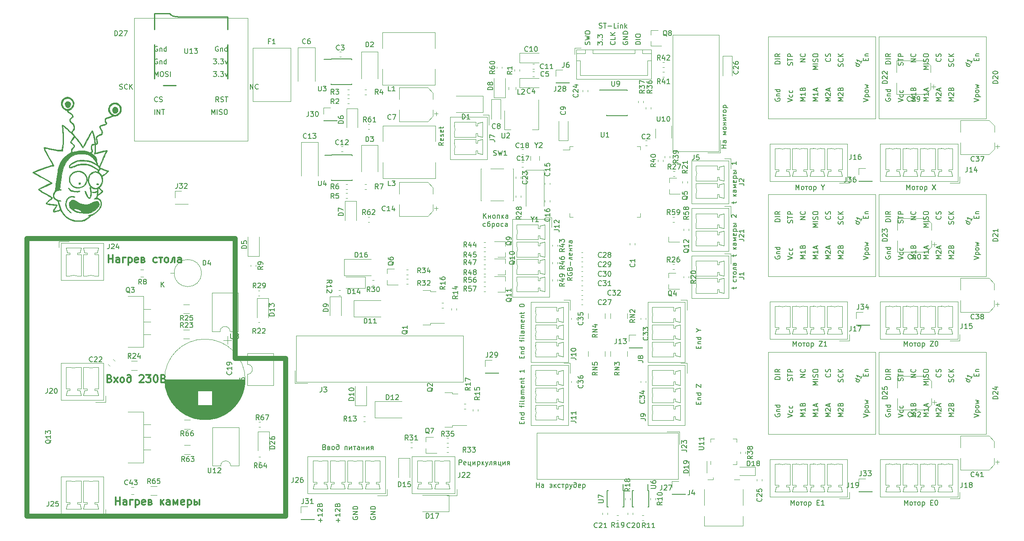
<source format=gto>
G04 #@! TF.GenerationSoftware,KiCad,Pcbnew,(5.1.4-83-g4f57de968)-1*
G04 #@! TF.CreationDate,2020-04-08T14:11:41+03:00*
G04 #@! TF.ProjectId,3d_print_main,33645f70-7269-46e7-945f-6d61696e2e6b,rev?*
G04 #@! TF.SameCoordinates,Original*
G04 #@! TF.FileFunction,Legend,Top*
G04 #@! TF.FilePolarity,Positive*
%FSLAX46Y46*%
G04 Gerber Fmt 4.6, Leading zero omitted, Abs format (unit mm)*
G04 Created by KiCad (PCBNEW (5.1.4-83-g4f57de968)-1) date 2020-04-08 14:11:41*
%MOMM*%
%LPD*%
G04 APERTURE LIST*
%ADD10C,0.150000*%
%ADD11C,0.375000*%
%ADD12C,1.000000*%
%ADD13C,0.010000*%
%ADD14C,0.250000*%
%ADD15C,0.120000*%
%ADD16C,1.102000*%
%ADD17R,0.802000X1.702000*%
%ADD18R,1.302000X2.302000*%
%ADD19R,1.702000X1.502000*%
%ADD20R,1.302000X1.502000*%
%ADD21C,1.902000*%
%ADD22C,2.102000*%
%ADD23R,1.102000X1.502000*%
%ADD24R,1.902000X1.102000*%
%ADD25R,1.002000X0.902000*%
%ADD26R,12.737000X12.737000*%
%ADD27O,2.102000X2.007000*%
%ADD28R,2.102000X2.007000*%
%ADD29C,1.852000*%
%ADD30R,1.802000X1.802000*%
%ADD31C,6.502000*%
%ADD32C,0.902000*%
%ADD33C,0.100000*%
%ADD34C,0.402000*%
%ADD35R,1.102000X1.102000*%
%ADD36O,1.902000X3.702000*%
%ADD37O,2.702000X2.702000*%
%ADD38R,2.702000X2.702000*%
%ADD39O,1.702000X1.702000*%
%ADD40R,1.702000X1.702000*%
%ADD41C,0.977000*%
%ADD42C,1.352000*%
%ADD43C,1.077000*%
%ADD44O,3.702000X1.902000*%
%ADD45R,0.602000X2.102000*%
%ADD46R,2.102000X1.802000*%
%ADD47C,1.702000*%
%ADD48O,1.829200X1.829200*%
%ADD49R,1.829200X1.829200*%
%ADD50R,2.502000X3.602000*%
%ADD51C,3.452000*%
%ADD52C,0.352000*%
%ADD53R,0.752000X1.162000*%
%ADD54R,2.102000X0.702000*%
%ADD55R,0.552000X1.552000*%
%ADD56R,1.882000X2.102000*%
%ADD57R,2.702000X3.202000*%
%ADD58R,1.652000X0.702000*%
%ADD59R,1.602000X2.102000*%
%ADD60R,3.902000X2.102000*%
%ADD61R,1.402000X1.652000*%
%ADD62R,0.602000X0.902000*%
%ADD63R,0.502000X0.902000*%
%ADD64R,2.302000X1.302000*%
%ADD65R,6.502000X5.902000*%
%ADD66R,2.802000X3.702000*%
%ADD67O,1.802000X2.052000*%
%ADD68C,1.802000*%
%ADD69R,4.702000X2.402000*%
%ADD70R,2.602000X1.902000*%
%ADD71R,1.902000X2.602000*%
%ADD72C,1.452000*%
%ADD73C,2.502000*%
%ADD74R,2.502000X2.502000*%
%ADD75C,2.177000*%
G04 APERTURE END LIST*
D10*
X120848380Y-49892976D02*
X120372190Y-50226309D01*
X120848380Y-50464404D02*
X119848380Y-50464404D01*
X119848380Y-50083452D01*
X119896000Y-49988214D01*
X119943619Y-49940595D01*
X120038857Y-49892976D01*
X120181714Y-49892976D01*
X120276952Y-49940595D01*
X120324571Y-49988214D01*
X120372190Y-50083452D01*
X120372190Y-50464404D01*
X120800761Y-49083452D02*
X120848380Y-49178690D01*
X120848380Y-49369166D01*
X120800761Y-49464404D01*
X120705523Y-49512023D01*
X120324571Y-49512023D01*
X120229333Y-49464404D01*
X120181714Y-49369166D01*
X120181714Y-49178690D01*
X120229333Y-49083452D01*
X120324571Y-49035833D01*
X120419809Y-49035833D01*
X120515047Y-49512023D01*
X120800761Y-48654880D02*
X120848380Y-48559642D01*
X120848380Y-48369166D01*
X120800761Y-48273928D01*
X120705523Y-48226309D01*
X120657904Y-48226309D01*
X120562666Y-48273928D01*
X120515047Y-48369166D01*
X120515047Y-48512023D01*
X120467428Y-48607261D01*
X120372190Y-48654880D01*
X120324571Y-48654880D01*
X120229333Y-48607261D01*
X120181714Y-48512023D01*
X120181714Y-48369166D01*
X120229333Y-48273928D01*
X120800761Y-47416785D02*
X120848380Y-47512023D01*
X120848380Y-47702500D01*
X120800761Y-47797738D01*
X120705523Y-47845357D01*
X120324571Y-47845357D01*
X120229333Y-47797738D01*
X120181714Y-47702500D01*
X120181714Y-47512023D01*
X120229333Y-47416785D01*
X120324571Y-47369166D01*
X120419809Y-47369166D01*
X120515047Y-47845357D01*
X120181714Y-47083452D02*
X120181714Y-46702500D01*
X119848380Y-46940595D02*
X120705523Y-46940595D01*
X120800761Y-46892976D01*
X120848380Y-46797738D01*
X120848380Y-46702500D01*
X128859595Y-65159380D02*
X128859595Y-64159380D01*
X129431023Y-65159380D02*
X129002452Y-64587952D01*
X129431023Y-64159380D02*
X128859595Y-64730809D01*
X129859595Y-64826047D02*
X130288166Y-64826047D01*
X129859595Y-64492714D02*
X129859595Y-65159380D01*
X130288166Y-64492714D02*
X130288166Y-65159380D01*
X130907214Y-65159380D02*
X130811976Y-65111761D01*
X130764357Y-65064142D01*
X130716738Y-64968904D01*
X130716738Y-64683190D01*
X130764357Y-64587952D01*
X130811976Y-64540333D01*
X130907214Y-64492714D01*
X131050071Y-64492714D01*
X131145309Y-64540333D01*
X131192928Y-64587952D01*
X131240547Y-64683190D01*
X131240547Y-64968904D01*
X131192928Y-65064142D01*
X131145309Y-65111761D01*
X131050071Y-65159380D01*
X130907214Y-65159380D01*
X131669119Y-65159380D02*
X131669119Y-64492714D01*
X132097690Y-64492714D01*
X132097690Y-65159380D01*
X132573880Y-64492714D02*
X132573880Y-65159380D01*
X132669119Y-64778428D02*
X132954833Y-65159380D01*
X132954833Y-64492714D02*
X132573880Y-64873666D01*
X133811976Y-65159380D02*
X133811976Y-64635571D01*
X133764357Y-64540333D01*
X133669119Y-64492714D01*
X133478642Y-64492714D01*
X133383404Y-64540333D01*
X133811976Y-65111761D02*
X133716738Y-65159380D01*
X133478642Y-65159380D01*
X133383404Y-65111761D01*
X133335785Y-65016523D01*
X133335785Y-64921285D01*
X133383404Y-64826047D01*
X133478642Y-64778428D01*
X133716738Y-64778428D01*
X133811976Y-64730809D01*
X129288166Y-66761761D02*
X129192928Y-66809380D01*
X129002452Y-66809380D01*
X128907214Y-66761761D01*
X128859595Y-66714142D01*
X128811976Y-66618904D01*
X128811976Y-66333190D01*
X128859595Y-66237952D01*
X128907214Y-66190333D01*
X129002452Y-66142714D01*
X129192928Y-66142714D01*
X129288166Y-66190333D01*
X130192928Y-65761761D02*
X130145309Y-65809380D01*
X130050071Y-65857000D01*
X129859595Y-65857000D01*
X129764357Y-65904619D01*
X129716738Y-65952238D01*
X129669119Y-66047476D01*
X129669119Y-66618904D01*
X129716738Y-66714142D01*
X129764357Y-66761761D01*
X129859595Y-66809380D01*
X130002452Y-66809380D01*
X130097690Y-66761761D01*
X130145309Y-66714142D01*
X130192928Y-66618904D01*
X130192928Y-66333190D01*
X130145309Y-66237952D01*
X130097690Y-66190333D01*
X130002452Y-66142714D01*
X129811976Y-66142714D01*
X129716738Y-66190333D01*
X129669119Y-66237952D01*
X130621500Y-66142714D02*
X130621500Y-67142714D01*
X130621500Y-66190333D02*
X130716738Y-66142714D01*
X130907214Y-66142714D01*
X131002452Y-66190333D01*
X131050071Y-66237952D01*
X131097690Y-66333190D01*
X131097690Y-66618904D01*
X131050071Y-66714142D01*
X131002452Y-66761761D01*
X130907214Y-66809380D01*
X130716738Y-66809380D01*
X130621500Y-66761761D01*
X131669119Y-66809380D02*
X131573880Y-66761761D01*
X131526261Y-66714142D01*
X131478642Y-66618904D01*
X131478642Y-66333190D01*
X131526261Y-66237952D01*
X131573880Y-66190333D01*
X131669119Y-66142714D01*
X131811976Y-66142714D01*
X131907214Y-66190333D01*
X131954833Y-66237952D01*
X132002452Y-66333190D01*
X132002452Y-66618904D01*
X131954833Y-66714142D01*
X131907214Y-66761761D01*
X131811976Y-66809380D01*
X131669119Y-66809380D01*
X132859595Y-66761761D02*
X132764357Y-66809380D01*
X132573880Y-66809380D01*
X132478642Y-66761761D01*
X132431023Y-66714142D01*
X132383404Y-66618904D01*
X132383404Y-66333190D01*
X132431023Y-66237952D01*
X132478642Y-66190333D01*
X132573880Y-66142714D01*
X132764357Y-66142714D01*
X132859595Y-66190333D01*
X133716738Y-66809380D02*
X133716738Y-66285571D01*
X133669119Y-66190333D01*
X133573880Y-66142714D01*
X133383404Y-66142714D01*
X133288166Y-66190333D01*
X133716738Y-66761761D02*
X133621500Y-66809380D01*
X133383404Y-66809380D01*
X133288166Y-66761761D01*
X133240547Y-66666523D01*
X133240547Y-66571285D01*
X133288166Y-66476047D01*
X133383404Y-66428428D01*
X133621500Y-66428428D01*
X133716738Y-66380809D01*
X160472380Y-30144404D02*
X159472380Y-30144404D01*
X159472380Y-29906309D01*
X159520000Y-29763452D01*
X159615238Y-29668214D01*
X159710476Y-29620595D01*
X159900952Y-29572976D01*
X160043809Y-29572976D01*
X160234285Y-29620595D01*
X160329523Y-29668214D01*
X160424761Y-29763452D01*
X160472380Y-29906309D01*
X160472380Y-30144404D01*
X160472380Y-29144404D02*
X159472380Y-29144404D01*
X159472380Y-28477738D02*
X159472380Y-28287261D01*
X159520000Y-28192023D01*
X159615238Y-28096785D01*
X159805714Y-28049166D01*
X160139047Y-28049166D01*
X160329523Y-28096785D01*
X160424761Y-28192023D01*
X160472380Y-28287261D01*
X160472380Y-28477738D01*
X160424761Y-28572976D01*
X160329523Y-28668214D01*
X160139047Y-28715833D01*
X159805714Y-28715833D01*
X159615238Y-28668214D01*
X159520000Y-28572976D01*
X159472380Y-28477738D01*
X156980000Y-29620595D02*
X156932380Y-29715833D01*
X156932380Y-29858690D01*
X156980000Y-30001547D01*
X157075238Y-30096785D01*
X157170476Y-30144404D01*
X157360952Y-30192023D01*
X157503809Y-30192023D01*
X157694285Y-30144404D01*
X157789523Y-30096785D01*
X157884761Y-30001547D01*
X157932380Y-29858690D01*
X157932380Y-29763452D01*
X157884761Y-29620595D01*
X157837142Y-29572976D01*
X157503809Y-29572976D01*
X157503809Y-29763452D01*
X157932380Y-29144404D02*
X156932380Y-29144404D01*
X157932380Y-28572976D01*
X156932380Y-28572976D01*
X157932380Y-28096785D02*
X156932380Y-28096785D01*
X156932380Y-27858690D01*
X156980000Y-27715833D01*
X157075238Y-27620595D01*
X157170476Y-27572976D01*
X157360952Y-27525357D01*
X157503809Y-27525357D01*
X157694285Y-27572976D01*
X157789523Y-27620595D01*
X157884761Y-27715833D01*
X157932380Y-27858690D01*
X157932380Y-28096785D01*
X155297142Y-29572976D02*
X155344761Y-29620595D01*
X155392380Y-29763452D01*
X155392380Y-29858690D01*
X155344761Y-30001547D01*
X155249523Y-30096785D01*
X155154285Y-30144404D01*
X154963809Y-30192023D01*
X154820952Y-30192023D01*
X154630476Y-30144404D01*
X154535238Y-30096785D01*
X154440000Y-30001547D01*
X154392380Y-29858690D01*
X154392380Y-29763452D01*
X154440000Y-29620595D01*
X154487619Y-29572976D01*
X155392380Y-28668214D02*
X155392380Y-29144404D01*
X154392380Y-29144404D01*
X155392380Y-28334880D02*
X154392380Y-28334880D01*
X155392380Y-27763452D02*
X154820952Y-28192023D01*
X154392380Y-27763452D02*
X154963809Y-28334880D01*
X151852380Y-30239642D02*
X151852380Y-29620595D01*
X152233333Y-29953928D01*
X152233333Y-29811071D01*
X152280952Y-29715833D01*
X152328571Y-29668214D01*
X152423809Y-29620595D01*
X152661904Y-29620595D01*
X152757142Y-29668214D01*
X152804761Y-29715833D01*
X152852380Y-29811071D01*
X152852380Y-30096785D01*
X152804761Y-30192023D01*
X152757142Y-30239642D01*
X152757142Y-29192023D02*
X152804761Y-29144404D01*
X152852380Y-29192023D01*
X152804761Y-29239642D01*
X152757142Y-29192023D01*
X152852380Y-29192023D01*
X151852380Y-28811071D02*
X151852380Y-28192023D01*
X152233333Y-28525357D01*
X152233333Y-28382500D01*
X152280952Y-28287261D01*
X152328571Y-28239642D01*
X152423809Y-28192023D01*
X152661904Y-28192023D01*
X152757142Y-28239642D01*
X152804761Y-28287261D01*
X152852380Y-28382500D01*
X152852380Y-28668214D01*
X152804761Y-28763452D01*
X152757142Y-28811071D01*
X150264761Y-30192023D02*
X150312380Y-30049166D01*
X150312380Y-29811071D01*
X150264761Y-29715833D01*
X150217142Y-29668214D01*
X150121904Y-29620595D01*
X150026666Y-29620595D01*
X149931428Y-29668214D01*
X149883809Y-29715833D01*
X149836190Y-29811071D01*
X149788571Y-30001547D01*
X149740952Y-30096785D01*
X149693333Y-30144404D01*
X149598095Y-30192023D01*
X149502857Y-30192023D01*
X149407619Y-30144404D01*
X149360000Y-30096785D01*
X149312380Y-30001547D01*
X149312380Y-29763452D01*
X149360000Y-29620595D01*
X149312380Y-29287261D02*
X150312380Y-29049166D01*
X149598095Y-28858690D01*
X150312380Y-28668214D01*
X149312380Y-28430119D01*
X149312380Y-27858690D02*
X149312380Y-27668214D01*
X149360000Y-27572976D01*
X149455238Y-27477738D01*
X149645714Y-27430119D01*
X149979047Y-27430119D01*
X150169523Y-27477738D01*
X150264761Y-27572976D01*
X150312380Y-27668214D01*
X150312380Y-27858690D01*
X150264761Y-27953928D01*
X150169523Y-28049166D01*
X149979047Y-28096785D01*
X149645714Y-28096785D01*
X149455238Y-28049166D01*
X149360000Y-27953928D01*
X149312380Y-27858690D01*
X152154285Y-26820761D02*
X152297142Y-26868380D01*
X152535238Y-26868380D01*
X152630476Y-26820761D01*
X152678095Y-26773142D01*
X152725714Y-26677904D01*
X152725714Y-26582666D01*
X152678095Y-26487428D01*
X152630476Y-26439809D01*
X152535238Y-26392190D01*
X152344761Y-26344571D01*
X152249523Y-26296952D01*
X152201904Y-26249333D01*
X152154285Y-26154095D01*
X152154285Y-26058857D01*
X152201904Y-25963619D01*
X152249523Y-25916000D01*
X152344761Y-25868380D01*
X152582857Y-25868380D01*
X152725714Y-25916000D01*
X153011428Y-25868380D02*
X153582857Y-25868380D01*
X153297142Y-26868380D02*
X153297142Y-25868380D01*
X153916190Y-26487428D02*
X154678095Y-26487428D01*
X155630476Y-26868380D02*
X155154285Y-26868380D01*
X155154285Y-25868380D01*
X155963809Y-26868380D02*
X155963809Y-26201714D01*
X155963809Y-25868380D02*
X155916190Y-25916000D01*
X155963809Y-25963619D01*
X156011428Y-25916000D01*
X155963809Y-25868380D01*
X155963809Y-25963619D01*
X156440000Y-26201714D02*
X156440000Y-26868380D01*
X156440000Y-26296952D02*
X156487619Y-26249333D01*
X156582857Y-26201714D01*
X156725714Y-26201714D01*
X156820952Y-26249333D01*
X156868571Y-26344571D01*
X156868571Y-26868380D01*
X157344761Y-26868380D02*
X157344761Y-25868380D01*
X157440000Y-26487428D02*
X157725714Y-26868380D01*
X157725714Y-26201714D02*
X157344761Y-26582666D01*
X177744380Y-50997904D02*
X176744380Y-50997904D01*
X177220571Y-50997904D02*
X177220571Y-50426476D01*
X177744380Y-50426476D02*
X176744380Y-50426476D01*
X177744380Y-49521714D02*
X177220571Y-49521714D01*
X177125333Y-49569333D01*
X177077714Y-49664571D01*
X177077714Y-49855047D01*
X177125333Y-49950285D01*
X177696761Y-49521714D02*
X177744380Y-49616952D01*
X177744380Y-49855047D01*
X177696761Y-49950285D01*
X177601523Y-49997904D01*
X177506285Y-49997904D01*
X177411047Y-49950285D01*
X177363428Y-49855047D01*
X177363428Y-49616952D01*
X177315809Y-49521714D01*
X177744380Y-48283619D02*
X177077714Y-48283619D01*
X177601523Y-47997904D01*
X177077714Y-47712190D01*
X177744380Y-47712190D01*
X177744380Y-47093142D02*
X177696761Y-47188380D01*
X177649142Y-47236000D01*
X177553904Y-47283619D01*
X177268190Y-47283619D01*
X177172952Y-47236000D01*
X177125333Y-47188380D01*
X177077714Y-47093142D01*
X177077714Y-46950285D01*
X177125333Y-46855047D01*
X177172952Y-46807428D01*
X177268190Y-46759809D01*
X177553904Y-46759809D01*
X177649142Y-46807428D01*
X177696761Y-46855047D01*
X177744380Y-46950285D01*
X177744380Y-47093142D01*
X177411047Y-46331238D02*
X177411047Y-45902666D01*
X177077714Y-46331238D02*
X177744380Y-46331238D01*
X177077714Y-45902666D02*
X177744380Y-45902666D01*
X177077714Y-45426476D02*
X177744380Y-45426476D01*
X177077714Y-44950285D01*
X177744380Y-44950285D01*
X177077714Y-44616952D02*
X177077714Y-44140761D01*
X177077714Y-44378857D02*
X177744380Y-44378857D01*
X177744380Y-43664571D02*
X177696761Y-43759809D01*
X177649142Y-43807428D01*
X177553904Y-43855047D01*
X177268190Y-43855047D01*
X177172952Y-43807428D01*
X177125333Y-43759809D01*
X177077714Y-43664571D01*
X177077714Y-43521714D01*
X177125333Y-43426476D01*
X177172952Y-43378857D01*
X177268190Y-43331238D01*
X177553904Y-43331238D01*
X177649142Y-43378857D01*
X177696761Y-43426476D01*
X177744380Y-43521714D01*
X177744380Y-43664571D01*
X177077714Y-42902666D02*
X178077714Y-42902666D01*
X177125333Y-42902666D02*
X177077714Y-42807428D01*
X177077714Y-42616952D01*
X177125333Y-42521714D01*
X177172952Y-42474095D01*
X177268190Y-42426476D01*
X177553904Y-42426476D01*
X177649142Y-42474095D01*
X177696761Y-42521714D01*
X177744380Y-42616952D01*
X177744380Y-42807428D01*
X177696761Y-42902666D01*
X179109714Y-62173904D02*
X179109714Y-61792952D01*
X178776380Y-62031047D02*
X179633523Y-62031047D01*
X179728761Y-61983428D01*
X179776380Y-61888190D01*
X179776380Y-61792952D01*
X179109714Y-60697714D02*
X179776380Y-60697714D01*
X179395428Y-60602476D02*
X179776380Y-60316761D01*
X179109714Y-60316761D02*
X179490666Y-60697714D01*
X179776380Y-59459619D02*
X179252571Y-59459619D01*
X179157333Y-59507238D01*
X179109714Y-59602476D01*
X179109714Y-59792952D01*
X179157333Y-59888190D01*
X179728761Y-59459619D02*
X179776380Y-59554857D01*
X179776380Y-59792952D01*
X179728761Y-59888190D01*
X179633523Y-59935809D01*
X179538285Y-59935809D01*
X179443047Y-59888190D01*
X179395428Y-59792952D01*
X179395428Y-59554857D01*
X179347809Y-59459619D01*
X179776380Y-58983428D02*
X179109714Y-58983428D01*
X179633523Y-58697714D01*
X179109714Y-58412000D01*
X179776380Y-58412000D01*
X179728761Y-57554857D02*
X179776380Y-57650095D01*
X179776380Y-57840571D01*
X179728761Y-57935809D01*
X179633523Y-57983428D01*
X179252571Y-57983428D01*
X179157333Y-57935809D01*
X179109714Y-57840571D01*
X179109714Y-57650095D01*
X179157333Y-57554857D01*
X179252571Y-57507238D01*
X179347809Y-57507238D01*
X179443047Y-57983428D01*
X179109714Y-57078666D02*
X180109714Y-57078666D01*
X179157333Y-57078666D02*
X179109714Y-56983428D01*
X179109714Y-56792952D01*
X179157333Y-56697714D01*
X179204952Y-56650095D01*
X179300190Y-56602476D01*
X179585904Y-56602476D01*
X179681142Y-56650095D01*
X179728761Y-56697714D01*
X179776380Y-56792952D01*
X179776380Y-56983428D01*
X179728761Y-57078666D01*
X179109714Y-55507238D02*
X179776380Y-55507238D01*
X179109714Y-56173904D02*
X179776380Y-56173904D01*
X179776380Y-55935809D01*
X179728761Y-55840571D01*
X179633523Y-55792952D01*
X179490666Y-55792952D01*
X179395428Y-55840571D01*
X179347809Y-55935809D01*
X179347809Y-56173904D01*
X179776380Y-53745333D02*
X179776380Y-54316761D01*
X179776380Y-54031047D02*
X178776380Y-54031047D01*
X178919238Y-54126285D01*
X179014476Y-54221523D01*
X179062095Y-54316761D01*
X179109714Y-72841904D02*
X179109714Y-72460952D01*
X178776380Y-72699047D02*
X179633523Y-72699047D01*
X179728761Y-72651428D01*
X179776380Y-72556190D01*
X179776380Y-72460952D01*
X179109714Y-71365714D02*
X179776380Y-71365714D01*
X179395428Y-71270476D02*
X179776380Y-70984761D01*
X179109714Y-70984761D02*
X179490666Y-71365714D01*
X179776380Y-70127619D02*
X179252571Y-70127619D01*
X179157333Y-70175238D01*
X179109714Y-70270476D01*
X179109714Y-70460952D01*
X179157333Y-70556190D01*
X179728761Y-70127619D02*
X179776380Y-70222857D01*
X179776380Y-70460952D01*
X179728761Y-70556190D01*
X179633523Y-70603809D01*
X179538285Y-70603809D01*
X179443047Y-70556190D01*
X179395428Y-70460952D01*
X179395428Y-70222857D01*
X179347809Y-70127619D01*
X179776380Y-69651428D02*
X179109714Y-69651428D01*
X179633523Y-69365714D01*
X179109714Y-69080000D01*
X179776380Y-69080000D01*
X179728761Y-68222857D02*
X179776380Y-68318095D01*
X179776380Y-68508571D01*
X179728761Y-68603809D01*
X179633523Y-68651428D01*
X179252571Y-68651428D01*
X179157333Y-68603809D01*
X179109714Y-68508571D01*
X179109714Y-68318095D01*
X179157333Y-68222857D01*
X179252571Y-68175238D01*
X179347809Y-68175238D01*
X179443047Y-68651428D01*
X179109714Y-67746666D02*
X180109714Y-67746666D01*
X179157333Y-67746666D02*
X179109714Y-67651428D01*
X179109714Y-67460952D01*
X179157333Y-67365714D01*
X179204952Y-67318095D01*
X179300190Y-67270476D01*
X179585904Y-67270476D01*
X179681142Y-67318095D01*
X179728761Y-67365714D01*
X179776380Y-67460952D01*
X179776380Y-67651428D01*
X179728761Y-67746666D01*
X179109714Y-66175238D02*
X179776380Y-66175238D01*
X179109714Y-66841904D02*
X179776380Y-66841904D01*
X179776380Y-66603809D01*
X179728761Y-66508571D01*
X179633523Y-66460952D01*
X179490666Y-66460952D01*
X179395428Y-66508571D01*
X179347809Y-66603809D01*
X179347809Y-66841904D01*
X178871619Y-64984761D02*
X178824000Y-64937142D01*
X178776380Y-64841904D01*
X178776380Y-64603809D01*
X178824000Y-64508571D01*
X178871619Y-64460952D01*
X178966857Y-64413333D01*
X179062095Y-64413333D01*
X179204952Y-64460952D01*
X179776380Y-65032380D01*
X179776380Y-64413333D01*
X179109714Y-79374666D02*
X179109714Y-78993714D01*
X178776380Y-79231809D02*
X179633523Y-79231809D01*
X179728761Y-79184190D01*
X179776380Y-79088952D01*
X179776380Y-78993714D01*
X179728761Y-77469904D02*
X179776380Y-77565142D01*
X179776380Y-77755619D01*
X179728761Y-77850857D01*
X179681142Y-77898476D01*
X179585904Y-77946095D01*
X179300190Y-77946095D01*
X179204952Y-77898476D01*
X179157333Y-77850857D01*
X179109714Y-77755619D01*
X179109714Y-77565142D01*
X179157333Y-77469904D01*
X179109714Y-77184190D02*
X179109714Y-76708000D01*
X179109714Y-76946095D02*
X179776380Y-76946095D01*
X179776380Y-76231809D02*
X179728761Y-76327047D01*
X179681142Y-76374666D01*
X179585904Y-76422285D01*
X179300190Y-76422285D01*
X179204952Y-76374666D01*
X179157333Y-76327047D01*
X179109714Y-76231809D01*
X179109714Y-76088952D01*
X179157333Y-75993714D01*
X179204952Y-75946095D01*
X179300190Y-75898476D01*
X179585904Y-75898476D01*
X179681142Y-75946095D01*
X179728761Y-75993714D01*
X179776380Y-76088952D01*
X179776380Y-76231809D01*
X179776380Y-75088952D02*
X179109714Y-75088952D01*
X179109714Y-75231809D01*
X179157333Y-75327047D01*
X179252571Y-75374666D01*
X179633523Y-75422285D01*
X179728761Y-75469904D01*
X179776380Y-75565142D01*
X179776380Y-74184190D02*
X179252571Y-74184190D01*
X179157333Y-74231809D01*
X179109714Y-74327047D01*
X179109714Y-74517523D01*
X179157333Y-74612761D01*
X179728761Y-74184190D02*
X179776380Y-74279428D01*
X179776380Y-74517523D01*
X179728761Y-74612761D01*
X179633523Y-74660380D01*
X179538285Y-74660380D01*
X179443047Y-74612761D01*
X179395428Y-74517523D01*
X179395428Y-74279428D01*
X179347809Y-74184190D01*
X146756380Y-77064761D02*
X146280190Y-77398095D01*
X146756380Y-77636190D02*
X145756380Y-77636190D01*
X145756380Y-77255238D01*
X145804000Y-77160000D01*
X145851619Y-77112380D01*
X145946857Y-77064761D01*
X146089714Y-77064761D01*
X146184952Y-77112380D01*
X146232571Y-77160000D01*
X146280190Y-77255238D01*
X146280190Y-77636190D01*
X145804000Y-76112380D02*
X145756380Y-76207619D01*
X145756380Y-76350476D01*
X145804000Y-76493333D01*
X145899238Y-76588571D01*
X145994476Y-76636190D01*
X146184952Y-76683809D01*
X146327809Y-76683809D01*
X146518285Y-76636190D01*
X146613523Y-76588571D01*
X146708761Y-76493333D01*
X146756380Y-76350476D01*
X146756380Y-76255238D01*
X146708761Y-76112380D01*
X146661142Y-76064761D01*
X146327809Y-76064761D01*
X146327809Y-76255238D01*
X146232571Y-75302857D02*
X146280190Y-75160000D01*
X146327809Y-75112380D01*
X146423047Y-75064761D01*
X146565904Y-75064761D01*
X146661142Y-75112380D01*
X146708761Y-75160000D01*
X146756380Y-75255238D01*
X146756380Y-75636190D01*
X145756380Y-75636190D01*
X145756380Y-75302857D01*
X145804000Y-75207619D01*
X145851619Y-75160000D01*
X145946857Y-75112380D01*
X146042095Y-75112380D01*
X146137333Y-75160000D01*
X146184952Y-75207619D01*
X146232571Y-75302857D01*
X146232571Y-75636190D01*
X146375428Y-74636190D02*
X146375428Y-73874285D01*
X146756380Y-73017142D02*
X146089714Y-73017142D01*
X146089714Y-73160000D01*
X146137333Y-73255238D01*
X146232571Y-73302857D01*
X146613523Y-73350476D01*
X146708761Y-73398095D01*
X146756380Y-73493333D01*
X146708761Y-72160000D02*
X146756380Y-72255238D01*
X146756380Y-72445714D01*
X146708761Y-72540952D01*
X146613523Y-72588571D01*
X146232571Y-72588571D01*
X146137333Y-72540952D01*
X146089714Y-72445714D01*
X146089714Y-72255238D01*
X146137333Y-72160000D01*
X146232571Y-72112380D01*
X146327809Y-72112380D01*
X146423047Y-72588571D01*
X146423047Y-71683809D02*
X146423047Y-71255238D01*
X146089714Y-71683809D02*
X146756380Y-71683809D01*
X146089714Y-71255238D02*
X146756380Y-71255238D01*
X146089714Y-70921904D02*
X146089714Y-70445714D01*
X146089714Y-70683809D02*
X146756380Y-70683809D01*
X146756380Y-69683809D02*
X146232571Y-69683809D01*
X146137333Y-69731428D01*
X146089714Y-69826666D01*
X146089714Y-70017142D01*
X146137333Y-70112380D01*
X146708761Y-69683809D02*
X146756380Y-69779047D01*
X146756380Y-70017142D01*
X146708761Y-70112380D01*
X146613523Y-70160000D01*
X146518285Y-70160000D01*
X146423047Y-70112380D01*
X146375428Y-70017142D01*
X146375428Y-69779047D01*
X146327809Y-69683809D01*
X136580571Y-106520571D02*
X136580571Y-106187238D01*
X137104380Y-106044380D02*
X137104380Y-106520571D01*
X136104380Y-106520571D01*
X136104380Y-106044380D01*
X136437714Y-105615809D02*
X137104380Y-105615809D01*
X136532952Y-105615809D02*
X136485333Y-105568190D01*
X136437714Y-105472952D01*
X136437714Y-105330095D01*
X136485333Y-105234857D01*
X136580571Y-105187238D01*
X137104380Y-105187238D01*
X137104380Y-104282476D02*
X136104380Y-104282476D01*
X137056761Y-104282476D02*
X137104380Y-104377714D01*
X137104380Y-104568190D01*
X137056761Y-104663428D01*
X137009142Y-104711047D01*
X136913904Y-104758666D01*
X136628190Y-104758666D01*
X136532952Y-104711047D01*
X136485333Y-104663428D01*
X136437714Y-104568190D01*
X136437714Y-104377714D01*
X136485333Y-104282476D01*
X136437714Y-103187238D02*
X136437714Y-102806285D01*
X137104380Y-103044380D02*
X136247238Y-103044380D01*
X136152000Y-102996761D01*
X136104380Y-102901523D01*
X136104380Y-102806285D01*
X137104380Y-102472952D02*
X136437714Y-102472952D01*
X136104380Y-102472952D02*
X136152000Y-102520571D01*
X136199619Y-102472952D01*
X136152000Y-102425333D01*
X136104380Y-102472952D01*
X136199619Y-102472952D01*
X137104380Y-101853904D02*
X137056761Y-101949142D01*
X136961523Y-101996761D01*
X136104380Y-101996761D01*
X137104380Y-101044380D02*
X136580571Y-101044380D01*
X136485333Y-101092000D01*
X136437714Y-101187238D01*
X136437714Y-101377714D01*
X136485333Y-101472952D01*
X137056761Y-101044380D02*
X137104380Y-101139619D01*
X137104380Y-101377714D01*
X137056761Y-101472952D01*
X136961523Y-101520571D01*
X136866285Y-101520571D01*
X136771047Y-101472952D01*
X136723428Y-101377714D01*
X136723428Y-101139619D01*
X136675809Y-101044380D01*
X137104380Y-100568190D02*
X136437714Y-100568190D01*
X136532952Y-100568190D02*
X136485333Y-100520571D01*
X136437714Y-100425333D01*
X136437714Y-100282476D01*
X136485333Y-100187238D01*
X136580571Y-100139619D01*
X137104380Y-100139619D01*
X136580571Y-100139619D02*
X136485333Y-100092000D01*
X136437714Y-99996761D01*
X136437714Y-99853904D01*
X136485333Y-99758666D01*
X136580571Y-99711047D01*
X137104380Y-99711047D01*
X137056761Y-98853904D02*
X137104380Y-98949142D01*
X137104380Y-99139619D01*
X137056761Y-99234857D01*
X136961523Y-99282476D01*
X136580571Y-99282476D01*
X136485333Y-99234857D01*
X136437714Y-99139619D01*
X136437714Y-98949142D01*
X136485333Y-98853904D01*
X136580571Y-98806285D01*
X136675809Y-98806285D01*
X136771047Y-99282476D01*
X136437714Y-98377714D02*
X137104380Y-98377714D01*
X136532952Y-98377714D02*
X136485333Y-98330095D01*
X136437714Y-98234857D01*
X136437714Y-98092000D01*
X136485333Y-97996761D01*
X136580571Y-97949142D01*
X137104380Y-97949142D01*
X136437714Y-97615809D02*
X136437714Y-97234857D01*
X136104380Y-97472952D02*
X136961523Y-97472952D01*
X137056761Y-97425333D01*
X137104380Y-97330095D01*
X137104380Y-97234857D01*
X137104380Y-95615809D02*
X137104380Y-96187238D01*
X137104380Y-95901523D02*
X136104380Y-95901523D01*
X136247238Y-95996761D01*
X136342476Y-96092000D01*
X136390095Y-96187238D01*
X136580571Y-93312571D02*
X136580571Y-92979238D01*
X137104380Y-92836380D02*
X137104380Y-93312571D01*
X136104380Y-93312571D01*
X136104380Y-92836380D01*
X136437714Y-92407809D02*
X137104380Y-92407809D01*
X136532952Y-92407809D02*
X136485333Y-92360190D01*
X136437714Y-92264952D01*
X136437714Y-92122095D01*
X136485333Y-92026857D01*
X136580571Y-91979238D01*
X137104380Y-91979238D01*
X137104380Y-91074476D02*
X136104380Y-91074476D01*
X137056761Y-91074476D02*
X137104380Y-91169714D01*
X137104380Y-91360190D01*
X137056761Y-91455428D01*
X137009142Y-91503047D01*
X136913904Y-91550666D01*
X136628190Y-91550666D01*
X136532952Y-91503047D01*
X136485333Y-91455428D01*
X136437714Y-91360190D01*
X136437714Y-91169714D01*
X136485333Y-91074476D01*
X136437714Y-89979238D02*
X136437714Y-89598285D01*
X137104380Y-89836380D02*
X136247238Y-89836380D01*
X136152000Y-89788761D01*
X136104380Y-89693523D01*
X136104380Y-89598285D01*
X137104380Y-89264952D02*
X136437714Y-89264952D01*
X136104380Y-89264952D02*
X136152000Y-89312571D01*
X136199619Y-89264952D01*
X136152000Y-89217333D01*
X136104380Y-89264952D01*
X136199619Y-89264952D01*
X137104380Y-88645904D02*
X137056761Y-88741142D01*
X136961523Y-88788761D01*
X136104380Y-88788761D01*
X137104380Y-87836380D02*
X136580571Y-87836380D01*
X136485333Y-87884000D01*
X136437714Y-87979238D01*
X136437714Y-88169714D01*
X136485333Y-88264952D01*
X137056761Y-87836380D02*
X137104380Y-87931619D01*
X137104380Y-88169714D01*
X137056761Y-88264952D01*
X136961523Y-88312571D01*
X136866285Y-88312571D01*
X136771047Y-88264952D01*
X136723428Y-88169714D01*
X136723428Y-87931619D01*
X136675809Y-87836380D01*
X137104380Y-87360190D02*
X136437714Y-87360190D01*
X136532952Y-87360190D02*
X136485333Y-87312571D01*
X136437714Y-87217333D01*
X136437714Y-87074476D01*
X136485333Y-86979238D01*
X136580571Y-86931619D01*
X137104380Y-86931619D01*
X136580571Y-86931619D02*
X136485333Y-86884000D01*
X136437714Y-86788761D01*
X136437714Y-86645904D01*
X136485333Y-86550666D01*
X136580571Y-86503047D01*
X137104380Y-86503047D01*
X137056761Y-85645904D02*
X137104380Y-85741142D01*
X137104380Y-85931619D01*
X137056761Y-86026857D01*
X136961523Y-86074476D01*
X136580571Y-86074476D01*
X136485333Y-86026857D01*
X136437714Y-85931619D01*
X136437714Y-85741142D01*
X136485333Y-85645904D01*
X136580571Y-85598285D01*
X136675809Y-85598285D01*
X136771047Y-86074476D01*
X136437714Y-85169714D02*
X137104380Y-85169714D01*
X136532952Y-85169714D02*
X136485333Y-85122095D01*
X136437714Y-85026857D01*
X136437714Y-84884000D01*
X136485333Y-84788761D01*
X136580571Y-84741142D01*
X137104380Y-84741142D01*
X136437714Y-84407809D02*
X136437714Y-84026857D01*
X136104380Y-84264952D02*
X136961523Y-84264952D01*
X137056761Y-84217333D01*
X137104380Y-84122095D01*
X137104380Y-84026857D01*
X136104380Y-82741142D02*
X136104380Y-82645904D01*
X136152000Y-82550666D01*
X136199619Y-82503047D01*
X136294857Y-82455428D01*
X136485333Y-82407809D01*
X136723428Y-82407809D01*
X136913904Y-82455428D01*
X137009142Y-82503047D01*
X137056761Y-82550666D01*
X137104380Y-82645904D01*
X137104380Y-82741142D01*
X137056761Y-82836380D01*
X137009142Y-82884000D01*
X136913904Y-82931619D01*
X136723428Y-82979238D01*
X136485333Y-82979238D01*
X136294857Y-82931619D01*
X136199619Y-82884000D01*
X136152000Y-82836380D01*
X136104380Y-82741142D01*
X172140571Y-91336571D02*
X172140571Y-91003238D01*
X172664380Y-90860380D02*
X172664380Y-91336571D01*
X171664380Y-91336571D01*
X171664380Y-90860380D01*
X171997714Y-90431809D02*
X172664380Y-90431809D01*
X172092952Y-90431809D02*
X172045333Y-90384190D01*
X171997714Y-90288952D01*
X171997714Y-90146095D01*
X172045333Y-90050857D01*
X172140571Y-90003238D01*
X172664380Y-90003238D01*
X172664380Y-89098476D02*
X171664380Y-89098476D01*
X172616761Y-89098476D02*
X172664380Y-89193714D01*
X172664380Y-89384190D01*
X172616761Y-89479428D01*
X172569142Y-89527047D01*
X172473904Y-89574666D01*
X172188190Y-89574666D01*
X172092952Y-89527047D01*
X172045333Y-89479428D01*
X171997714Y-89384190D01*
X171997714Y-89193714D01*
X172045333Y-89098476D01*
X172188190Y-87669904D02*
X172664380Y-87669904D01*
X171664380Y-88003238D02*
X172188190Y-87669904D01*
X171664380Y-87336571D01*
X172140571Y-102560190D02*
X172140571Y-102226857D01*
X172664380Y-102084000D02*
X172664380Y-102560190D01*
X171664380Y-102560190D01*
X171664380Y-102084000D01*
X171997714Y-101655428D02*
X172664380Y-101655428D01*
X172092952Y-101655428D02*
X172045333Y-101607809D01*
X171997714Y-101512571D01*
X171997714Y-101369714D01*
X172045333Y-101274476D01*
X172140571Y-101226857D01*
X172664380Y-101226857D01*
X172664380Y-100322095D02*
X171664380Y-100322095D01*
X172616761Y-100322095D02*
X172664380Y-100417333D01*
X172664380Y-100607809D01*
X172616761Y-100703047D01*
X172569142Y-100750666D01*
X172473904Y-100798285D01*
X172188190Y-100798285D01*
X172092952Y-100750666D01*
X172045333Y-100703047D01*
X171997714Y-100607809D01*
X171997714Y-100417333D01*
X172045333Y-100322095D01*
X171664380Y-99179238D02*
X171664380Y-98512571D01*
X172664380Y-99179238D01*
X172664380Y-98512571D01*
X214035047Y-59380380D02*
X214035047Y-58380380D01*
X214368380Y-59094666D01*
X214701714Y-58380380D01*
X214701714Y-59380380D01*
X215320761Y-59380380D02*
X215225523Y-59332761D01*
X215177904Y-59285142D01*
X215130285Y-59189904D01*
X215130285Y-58904190D01*
X215177904Y-58808952D01*
X215225523Y-58761333D01*
X215320761Y-58713714D01*
X215463619Y-58713714D01*
X215558857Y-58761333D01*
X215606476Y-58808952D01*
X215654095Y-58904190D01*
X215654095Y-59189904D01*
X215606476Y-59285142D01*
X215558857Y-59332761D01*
X215463619Y-59380380D01*
X215320761Y-59380380D01*
X215939809Y-58713714D02*
X216416000Y-58713714D01*
X216177904Y-58713714D02*
X216177904Y-59380380D01*
X216892190Y-59380380D02*
X216796952Y-59332761D01*
X216749333Y-59285142D01*
X216701714Y-59189904D01*
X216701714Y-58904190D01*
X216749333Y-58808952D01*
X216796952Y-58761333D01*
X216892190Y-58713714D01*
X217035047Y-58713714D01*
X217130285Y-58761333D01*
X217177904Y-58808952D01*
X217225523Y-58904190D01*
X217225523Y-59189904D01*
X217177904Y-59285142D01*
X217130285Y-59332761D01*
X217035047Y-59380380D01*
X216892190Y-59380380D01*
X217654095Y-58713714D02*
X217654095Y-59713714D01*
X217654095Y-58761333D02*
X217749333Y-58713714D01*
X217939809Y-58713714D01*
X218035047Y-58761333D01*
X218082666Y-58808952D01*
X218130285Y-58904190D01*
X218130285Y-59189904D01*
X218082666Y-59285142D01*
X218035047Y-59332761D01*
X217939809Y-59380380D01*
X217749333Y-59380380D01*
X217654095Y-59332761D01*
X219225523Y-58380380D02*
X219892190Y-59380380D01*
X219892190Y-58380380D02*
X219225523Y-59380380D01*
X191730666Y-59380380D02*
X191730666Y-58380380D01*
X192064000Y-59094666D01*
X192397333Y-58380380D01*
X192397333Y-59380380D01*
X193016380Y-59380380D02*
X192921142Y-59332761D01*
X192873523Y-59285142D01*
X192825904Y-59189904D01*
X192825904Y-58904190D01*
X192873523Y-58808952D01*
X192921142Y-58761333D01*
X193016380Y-58713714D01*
X193159238Y-58713714D01*
X193254476Y-58761333D01*
X193302095Y-58808952D01*
X193349714Y-58904190D01*
X193349714Y-59189904D01*
X193302095Y-59285142D01*
X193254476Y-59332761D01*
X193159238Y-59380380D01*
X193016380Y-59380380D01*
X193635428Y-58713714D02*
X194111619Y-58713714D01*
X193873523Y-58713714D02*
X193873523Y-59380380D01*
X194587809Y-59380380D02*
X194492571Y-59332761D01*
X194444952Y-59285142D01*
X194397333Y-59189904D01*
X194397333Y-58904190D01*
X194444952Y-58808952D01*
X194492571Y-58761333D01*
X194587809Y-58713714D01*
X194730666Y-58713714D01*
X194825904Y-58761333D01*
X194873523Y-58808952D01*
X194921142Y-58904190D01*
X194921142Y-59189904D01*
X194873523Y-59285142D01*
X194825904Y-59332761D01*
X194730666Y-59380380D01*
X194587809Y-59380380D01*
X195349714Y-58713714D02*
X195349714Y-59713714D01*
X195349714Y-58761333D02*
X195444952Y-58713714D01*
X195635428Y-58713714D01*
X195730666Y-58761333D01*
X195778285Y-58808952D01*
X195825904Y-58904190D01*
X195825904Y-59189904D01*
X195778285Y-59285142D01*
X195730666Y-59332761D01*
X195635428Y-59380380D01*
X195444952Y-59380380D01*
X195349714Y-59332761D01*
X197206857Y-58904190D02*
X197206857Y-59380380D01*
X196873523Y-58380380D02*
X197206857Y-58904190D01*
X197540190Y-58380380D01*
X213558857Y-90876380D02*
X213558857Y-89876380D01*
X213892190Y-90590666D01*
X214225523Y-89876380D01*
X214225523Y-90876380D01*
X214844571Y-90876380D02*
X214749333Y-90828761D01*
X214701714Y-90781142D01*
X214654095Y-90685904D01*
X214654095Y-90400190D01*
X214701714Y-90304952D01*
X214749333Y-90257333D01*
X214844571Y-90209714D01*
X214987428Y-90209714D01*
X215082666Y-90257333D01*
X215130285Y-90304952D01*
X215177904Y-90400190D01*
X215177904Y-90685904D01*
X215130285Y-90781142D01*
X215082666Y-90828761D01*
X214987428Y-90876380D01*
X214844571Y-90876380D01*
X215463619Y-90209714D02*
X215939809Y-90209714D01*
X215701714Y-90209714D02*
X215701714Y-90876380D01*
X216416000Y-90876380D02*
X216320761Y-90828761D01*
X216273142Y-90781142D01*
X216225523Y-90685904D01*
X216225523Y-90400190D01*
X216273142Y-90304952D01*
X216320761Y-90257333D01*
X216416000Y-90209714D01*
X216558857Y-90209714D01*
X216654095Y-90257333D01*
X216701714Y-90304952D01*
X216749333Y-90400190D01*
X216749333Y-90685904D01*
X216701714Y-90781142D01*
X216654095Y-90828761D01*
X216558857Y-90876380D01*
X216416000Y-90876380D01*
X217177904Y-90209714D02*
X217177904Y-91209714D01*
X217177904Y-90257333D02*
X217273142Y-90209714D01*
X217463619Y-90209714D01*
X217558857Y-90257333D01*
X217606476Y-90304952D01*
X217654095Y-90400190D01*
X217654095Y-90685904D01*
X217606476Y-90781142D01*
X217558857Y-90828761D01*
X217463619Y-90876380D01*
X217273142Y-90876380D01*
X217177904Y-90828761D01*
X218749333Y-89876380D02*
X219416000Y-89876380D01*
X218749333Y-90876380D01*
X219416000Y-90876380D01*
X219987428Y-89876380D02*
X220082666Y-89876380D01*
X220177904Y-89924000D01*
X220225523Y-89971619D01*
X220273142Y-90066857D01*
X220320761Y-90257333D01*
X220320761Y-90495428D01*
X220273142Y-90685904D01*
X220225523Y-90781142D01*
X220177904Y-90828761D01*
X220082666Y-90876380D01*
X219987428Y-90876380D01*
X219892190Y-90828761D01*
X219844571Y-90781142D01*
X219796952Y-90685904D01*
X219749333Y-90495428D01*
X219749333Y-90257333D01*
X219796952Y-90066857D01*
X219844571Y-89971619D01*
X219892190Y-89924000D01*
X219987428Y-89876380D01*
X191206857Y-90876380D02*
X191206857Y-89876380D01*
X191540190Y-90590666D01*
X191873523Y-89876380D01*
X191873523Y-90876380D01*
X192492571Y-90876380D02*
X192397333Y-90828761D01*
X192349714Y-90781142D01*
X192302095Y-90685904D01*
X192302095Y-90400190D01*
X192349714Y-90304952D01*
X192397333Y-90257333D01*
X192492571Y-90209714D01*
X192635428Y-90209714D01*
X192730666Y-90257333D01*
X192778285Y-90304952D01*
X192825904Y-90400190D01*
X192825904Y-90685904D01*
X192778285Y-90781142D01*
X192730666Y-90828761D01*
X192635428Y-90876380D01*
X192492571Y-90876380D01*
X193111619Y-90209714D02*
X193587809Y-90209714D01*
X193349714Y-90209714D02*
X193349714Y-90876380D01*
X194064000Y-90876380D02*
X193968761Y-90828761D01*
X193921142Y-90781142D01*
X193873523Y-90685904D01*
X193873523Y-90400190D01*
X193921142Y-90304952D01*
X193968761Y-90257333D01*
X194064000Y-90209714D01*
X194206857Y-90209714D01*
X194302095Y-90257333D01*
X194349714Y-90304952D01*
X194397333Y-90400190D01*
X194397333Y-90685904D01*
X194349714Y-90781142D01*
X194302095Y-90828761D01*
X194206857Y-90876380D01*
X194064000Y-90876380D01*
X194825904Y-90209714D02*
X194825904Y-91209714D01*
X194825904Y-90257333D02*
X194921142Y-90209714D01*
X195111619Y-90209714D01*
X195206857Y-90257333D01*
X195254476Y-90304952D01*
X195302095Y-90400190D01*
X195302095Y-90685904D01*
X195254476Y-90781142D01*
X195206857Y-90828761D01*
X195111619Y-90876380D01*
X194921142Y-90876380D01*
X194825904Y-90828761D01*
X196397333Y-89876380D02*
X197064000Y-89876380D01*
X196397333Y-90876380D01*
X197064000Y-90876380D01*
X197968761Y-90876380D02*
X197397333Y-90876380D01*
X197683047Y-90876380D02*
X197683047Y-89876380D01*
X197587809Y-90019238D01*
X197492571Y-90114476D01*
X197397333Y-90162095D01*
X213582666Y-122880380D02*
X213582666Y-121880380D01*
X213916000Y-122594666D01*
X214249333Y-121880380D01*
X214249333Y-122880380D01*
X214868380Y-122880380D02*
X214773142Y-122832761D01*
X214725523Y-122785142D01*
X214677904Y-122689904D01*
X214677904Y-122404190D01*
X214725523Y-122308952D01*
X214773142Y-122261333D01*
X214868380Y-122213714D01*
X215011238Y-122213714D01*
X215106476Y-122261333D01*
X215154095Y-122308952D01*
X215201714Y-122404190D01*
X215201714Y-122689904D01*
X215154095Y-122785142D01*
X215106476Y-122832761D01*
X215011238Y-122880380D01*
X214868380Y-122880380D01*
X215487428Y-122213714D02*
X215963619Y-122213714D01*
X215725523Y-122213714D02*
X215725523Y-122880380D01*
X216439809Y-122880380D02*
X216344571Y-122832761D01*
X216296952Y-122785142D01*
X216249333Y-122689904D01*
X216249333Y-122404190D01*
X216296952Y-122308952D01*
X216344571Y-122261333D01*
X216439809Y-122213714D01*
X216582666Y-122213714D01*
X216677904Y-122261333D01*
X216725523Y-122308952D01*
X216773142Y-122404190D01*
X216773142Y-122689904D01*
X216725523Y-122785142D01*
X216677904Y-122832761D01*
X216582666Y-122880380D01*
X216439809Y-122880380D01*
X217201714Y-122213714D02*
X217201714Y-123213714D01*
X217201714Y-122261333D02*
X217296952Y-122213714D01*
X217487428Y-122213714D01*
X217582666Y-122261333D01*
X217630285Y-122308952D01*
X217677904Y-122404190D01*
X217677904Y-122689904D01*
X217630285Y-122785142D01*
X217582666Y-122832761D01*
X217487428Y-122880380D01*
X217296952Y-122880380D01*
X217201714Y-122832761D01*
X218868380Y-122356571D02*
X219201714Y-122356571D01*
X219344571Y-122880380D02*
X218868380Y-122880380D01*
X218868380Y-121880380D01*
X219344571Y-121880380D01*
X219963619Y-121880380D02*
X220058857Y-121880380D01*
X220154095Y-121928000D01*
X220201714Y-121975619D01*
X220249333Y-122070857D01*
X220296952Y-122261333D01*
X220296952Y-122499428D01*
X220249333Y-122689904D01*
X220201714Y-122785142D01*
X220154095Y-122832761D01*
X220058857Y-122880380D01*
X219963619Y-122880380D01*
X219868380Y-122832761D01*
X219820761Y-122785142D01*
X219773142Y-122689904D01*
X219725523Y-122499428D01*
X219725523Y-122261333D01*
X219773142Y-122070857D01*
X219820761Y-121975619D01*
X219868380Y-121928000D01*
X219963619Y-121880380D01*
X190722666Y-122880380D02*
X190722666Y-121880380D01*
X191056000Y-122594666D01*
X191389333Y-121880380D01*
X191389333Y-122880380D01*
X192008380Y-122880380D02*
X191913142Y-122832761D01*
X191865523Y-122785142D01*
X191817904Y-122689904D01*
X191817904Y-122404190D01*
X191865523Y-122308952D01*
X191913142Y-122261333D01*
X192008380Y-122213714D01*
X192151238Y-122213714D01*
X192246476Y-122261333D01*
X192294095Y-122308952D01*
X192341714Y-122404190D01*
X192341714Y-122689904D01*
X192294095Y-122785142D01*
X192246476Y-122832761D01*
X192151238Y-122880380D01*
X192008380Y-122880380D01*
X192627428Y-122213714D02*
X193103619Y-122213714D01*
X192865523Y-122213714D02*
X192865523Y-122880380D01*
X193579809Y-122880380D02*
X193484571Y-122832761D01*
X193436952Y-122785142D01*
X193389333Y-122689904D01*
X193389333Y-122404190D01*
X193436952Y-122308952D01*
X193484571Y-122261333D01*
X193579809Y-122213714D01*
X193722666Y-122213714D01*
X193817904Y-122261333D01*
X193865523Y-122308952D01*
X193913142Y-122404190D01*
X193913142Y-122689904D01*
X193865523Y-122785142D01*
X193817904Y-122832761D01*
X193722666Y-122880380D01*
X193579809Y-122880380D01*
X194341714Y-122213714D02*
X194341714Y-123213714D01*
X194341714Y-122261333D02*
X194436952Y-122213714D01*
X194627428Y-122213714D01*
X194722666Y-122261333D01*
X194770285Y-122308952D01*
X194817904Y-122404190D01*
X194817904Y-122689904D01*
X194770285Y-122785142D01*
X194722666Y-122832761D01*
X194627428Y-122880380D01*
X194436952Y-122880380D01*
X194341714Y-122832761D01*
X196008380Y-122356571D02*
X196341714Y-122356571D01*
X196484571Y-122880380D02*
X196008380Y-122880380D01*
X196008380Y-121880380D01*
X196484571Y-121880380D01*
X197436952Y-122880380D02*
X196865523Y-122880380D01*
X197151238Y-122880380D02*
X197151238Y-121880380D01*
X197056000Y-122023238D01*
X196960761Y-122118476D01*
X196865523Y-122166095D01*
X139527595Y-119324380D02*
X139527595Y-118324380D01*
X139527595Y-118800571D02*
X140099023Y-118800571D01*
X140099023Y-119324380D02*
X140099023Y-118324380D01*
X141003785Y-119324380D02*
X141003785Y-118800571D01*
X140956166Y-118705333D01*
X140860928Y-118657714D01*
X140670452Y-118657714D01*
X140575214Y-118705333D01*
X141003785Y-119276761D02*
X140908547Y-119324380D01*
X140670452Y-119324380D01*
X140575214Y-119276761D01*
X140527595Y-119181523D01*
X140527595Y-119086285D01*
X140575214Y-118991047D01*
X140670452Y-118943428D01*
X140908547Y-118943428D01*
X141003785Y-118895809D01*
X142670452Y-118991047D02*
X142337119Y-118991047D01*
X142194261Y-118705333D02*
X142289500Y-118657714D01*
X142479976Y-118657714D01*
X142575214Y-118705333D01*
X142622833Y-118752952D01*
X142670452Y-118848190D01*
X142670452Y-119133904D01*
X142622833Y-119229142D01*
X142575214Y-119276761D01*
X142479976Y-119324380D01*
X142289500Y-119324380D01*
X142194261Y-119276761D01*
X143099023Y-118657714D02*
X143099023Y-119324380D01*
X143194261Y-118943428D02*
X143479976Y-119324380D01*
X143479976Y-118657714D02*
X143099023Y-119038666D01*
X144337119Y-119276761D02*
X144241880Y-119324380D01*
X144051404Y-119324380D01*
X143956166Y-119276761D01*
X143908547Y-119229142D01*
X143860928Y-119133904D01*
X143860928Y-118848190D01*
X143908547Y-118752952D01*
X143956166Y-118705333D01*
X144051404Y-118657714D01*
X144241880Y-118657714D01*
X144337119Y-118705333D01*
X144622833Y-118657714D02*
X145099023Y-118657714D01*
X144860928Y-118657714D02*
X144860928Y-119324380D01*
X145432357Y-118657714D02*
X145432357Y-119657714D01*
X145432357Y-118705333D02*
X145527595Y-118657714D01*
X145718071Y-118657714D01*
X145813309Y-118705333D01*
X145860928Y-118752952D01*
X145908547Y-118848190D01*
X145908547Y-119133904D01*
X145860928Y-119229142D01*
X145813309Y-119276761D01*
X145718071Y-119324380D01*
X145527595Y-119324380D01*
X145432357Y-119276761D01*
X146241880Y-118657714D02*
X146479976Y-119324380D01*
X146718071Y-118657714D02*
X146479976Y-119324380D01*
X146384738Y-119562476D01*
X146337119Y-119610095D01*
X146241880Y-119657714D01*
X147575214Y-118752952D02*
X147527595Y-118705333D01*
X147432357Y-118657714D01*
X147241880Y-118657714D01*
X147146642Y-118705333D01*
X147099023Y-118752952D01*
X147051404Y-118848190D01*
X147051404Y-119133904D01*
X147099023Y-119229142D01*
X147146642Y-119276761D01*
X147241880Y-119324380D01*
X147384738Y-119324380D01*
X147479976Y-119276761D01*
X147527595Y-119229142D01*
X147575214Y-119133904D01*
X147575214Y-118514857D01*
X147527595Y-118419619D01*
X147479976Y-118372000D01*
X147384738Y-118324380D01*
X147194261Y-118324380D01*
X147099023Y-118372000D01*
X148384738Y-119276761D02*
X148289500Y-119324380D01*
X148099023Y-119324380D01*
X148003785Y-119276761D01*
X147956166Y-119181523D01*
X147956166Y-118800571D01*
X148003785Y-118705333D01*
X148099023Y-118657714D01*
X148289500Y-118657714D01*
X148384738Y-118705333D01*
X148432357Y-118800571D01*
X148432357Y-118895809D01*
X147956166Y-118991047D01*
X148860928Y-118657714D02*
X148860928Y-119657714D01*
X148860928Y-118705333D02*
X148956166Y-118657714D01*
X149146642Y-118657714D01*
X149241880Y-118705333D01*
X149289500Y-118752952D01*
X149337119Y-118848190D01*
X149337119Y-119133904D01*
X149289500Y-119229142D01*
X149241880Y-119276761D01*
X149146642Y-119324380D01*
X148956166Y-119324380D01*
X148860928Y-119276761D01*
X96885714Y-111180571D02*
X97028571Y-111228190D01*
X97076190Y-111275809D01*
X97123809Y-111371047D01*
X97123809Y-111513904D01*
X97076190Y-111609142D01*
X97028571Y-111656761D01*
X96933333Y-111704380D01*
X96552380Y-111704380D01*
X96552380Y-110704380D01*
X96885714Y-110704380D01*
X96980952Y-110752000D01*
X97028571Y-110799619D01*
X97076190Y-110894857D01*
X97076190Y-110990095D01*
X97028571Y-111085333D01*
X96980952Y-111132952D01*
X96885714Y-111180571D01*
X96552380Y-111180571D01*
X97790476Y-111371047D02*
X97933333Y-111418666D01*
X97980952Y-111513904D01*
X97980952Y-111561523D01*
X97933333Y-111656761D01*
X97838095Y-111704380D01*
X97552380Y-111704380D01*
X97552380Y-111037714D01*
X97790476Y-111037714D01*
X97885714Y-111085333D01*
X97933333Y-111180571D01*
X97933333Y-111228190D01*
X97885714Y-111323428D01*
X97790476Y-111371047D01*
X97552380Y-111371047D01*
X98552380Y-111704380D02*
X98457142Y-111656761D01*
X98409523Y-111609142D01*
X98361904Y-111513904D01*
X98361904Y-111228190D01*
X98409523Y-111132952D01*
X98457142Y-111085333D01*
X98552380Y-111037714D01*
X98695238Y-111037714D01*
X98790476Y-111085333D01*
X98838095Y-111132952D01*
X98885714Y-111228190D01*
X98885714Y-111513904D01*
X98838095Y-111609142D01*
X98790476Y-111656761D01*
X98695238Y-111704380D01*
X98552380Y-111704380D01*
X99790476Y-111132952D02*
X99742857Y-111085333D01*
X99647619Y-111037714D01*
X99457142Y-111037714D01*
X99361904Y-111085333D01*
X99314285Y-111132952D01*
X99266666Y-111228190D01*
X99266666Y-111513904D01*
X99314285Y-111609142D01*
X99361904Y-111656761D01*
X99457142Y-111704380D01*
X99600000Y-111704380D01*
X99695238Y-111656761D01*
X99742857Y-111609142D01*
X99790476Y-111513904D01*
X99790476Y-110894857D01*
X99742857Y-110799619D01*
X99695238Y-110752000D01*
X99600000Y-110704380D01*
X99409523Y-110704380D01*
X99314285Y-110752000D01*
X100980952Y-111704380D02*
X100980952Y-111037714D01*
X101409523Y-111037714D01*
X101409523Y-111704380D01*
X101885714Y-111037714D02*
X101885714Y-111704380D01*
X102361904Y-111037714D01*
X102361904Y-111704380D01*
X102695238Y-111037714D02*
X103171428Y-111037714D01*
X102933333Y-111037714D02*
X102933333Y-111704380D01*
X103933333Y-111704380D02*
X103933333Y-111180571D01*
X103885714Y-111085333D01*
X103790476Y-111037714D01*
X103600000Y-111037714D01*
X103504761Y-111085333D01*
X103933333Y-111656761D02*
X103838095Y-111704380D01*
X103600000Y-111704380D01*
X103504761Y-111656761D01*
X103457142Y-111561523D01*
X103457142Y-111466285D01*
X103504761Y-111371047D01*
X103600000Y-111323428D01*
X103838095Y-111323428D01*
X103933333Y-111275809D01*
X104409523Y-111371047D02*
X104838095Y-111371047D01*
X104409523Y-111037714D02*
X104409523Y-111704380D01*
X104838095Y-111037714D02*
X104838095Y-111704380D01*
X105314285Y-111037714D02*
X105314285Y-111704380D01*
X105790476Y-111037714D01*
X105790476Y-111704380D01*
X106457142Y-111418666D02*
X106219047Y-111704380D01*
X106647619Y-111704380D02*
X106647619Y-111037714D01*
X106361904Y-111037714D01*
X106266666Y-111085333D01*
X106219047Y-111180571D01*
X106219047Y-111275809D01*
X106266666Y-111371047D01*
X106361904Y-111418666D01*
X106647619Y-111418666D01*
X123960571Y-114752380D02*
X123960571Y-113752380D01*
X124341523Y-113752380D01*
X124436761Y-113800000D01*
X124484380Y-113847619D01*
X124532000Y-113942857D01*
X124532000Y-114085714D01*
X124484380Y-114180952D01*
X124436761Y-114228571D01*
X124341523Y-114276190D01*
X123960571Y-114276190D01*
X125341523Y-114704761D02*
X125246285Y-114752380D01*
X125055809Y-114752380D01*
X124960571Y-114704761D01*
X124912952Y-114609523D01*
X124912952Y-114228571D01*
X124960571Y-114133333D01*
X125055809Y-114085714D01*
X125246285Y-114085714D01*
X125341523Y-114133333D01*
X125389142Y-114228571D01*
X125389142Y-114323809D01*
X124912952Y-114419047D01*
X126246285Y-114085714D02*
X126246285Y-114752380D01*
X125817714Y-114085714D02*
X125817714Y-114752380D01*
X126341523Y-114752380D01*
X126341523Y-114990476D01*
X126722476Y-114085714D02*
X126722476Y-114752380D01*
X127198666Y-114085714D01*
X127198666Y-114752380D01*
X127674857Y-114085714D02*
X127674857Y-115085714D01*
X127674857Y-114133333D02*
X127770095Y-114085714D01*
X127960571Y-114085714D01*
X128055809Y-114133333D01*
X128103428Y-114180952D01*
X128151047Y-114276190D01*
X128151047Y-114561904D01*
X128103428Y-114657142D01*
X128055809Y-114704761D01*
X127960571Y-114752380D01*
X127770095Y-114752380D01*
X127674857Y-114704761D01*
X128579619Y-114085714D02*
X128579619Y-114752380D01*
X128674857Y-114371428D02*
X128960571Y-114752380D01*
X128960571Y-114085714D02*
X128579619Y-114466666D01*
X129293904Y-114085714D02*
X129532000Y-114752380D01*
X129770095Y-114085714D02*
X129532000Y-114752380D01*
X129436761Y-114990476D01*
X129389142Y-115038095D01*
X129293904Y-115085714D01*
X130532000Y-114752380D02*
X130532000Y-114085714D01*
X130389142Y-114085714D01*
X130293904Y-114133333D01*
X130246285Y-114228571D01*
X130198666Y-114609523D01*
X130151047Y-114704761D01*
X130055809Y-114752380D01*
X131198666Y-114466666D02*
X130960571Y-114752380D01*
X131389142Y-114752380D02*
X131389142Y-114085714D01*
X131103428Y-114085714D01*
X131008190Y-114133333D01*
X130960571Y-114228571D01*
X130960571Y-114323809D01*
X131008190Y-114419047D01*
X131103428Y-114466666D01*
X131389142Y-114466666D01*
X132293904Y-114085714D02*
X132293904Y-114752380D01*
X131865333Y-114085714D02*
X131865333Y-114752380D01*
X132389142Y-114752380D01*
X132389142Y-114990476D01*
X132770095Y-114085714D02*
X132770095Y-114752380D01*
X133246285Y-114085714D01*
X133246285Y-114752380D01*
X133912952Y-114466666D02*
X133674857Y-114752380D01*
X134103428Y-114752380D02*
X134103428Y-114085714D01*
X133817714Y-114085714D01*
X133722476Y-114133333D01*
X133674857Y-114228571D01*
X133674857Y-114323809D01*
X133722476Y-114419047D01*
X133817714Y-114466666D01*
X134103428Y-114466666D01*
X106180000Y-125221904D02*
X106132380Y-125317142D01*
X106132380Y-125460000D01*
X106180000Y-125602857D01*
X106275238Y-125698095D01*
X106370476Y-125745714D01*
X106560952Y-125793333D01*
X106703809Y-125793333D01*
X106894285Y-125745714D01*
X106989523Y-125698095D01*
X107084761Y-125602857D01*
X107132380Y-125460000D01*
X107132380Y-125364761D01*
X107084761Y-125221904D01*
X107037142Y-125174285D01*
X106703809Y-125174285D01*
X106703809Y-125364761D01*
X107132380Y-124745714D02*
X106132380Y-124745714D01*
X107132380Y-124174285D01*
X106132380Y-124174285D01*
X107132380Y-123698095D02*
X106132380Y-123698095D01*
X106132380Y-123460000D01*
X106180000Y-123317142D01*
X106275238Y-123221904D01*
X106370476Y-123174285D01*
X106560952Y-123126666D01*
X106703809Y-123126666D01*
X106894285Y-123174285D01*
X106989523Y-123221904D01*
X107084761Y-123317142D01*
X107132380Y-123460000D01*
X107132380Y-123698095D01*
X102624000Y-125221904D02*
X102576380Y-125317142D01*
X102576380Y-125460000D01*
X102624000Y-125602857D01*
X102719238Y-125698095D01*
X102814476Y-125745714D01*
X103004952Y-125793333D01*
X103147809Y-125793333D01*
X103338285Y-125745714D01*
X103433523Y-125698095D01*
X103528761Y-125602857D01*
X103576380Y-125460000D01*
X103576380Y-125364761D01*
X103528761Y-125221904D01*
X103481142Y-125174285D01*
X103147809Y-125174285D01*
X103147809Y-125364761D01*
X103576380Y-124745714D02*
X102576380Y-124745714D01*
X103576380Y-124174285D01*
X102576380Y-124174285D01*
X103576380Y-123698095D02*
X102576380Y-123698095D01*
X102576380Y-123460000D01*
X102624000Y-123317142D01*
X102719238Y-123221904D01*
X102814476Y-123174285D01*
X103004952Y-123126666D01*
X103147809Y-123126666D01*
X103338285Y-123174285D01*
X103433523Y-123221904D01*
X103528761Y-123317142D01*
X103576380Y-123460000D01*
X103576380Y-123698095D01*
X99639428Y-126293333D02*
X99639428Y-125531428D01*
X100020380Y-125912380D02*
X99258476Y-125912380D01*
X100020380Y-124531428D02*
X100020380Y-125102857D01*
X100020380Y-124817142D02*
X99020380Y-124817142D01*
X99163238Y-124912380D01*
X99258476Y-125007619D01*
X99306095Y-125102857D01*
X99115619Y-124150476D02*
X99068000Y-124102857D01*
X99020380Y-124007619D01*
X99020380Y-123769523D01*
X99068000Y-123674285D01*
X99115619Y-123626666D01*
X99210857Y-123579047D01*
X99306095Y-123579047D01*
X99448952Y-123626666D01*
X100020380Y-124198095D01*
X100020380Y-123579047D01*
X99496571Y-122817142D02*
X99544190Y-122674285D01*
X99591809Y-122626666D01*
X99687047Y-122579047D01*
X99829904Y-122579047D01*
X99925142Y-122626666D01*
X99972761Y-122674285D01*
X100020380Y-122769523D01*
X100020380Y-123150476D01*
X99020380Y-123150476D01*
X99020380Y-122817142D01*
X99068000Y-122721904D01*
X99115619Y-122674285D01*
X99210857Y-122626666D01*
X99306095Y-122626666D01*
X99401333Y-122674285D01*
X99448952Y-122721904D01*
X99496571Y-122817142D01*
X99496571Y-123150476D01*
X96083428Y-126293333D02*
X96083428Y-125531428D01*
X96464380Y-125912380D02*
X95702476Y-125912380D01*
X96464380Y-124531428D02*
X96464380Y-125102857D01*
X96464380Y-124817142D02*
X95464380Y-124817142D01*
X95607238Y-124912380D01*
X95702476Y-125007619D01*
X95750095Y-125102857D01*
X95559619Y-124150476D02*
X95512000Y-124102857D01*
X95464380Y-124007619D01*
X95464380Y-123769523D01*
X95512000Y-123674285D01*
X95559619Y-123626666D01*
X95654857Y-123579047D01*
X95750095Y-123579047D01*
X95892952Y-123626666D01*
X96464380Y-124198095D01*
X96464380Y-123579047D01*
X95940571Y-122817142D02*
X95988190Y-122674285D01*
X96035809Y-122626666D01*
X96131047Y-122579047D01*
X96273904Y-122579047D01*
X96369142Y-122626666D01*
X96416761Y-122674285D01*
X96464380Y-122769523D01*
X96464380Y-123150476D01*
X95464380Y-123150476D01*
X95464380Y-122817142D01*
X95512000Y-122721904D01*
X95559619Y-122674285D01*
X95654857Y-122626666D01*
X95750095Y-122626666D01*
X95845333Y-122674285D01*
X95892952Y-122721904D01*
X95940571Y-122817142D01*
X95940571Y-123150476D01*
D11*
X54845428Y-122832571D02*
X54845428Y-121332571D01*
X54845428Y-122046857D02*
X55702571Y-122046857D01*
X55702571Y-122832571D02*
X55702571Y-121332571D01*
X57059714Y-122832571D02*
X57059714Y-122046857D01*
X56988285Y-121904000D01*
X56845428Y-121832571D01*
X56559714Y-121832571D01*
X56416857Y-121904000D01*
X57059714Y-122761142D02*
X56916857Y-122832571D01*
X56559714Y-122832571D01*
X56416857Y-122761142D01*
X56345428Y-122618285D01*
X56345428Y-122475428D01*
X56416857Y-122332571D01*
X56559714Y-122261142D01*
X56916857Y-122261142D01*
X57059714Y-122189714D01*
X57774000Y-122832571D02*
X57774000Y-121832571D01*
X58345428Y-121832571D01*
X58845428Y-121832571D02*
X58845428Y-123332571D01*
X58845428Y-121904000D02*
X58988285Y-121832571D01*
X59274000Y-121832571D01*
X59416857Y-121904000D01*
X59488285Y-121975428D01*
X59559714Y-122118285D01*
X59559714Y-122546857D01*
X59488285Y-122689714D01*
X59416857Y-122761142D01*
X59274000Y-122832571D01*
X58988285Y-122832571D01*
X58845428Y-122761142D01*
X60774000Y-122761142D02*
X60631142Y-122832571D01*
X60345428Y-122832571D01*
X60202571Y-122761142D01*
X60131142Y-122618285D01*
X60131142Y-122046857D01*
X60202571Y-121904000D01*
X60345428Y-121832571D01*
X60631142Y-121832571D01*
X60774000Y-121904000D01*
X60845428Y-122046857D01*
X60845428Y-122189714D01*
X60131142Y-122332571D01*
X61845428Y-122332571D02*
X62059714Y-122404000D01*
X62131142Y-122546857D01*
X62131142Y-122618285D01*
X62059714Y-122761142D01*
X61916857Y-122832571D01*
X61488285Y-122832571D01*
X61488285Y-121832571D01*
X61845428Y-121832571D01*
X61988285Y-121904000D01*
X62059714Y-122046857D01*
X62059714Y-122118285D01*
X61988285Y-122261142D01*
X61845428Y-122332571D01*
X61488285Y-122332571D01*
X63916857Y-121832571D02*
X63916857Y-122832571D01*
X64059714Y-122261142D02*
X64488285Y-122832571D01*
X64488285Y-121832571D02*
X63916857Y-122404000D01*
X65774000Y-122832571D02*
X65774000Y-122046857D01*
X65702571Y-121904000D01*
X65559714Y-121832571D01*
X65274000Y-121832571D01*
X65131142Y-121904000D01*
X65774000Y-122761142D02*
X65631142Y-122832571D01*
X65274000Y-122832571D01*
X65131142Y-122761142D01*
X65059714Y-122618285D01*
X65059714Y-122475428D01*
X65131142Y-122332571D01*
X65274000Y-122261142D01*
X65631142Y-122261142D01*
X65774000Y-122189714D01*
X66488285Y-122832571D02*
X66488285Y-121832571D01*
X66916857Y-122618285D01*
X67345428Y-121832571D01*
X67345428Y-122832571D01*
X68631142Y-122761142D02*
X68488285Y-122832571D01*
X68202571Y-122832571D01*
X68059714Y-122761142D01*
X67988285Y-122618285D01*
X67988285Y-122046857D01*
X68059714Y-121904000D01*
X68202571Y-121832571D01*
X68488285Y-121832571D01*
X68631142Y-121904000D01*
X68702571Y-122046857D01*
X68702571Y-122189714D01*
X67988285Y-122332571D01*
X69345428Y-121832571D02*
X69345428Y-123332571D01*
X69345428Y-121904000D02*
X69488285Y-121832571D01*
X69774000Y-121832571D01*
X69916857Y-121904000D01*
X69988285Y-121975428D01*
X70059714Y-122118285D01*
X70059714Y-122546857D01*
X69988285Y-122689714D01*
X69916857Y-122761142D01*
X69774000Y-122832571D01*
X69488285Y-122832571D01*
X69345428Y-122761142D01*
X71702571Y-121832571D02*
X71702571Y-122832571D01*
X70702571Y-121832571D02*
X70702571Y-122832571D01*
X71059714Y-122832571D01*
X71202571Y-122761142D01*
X71274000Y-122618285D01*
X71274000Y-122404000D01*
X71202571Y-122261142D01*
X71059714Y-122189714D01*
X70702571Y-122189714D01*
D12*
X36985000Y-125075000D02*
X36985000Y-69195000D01*
X89055000Y-125075000D02*
X36985000Y-125075000D01*
X89055000Y-93325000D02*
X89055000Y-125075000D01*
X78895000Y-93325000D02*
X89055000Y-93325000D01*
X78895000Y-69195000D02*
X78895000Y-93325000D01*
X36985000Y-69195000D02*
X78895000Y-69195000D01*
D11*
X53412571Y-74064571D02*
X53412571Y-72564571D01*
X53412571Y-73278857D02*
X54269714Y-73278857D01*
X54269714Y-74064571D02*
X54269714Y-72564571D01*
X55626857Y-74064571D02*
X55626857Y-73278857D01*
X55555428Y-73136000D01*
X55412571Y-73064571D01*
X55126857Y-73064571D01*
X54984000Y-73136000D01*
X55626857Y-73993142D02*
X55484000Y-74064571D01*
X55126857Y-74064571D01*
X54984000Y-73993142D01*
X54912571Y-73850285D01*
X54912571Y-73707428D01*
X54984000Y-73564571D01*
X55126857Y-73493142D01*
X55484000Y-73493142D01*
X55626857Y-73421714D01*
X56341142Y-74064571D02*
X56341142Y-73064571D01*
X56912571Y-73064571D01*
X57412571Y-73064571D02*
X57412571Y-74564571D01*
X57412571Y-73136000D02*
X57555428Y-73064571D01*
X57841142Y-73064571D01*
X57984000Y-73136000D01*
X58055428Y-73207428D01*
X58126857Y-73350285D01*
X58126857Y-73778857D01*
X58055428Y-73921714D01*
X57984000Y-73993142D01*
X57841142Y-74064571D01*
X57555428Y-74064571D01*
X57412571Y-73993142D01*
X59341142Y-73993142D02*
X59198285Y-74064571D01*
X58912571Y-74064571D01*
X58769714Y-73993142D01*
X58698285Y-73850285D01*
X58698285Y-73278857D01*
X58769714Y-73136000D01*
X58912571Y-73064571D01*
X59198285Y-73064571D01*
X59341142Y-73136000D01*
X59412571Y-73278857D01*
X59412571Y-73421714D01*
X58698285Y-73564571D01*
X60412571Y-73564571D02*
X60626857Y-73636000D01*
X60698285Y-73778857D01*
X60698285Y-73850285D01*
X60626857Y-73993142D01*
X60484000Y-74064571D01*
X60055428Y-74064571D01*
X60055428Y-73064571D01*
X60412571Y-73064571D01*
X60555428Y-73136000D01*
X60626857Y-73278857D01*
X60626857Y-73350285D01*
X60555428Y-73493142D01*
X60412571Y-73564571D01*
X60055428Y-73564571D01*
X63126857Y-73993142D02*
X62984000Y-74064571D01*
X62698285Y-74064571D01*
X62555428Y-73993142D01*
X62484000Y-73921714D01*
X62412571Y-73778857D01*
X62412571Y-73350285D01*
X62484000Y-73207428D01*
X62555428Y-73136000D01*
X62698285Y-73064571D01*
X62984000Y-73064571D01*
X63126857Y-73136000D01*
X63555428Y-73064571D02*
X64269714Y-73064571D01*
X63912571Y-73064571D02*
X63912571Y-74064571D01*
X64984000Y-74064571D02*
X64841142Y-73993142D01*
X64769714Y-73921714D01*
X64698285Y-73778857D01*
X64698285Y-73350285D01*
X64769714Y-73207428D01*
X64841142Y-73136000D01*
X64984000Y-73064571D01*
X65198285Y-73064571D01*
X65341142Y-73136000D01*
X65412571Y-73207428D01*
X65484000Y-73350285D01*
X65484000Y-73778857D01*
X65412571Y-73921714D01*
X65341142Y-73993142D01*
X65198285Y-74064571D01*
X64984000Y-74064571D01*
X66698285Y-74064571D02*
X66698285Y-73064571D01*
X66484000Y-73064571D01*
X66341142Y-73136000D01*
X66269714Y-73278857D01*
X66198285Y-73850285D01*
X66126857Y-73993142D01*
X65984000Y-74064571D01*
X68055428Y-74064571D02*
X68055428Y-73278857D01*
X67984000Y-73136000D01*
X67841142Y-73064571D01*
X67555428Y-73064571D01*
X67412571Y-73136000D01*
X68055428Y-73993142D02*
X67912571Y-74064571D01*
X67555428Y-74064571D01*
X67412571Y-73993142D01*
X67341142Y-73850285D01*
X67341142Y-73707428D01*
X67412571Y-73564571D01*
X67555428Y-73493142D01*
X67912571Y-73493142D01*
X68055428Y-73421714D01*
X53634571Y-97408857D02*
X53848857Y-97480285D01*
X53920285Y-97551714D01*
X53991714Y-97694571D01*
X53991714Y-97908857D01*
X53920285Y-98051714D01*
X53848857Y-98123142D01*
X53706000Y-98194571D01*
X53134571Y-98194571D01*
X53134571Y-96694571D01*
X53634571Y-96694571D01*
X53777428Y-96766000D01*
X53848857Y-96837428D01*
X53920285Y-96980285D01*
X53920285Y-97123142D01*
X53848857Y-97266000D01*
X53777428Y-97337428D01*
X53634571Y-97408857D01*
X53134571Y-97408857D01*
X54491714Y-98194571D02*
X55277428Y-97194571D01*
X54491714Y-97194571D02*
X55277428Y-98194571D01*
X56063142Y-98194571D02*
X55920285Y-98123142D01*
X55848857Y-98051714D01*
X55777428Y-97908857D01*
X55777428Y-97480285D01*
X55848857Y-97337428D01*
X55920285Y-97266000D01*
X56063142Y-97194571D01*
X56277428Y-97194571D01*
X56420285Y-97266000D01*
X56491714Y-97337428D01*
X56563142Y-97480285D01*
X56563142Y-97908857D01*
X56491714Y-98051714D01*
X56420285Y-98123142D01*
X56277428Y-98194571D01*
X56063142Y-98194571D01*
X57920285Y-97337428D02*
X57848857Y-97266000D01*
X57706000Y-97194571D01*
X57420285Y-97194571D01*
X57277428Y-97266000D01*
X57206000Y-97337428D01*
X57134571Y-97480285D01*
X57134571Y-97908857D01*
X57206000Y-98051714D01*
X57277428Y-98123142D01*
X57420285Y-98194571D01*
X57634571Y-98194571D01*
X57777428Y-98123142D01*
X57848857Y-98051714D01*
X57920285Y-97908857D01*
X57920285Y-96980285D01*
X57848857Y-96837428D01*
X57777428Y-96766000D01*
X57634571Y-96694571D01*
X57348857Y-96694571D01*
X57206000Y-96766000D01*
X59634571Y-96837428D02*
X59706000Y-96766000D01*
X59848857Y-96694571D01*
X60206000Y-96694571D01*
X60348857Y-96766000D01*
X60420285Y-96837428D01*
X60491714Y-96980285D01*
X60491714Y-97123142D01*
X60420285Y-97337428D01*
X59563142Y-98194571D01*
X60491714Y-98194571D01*
X60991714Y-96694571D02*
X61920285Y-96694571D01*
X61420285Y-97266000D01*
X61634571Y-97266000D01*
X61777428Y-97337428D01*
X61848857Y-97408857D01*
X61920285Y-97551714D01*
X61920285Y-97908857D01*
X61848857Y-98051714D01*
X61777428Y-98123142D01*
X61634571Y-98194571D01*
X61206000Y-98194571D01*
X61063142Y-98123142D01*
X60991714Y-98051714D01*
X62848857Y-96694571D02*
X62991714Y-96694571D01*
X63134571Y-96766000D01*
X63206000Y-96837428D01*
X63277428Y-96980285D01*
X63348857Y-97266000D01*
X63348857Y-97623142D01*
X63277428Y-97908857D01*
X63206000Y-98051714D01*
X63134571Y-98123142D01*
X62991714Y-98194571D01*
X62848857Y-98194571D01*
X62706000Y-98123142D01*
X62634571Y-98051714D01*
X62563142Y-97908857D01*
X62491714Y-97623142D01*
X62491714Y-97266000D01*
X62563142Y-96980285D01*
X62634571Y-96837428D01*
X62706000Y-96766000D01*
X62848857Y-96694571D01*
X64491714Y-97408857D02*
X64706000Y-97480285D01*
X64777428Y-97551714D01*
X64848857Y-97694571D01*
X64848857Y-97908857D01*
X64777428Y-98051714D01*
X64706000Y-98123142D01*
X64563142Y-98194571D01*
X63991714Y-98194571D01*
X63991714Y-96694571D01*
X64491714Y-96694571D01*
X64634571Y-96766000D01*
X64706000Y-96837428D01*
X64777428Y-96980285D01*
X64777428Y-97123142D01*
X64706000Y-97266000D01*
X64634571Y-97337428D01*
X64491714Y-97408857D01*
X63991714Y-97408857D01*
D13*
G36*
X47699622Y-57924147D02*
G01*
X47745815Y-57989007D01*
X47752000Y-58098282D01*
X47737239Y-58235090D01*
X47665998Y-58286355D01*
X47557282Y-58293000D01*
X47422470Y-58279945D01*
X47378203Y-58217011D01*
X47382657Y-58118375D01*
X47428136Y-57982369D01*
X47548256Y-57927649D01*
X47577375Y-57923657D01*
X47699622Y-57924147D01*
X47699622Y-57924147D01*
G37*
X47699622Y-57924147D02*
X47745815Y-57989007D01*
X47752000Y-58098282D01*
X47737239Y-58235090D01*
X47665998Y-58286355D01*
X47557282Y-58293000D01*
X47422470Y-58279945D01*
X47378203Y-58217011D01*
X47382657Y-58118375D01*
X47428136Y-57982369D01*
X47548256Y-57927649D01*
X47577375Y-57923657D01*
X47699622Y-57924147D01*
G36*
X45500895Y-41694463D02*
G01*
X45597884Y-41778115D01*
X45737887Y-41964628D01*
X45783171Y-42171221D01*
X45783500Y-42195039D01*
X45738436Y-42498488D01*
X45606546Y-42713597D01*
X45392783Y-42834702D01*
X45201769Y-42860480D01*
X45013553Y-42835004D01*
X44865758Y-42734203D01*
X44804894Y-42667127D01*
X44663378Y-42414496D01*
X44638518Y-42149477D01*
X44729690Y-41898137D01*
X44826115Y-41778115D01*
X45048407Y-41623772D01*
X45275602Y-41595888D01*
X45500895Y-41694463D01*
X45500895Y-41694463D01*
G37*
X45500895Y-41694463D02*
X45597884Y-41778115D01*
X45737887Y-41964628D01*
X45783171Y-42171221D01*
X45783500Y-42195039D01*
X45738436Y-42498488D01*
X45606546Y-42713597D01*
X45392783Y-42834702D01*
X45201769Y-42860480D01*
X45013553Y-42835004D01*
X44865758Y-42734203D01*
X44804894Y-42667127D01*
X44663378Y-42414496D01*
X44638518Y-42149477D01*
X44729690Y-41898137D01*
X44826115Y-41778115D01*
X45048407Y-41623772D01*
X45275602Y-41595888D01*
X45500895Y-41694463D01*
G36*
X55025895Y-42837463D02*
G01*
X55122884Y-42921115D01*
X55262887Y-43107628D01*
X55308171Y-43314221D01*
X55308500Y-43338039D01*
X55263436Y-43641488D01*
X55131546Y-43856597D01*
X54917783Y-43977702D01*
X54726769Y-44003480D01*
X54538553Y-43978004D01*
X54390758Y-43877203D01*
X54329894Y-43810127D01*
X54188378Y-43557496D01*
X54163518Y-43292477D01*
X54254690Y-43041137D01*
X54351115Y-42921115D01*
X54573407Y-42766772D01*
X54800602Y-42738888D01*
X55025895Y-42837463D01*
X55025895Y-42837463D01*
G37*
X55025895Y-42837463D02*
X55122884Y-42921115D01*
X55262887Y-43107628D01*
X55308171Y-43314221D01*
X55308500Y-43338039D01*
X55263436Y-43641488D01*
X55131546Y-43856597D01*
X54917783Y-43977702D01*
X54726769Y-44003480D01*
X54538553Y-43978004D01*
X54390758Y-43877203D01*
X54329894Y-43810127D01*
X54188378Y-43557496D01*
X54163518Y-43292477D01*
X54254690Y-43041137D01*
X54351115Y-42921115D01*
X54573407Y-42766772D01*
X54800602Y-42738888D01*
X55025895Y-42837463D01*
G36*
X51165125Y-58114157D02*
G01*
X51308713Y-58166772D01*
X51360041Y-58277125D01*
X51355028Y-58377775D01*
X51277567Y-58415817D01*
X51185416Y-58420000D01*
X51047472Y-58404049D01*
X50996003Y-58334593D01*
X50990500Y-58257032D01*
X51008801Y-58140920D01*
X51090025Y-58108896D01*
X51165125Y-58114157D01*
X51165125Y-58114157D01*
G37*
X51165125Y-58114157D02*
X51308713Y-58166772D01*
X51360041Y-58277125D01*
X51355028Y-58377775D01*
X51277567Y-58415817D01*
X51185416Y-58420000D01*
X51047472Y-58404049D01*
X50996003Y-58334593D01*
X50990500Y-58257032D01*
X51008801Y-58140920D01*
X51090025Y-58108896D01*
X51165125Y-58114157D01*
G36*
X47600947Y-55607382D02*
G01*
X47972457Y-55691008D01*
X48069500Y-55730029D01*
X48468031Y-55974536D01*
X48775803Y-56291362D01*
X48989333Y-56661710D01*
X49105137Y-57066780D01*
X49119729Y-57487773D01*
X49029627Y-57905889D01*
X48831347Y-58302331D01*
X48598621Y-58585145D01*
X48252420Y-58846225D01*
X47839104Y-59020838D01*
X47390465Y-59102179D01*
X46938298Y-59083443D01*
X46633053Y-59005837D01*
X46200994Y-58787945D01*
X45853240Y-58477362D01*
X45598225Y-58083030D01*
X45487694Y-57791231D01*
X45448653Y-57534340D01*
X45614541Y-57534340D01*
X45739836Y-57933623D01*
X45744594Y-57943750D01*
X45993229Y-58332090D01*
X46318008Y-58627539D01*
X46701708Y-58823290D01*
X47127104Y-58912540D01*
X47576972Y-58888486D01*
X47905681Y-58797442D01*
X48269054Y-58600635D01*
X48573953Y-58316634D01*
X48801616Y-57971401D01*
X48933280Y-57590904D01*
X48958500Y-57340499D01*
X48898602Y-56957359D01*
X48732435Y-56590095D01*
X48480285Y-56265186D01*
X48162438Y-56009112D01*
X47819849Y-55854229D01*
X47481925Y-55775018D01*
X47190378Y-55761451D01*
X46882950Y-55813388D01*
X46743741Y-55851833D01*
X46369282Y-56025641D01*
X46040870Y-56299601D01*
X45787579Y-56648006D01*
X45742405Y-56737250D01*
X45615404Y-57138627D01*
X45614541Y-57534340D01*
X45448653Y-57534340D01*
X45420240Y-57347387D01*
X45472765Y-56917758D01*
X45638248Y-56517156D01*
X45909668Y-56160396D01*
X46280006Y-55862292D01*
X46447235Y-55766423D01*
X46788967Y-55646197D01*
X47189994Y-55592814D01*
X47600947Y-55607382D01*
X47600947Y-55607382D01*
G37*
X47600947Y-55607382D02*
X47972457Y-55691008D01*
X48069500Y-55730029D01*
X48468031Y-55974536D01*
X48775803Y-56291362D01*
X48989333Y-56661710D01*
X49105137Y-57066780D01*
X49119729Y-57487773D01*
X49029627Y-57905889D01*
X48831347Y-58302331D01*
X48598621Y-58585145D01*
X48252420Y-58846225D01*
X47839104Y-59020838D01*
X47390465Y-59102179D01*
X46938298Y-59083443D01*
X46633053Y-59005837D01*
X46200994Y-58787945D01*
X45853240Y-58477362D01*
X45598225Y-58083030D01*
X45487694Y-57791231D01*
X45448653Y-57534340D01*
X45614541Y-57534340D01*
X45739836Y-57933623D01*
X45744594Y-57943750D01*
X45993229Y-58332090D01*
X46318008Y-58627539D01*
X46701708Y-58823290D01*
X47127104Y-58912540D01*
X47576972Y-58888486D01*
X47905681Y-58797442D01*
X48269054Y-58600635D01*
X48573953Y-58316634D01*
X48801616Y-57971401D01*
X48933280Y-57590904D01*
X48958500Y-57340499D01*
X48898602Y-56957359D01*
X48732435Y-56590095D01*
X48480285Y-56265186D01*
X48162438Y-56009112D01*
X47819849Y-55854229D01*
X47481925Y-55775018D01*
X47190378Y-55761451D01*
X46882950Y-55813388D01*
X46743741Y-55851833D01*
X46369282Y-56025641D01*
X46040870Y-56299601D01*
X45787579Y-56648006D01*
X45742405Y-56737250D01*
X45615404Y-57138627D01*
X45614541Y-57534340D01*
X45448653Y-57534340D01*
X45420240Y-57347387D01*
X45472765Y-56917758D01*
X45638248Y-56517156D01*
X45909668Y-56160396D01*
X46280006Y-55862292D01*
X46447235Y-55766423D01*
X46788967Y-55646197D01*
X47189994Y-55592814D01*
X47600947Y-55607382D01*
G36*
X45453468Y-59040632D02*
G01*
X45551341Y-59182325D01*
X45681649Y-59343408D01*
X45834907Y-59461011D01*
X46013125Y-59523828D01*
X46268896Y-59579102D01*
X46563931Y-59622518D01*
X46859942Y-59649759D01*
X47118640Y-59656509D01*
X47301736Y-59638452D01*
X47330934Y-59629661D01*
X47507177Y-59591406D01*
X47608087Y-59632236D01*
X47625000Y-59690762D01*
X47569998Y-59740326D01*
X47435427Y-59796602D01*
X47266938Y-59845118D01*
X47110182Y-59871400D01*
X47053500Y-59871951D01*
X46946518Y-59860557D01*
X46753267Y-59837827D01*
X46513465Y-59808445D01*
X46487087Y-59805150D01*
X46223339Y-59764082D01*
X45981992Y-59712725D01*
X45814648Y-59662085D01*
X45812833Y-59661332D01*
X45663066Y-59569103D01*
X45511388Y-59430429D01*
X45384338Y-59276888D01*
X45308453Y-59140055D01*
X45305553Y-59057744D01*
X45373991Y-58996953D01*
X45453468Y-59040632D01*
X45453468Y-59040632D01*
G37*
X45453468Y-59040632D02*
X45551341Y-59182325D01*
X45681649Y-59343408D01*
X45834907Y-59461011D01*
X46013125Y-59523828D01*
X46268896Y-59579102D01*
X46563931Y-59622518D01*
X46859942Y-59649759D01*
X47118640Y-59656509D01*
X47301736Y-59638452D01*
X47330934Y-59629661D01*
X47507177Y-59591406D01*
X47608087Y-59632236D01*
X47625000Y-59690762D01*
X47569998Y-59740326D01*
X47435427Y-59796602D01*
X47266938Y-59845118D01*
X47110182Y-59871400D01*
X47053500Y-59871951D01*
X46946518Y-59860557D01*
X46753267Y-59837827D01*
X46513465Y-59808445D01*
X46487087Y-59805150D01*
X46223339Y-59764082D01*
X45981992Y-59712725D01*
X45814648Y-59662085D01*
X45812833Y-59661332D01*
X45663066Y-59569103D01*
X45511388Y-59430429D01*
X45384338Y-59276888D01*
X45308453Y-59140055D01*
X45305553Y-59057744D01*
X45373991Y-58996953D01*
X45453468Y-59040632D01*
G36*
X49715309Y-58841711D02*
G01*
X49774831Y-58947845D01*
X49830260Y-59137144D01*
X49877829Y-59387714D01*
X49913770Y-59677661D01*
X49934315Y-59985091D01*
X49935696Y-60288111D01*
X49928376Y-60426491D01*
X49873373Y-60763091D01*
X49772332Y-60998898D01*
X49634081Y-61128276D01*
X49467452Y-61145590D01*
X49281275Y-61045206D01*
X49157448Y-60918422D01*
X49046687Y-60756948D01*
X48927825Y-60540942D01*
X48813301Y-60299750D01*
X48715557Y-60062719D01*
X48647032Y-59859192D01*
X48620166Y-59718516D01*
X48630412Y-59675187D01*
X48678606Y-59654825D01*
X48735308Y-59697767D01*
X48810035Y-59818721D01*
X48912301Y-60032398D01*
X49017752Y-60273936D01*
X49174004Y-60607265D01*
X49310058Y-60823807D01*
X49432368Y-60930945D01*
X49547386Y-60936063D01*
X49581342Y-60918866D01*
X49661121Y-60803024D01*
X49715876Y-60587791D01*
X49743782Y-60298640D01*
X49743014Y-59961042D01*
X49711748Y-59600471D01*
X49687388Y-59438352D01*
X49644641Y-59139936D01*
X49633912Y-58935805D01*
X49655462Y-58840637D01*
X49715309Y-58841711D01*
X49715309Y-58841711D01*
G37*
X49715309Y-58841711D02*
X49774831Y-58947845D01*
X49830260Y-59137144D01*
X49877829Y-59387714D01*
X49913770Y-59677661D01*
X49934315Y-59985091D01*
X49935696Y-60288111D01*
X49928376Y-60426491D01*
X49873373Y-60763091D01*
X49772332Y-60998898D01*
X49634081Y-61128276D01*
X49467452Y-61145590D01*
X49281275Y-61045206D01*
X49157448Y-60918422D01*
X49046687Y-60756948D01*
X48927825Y-60540942D01*
X48813301Y-60299750D01*
X48715557Y-60062719D01*
X48647032Y-59859192D01*
X48620166Y-59718516D01*
X48630412Y-59675187D01*
X48678606Y-59654825D01*
X48735308Y-59697767D01*
X48810035Y-59818721D01*
X48912301Y-60032398D01*
X49017752Y-60273936D01*
X49174004Y-60607265D01*
X49310058Y-60823807D01*
X49432368Y-60930945D01*
X49547386Y-60936063D01*
X49581342Y-60918866D01*
X49661121Y-60803024D01*
X49715876Y-60587791D01*
X49743782Y-60298640D01*
X49743014Y-59961042D01*
X49711748Y-59600471D01*
X49687388Y-59438352D01*
X49644641Y-59139936D01*
X49633912Y-58935805D01*
X49655462Y-58840637D01*
X49715309Y-58841711D01*
G36*
X46311094Y-60687365D02*
G01*
X46463532Y-60739207D01*
X46610865Y-60818748D01*
X46643088Y-60877993D01*
X46571450Y-60909398D01*
X46407197Y-60905422D01*
X46253854Y-60879822D01*
X46041102Y-60845250D01*
X45880249Y-60856949D01*
X45701962Y-60923337D01*
X45635172Y-60954954D01*
X45333491Y-61168307D01*
X45104360Y-61469223D01*
X44955517Y-61836050D01*
X44894697Y-62247135D01*
X44929639Y-62680826D01*
X44964982Y-62830572D01*
X45054777Y-63026346D01*
X45231011Y-63261722D01*
X45472628Y-63519766D01*
X45659792Y-63712426D01*
X45807037Y-63874457D01*
X45894693Y-63983627D01*
X45910500Y-64014568D01*
X45873744Y-64075323D01*
X45765115Y-64034739D01*
X45587068Y-63894454D01*
X45342060Y-63656105D01*
X45287706Y-63599409D01*
X45031246Y-63311331D01*
X44860476Y-63065517D01*
X44759675Y-62827780D01*
X44713123Y-62563934D01*
X44704354Y-62330831D01*
X44750065Y-61888166D01*
X44879335Y-61494633D01*
X45078794Y-61162330D01*
X45335071Y-60903354D01*
X45634793Y-60729803D01*
X45964591Y-60653774D01*
X46311094Y-60687365D01*
X46311094Y-60687365D01*
G37*
X46311094Y-60687365D02*
X46463532Y-60739207D01*
X46610865Y-60818748D01*
X46643088Y-60877993D01*
X46571450Y-60909398D01*
X46407197Y-60905422D01*
X46253854Y-60879822D01*
X46041102Y-60845250D01*
X45880249Y-60856949D01*
X45701962Y-60923337D01*
X45635172Y-60954954D01*
X45333491Y-61168307D01*
X45104360Y-61469223D01*
X44955517Y-61836050D01*
X44894697Y-62247135D01*
X44929639Y-62680826D01*
X44964982Y-62830572D01*
X45054777Y-63026346D01*
X45231011Y-63261722D01*
X45472628Y-63519766D01*
X45659792Y-63712426D01*
X45807037Y-63874457D01*
X45894693Y-63983627D01*
X45910500Y-64014568D01*
X45873744Y-64075323D01*
X45765115Y-64034739D01*
X45587068Y-63894454D01*
X45342060Y-63656105D01*
X45287706Y-63599409D01*
X45031246Y-63311331D01*
X44860476Y-63065517D01*
X44759675Y-62827780D01*
X44713123Y-62563934D01*
X44704354Y-62330831D01*
X44750065Y-61888166D01*
X44879335Y-61494633D01*
X45078794Y-61162330D01*
X45335071Y-60903354D01*
X45634793Y-60729803D01*
X45964591Y-60653774D01*
X46311094Y-60687365D01*
G36*
X46417137Y-61462807D02*
G01*
X46711158Y-61593563D01*
X47029481Y-61781729D01*
X47595008Y-62076009D01*
X48198005Y-62270151D01*
X48805696Y-62354247D01*
X48932597Y-62357000D01*
X49140459Y-62349205D01*
X49321628Y-62317966D01*
X49516148Y-62251494D01*
X49764060Y-62138004D01*
X49890814Y-62074954D01*
X50311801Y-61874526D01*
X50644060Y-61744389D01*
X50902037Y-61680784D01*
X51100178Y-61679949D01*
X51232286Y-61725751D01*
X51378436Y-61866978D01*
X51491753Y-62081598D01*
X51550604Y-62316499D01*
X51542779Y-62488064D01*
X51434052Y-62724487D01*
X51232144Y-62990076D01*
X50961026Y-63264968D01*
X50644670Y-63529299D01*
X50307049Y-63763204D01*
X49972135Y-63946820D01*
X49663899Y-64060281D01*
X49637999Y-64066437D01*
X49357037Y-64105647D01*
X48976327Y-64123125D01*
X48521243Y-64118903D01*
X48017159Y-64093014D01*
X47668125Y-64063899D01*
X47308804Y-64016816D01*
X47007093Y-63942408D01*
X46723821Y-63825045D01*
X46419817Y-63649092D01*
X46124244Y-63447751D01*
X45984828Y-63339388D01*
X46357403Y-63339388D01*
X46455827Y-63445839D01*
X46615756Y-63555585D01*
X46988172Y-63747893D01*
X47360391Y-63848303D01*
X47680763Y-63874621D01*
X47958776Y-63881000D01*
X47802724Y-63674625D01*
X47537438Y-63426392D01*
X47193916Y-63271605D01*
X46786943Y-63216702D01*
X46521432Y-63227845D01*
X46378761Y-63267732D01*
X46357403Y-63339388D01*
X45984828Y-63339388D01*
X45841030Y-63227620D01*
X45650665Y-63030312D01*
X45536869Y-62848472D01*
X45421384Y-62487121D01*
X45428579Y-62144055D01*
X45556264Y-61830426D01*
X45787875Y-61569312D01*
X45973707Y-61453797D01*
X46177390Y-61417257D01*
X46417137Y-61462807D01*
X46417137Y-61462807D01*
G37*
X46417137Y-61462807D02*
X46711158Y-61593563D01*
X47029481Y-61781729D01*
X47595008Y-62076009D01*
X48198005Y-62270151D01*
X48805696Y-62354247D01*
X48932597Y-62357000D01*
X49140459Y-62349205D01*
X49321628Y-62317966D01*
X49516148Y-62251494D01*
X49764060Y-62138004D01*
X49890814Y-62074954D01*
X50311801Y-61874526D01*
X50644060Y-61744389D01*
X50902037Y-61680784D01*
X51100178Y-61679949D01*
X51232286Y-61725751D01*
X51378436Y-61866978D01*
X51491753Y-62081598D01*
X51550604Y-62316499D01*
X51542779Y-62488064D01*
X51434052Y-62724487D01*
X51232144Y-62990076D01*
X50961026Y-63264968D01*
X50644670Y-63529299D01*
X50307049Y-63763204D01*
X49972135Y-63946820D01*
X49663899Y-64060281D01*
X49637999Y-64066437D01*
X49357037Y-64105647D01*
X48976327Y-64123125D01*
X48521243Y-64118903D01*
X48017159Y-64093014D01*
X47668125Y-64063899D01*
X47308804Y-64016816D01*
X47007093Y-63942408D01*
X46723821Y-63825045D01*
X46419817Y-63649092D01*
X46124244Y-63447751D01*
X45984828Y-63339388D01*
X46357403Y-63339388D01*
X46455827Y-63445839D01*
X46615756Y-63555585D01*
X46988172Y-63747893D01*
X47360391Y-63848303D01*
X47680763Y-63874621D01*
X47958776Y-63881000D01*
X47802724Y-63674625D01*
X47537438Y-63426392D01*
X47193916Y-63271605D01*
X46786943Y-63216702D01*
X46521432Y-63227845D01*
X46378761Y-63267732D01*
X46357403Y-63339388D01*
X45984828Y-63339388D01*
X45841030Y-63227620D01*
X45650665Y-63030312D01*
X45536869Y-62848472D01*
X45421384Y-62487121D01*
X45428579Y-62144055D01*
X45556264Y-61830426D01*
X45787875Y-61569312D01*
X45973707Y-61453797D01*
X46177390Y-61417257D01*
X46417137Y-61462807D01*
G36*
X45490511Y-40762508D02*
G01*
X45836289Y-40927098D01*
X46126860Y-41178037D01*
X46342372Y-41495477D01*
X46462969Y-41859566D01*
X46481645Y-42076117D01*
X46422355Y-42450701D01*
X46259385Y-42798380D01*
X46012888Y-43092427D01*
X45703015Y-43306113D01*
X45495022Y-43384643D01*
X45308579Y-43449585D01*
X45245167Y-43520471D01*
X45303325Y-43610735D01*
X45458571Y-43719750D01*
X45849485Y-43986201D01*
X46117561Y-44229049D01*
X46264118Y-44451412D01*
X46290476Y-44656407D01*
X46197952Y-44847153D01*
X46006346Y-45014509D01*
X45809556Y-45197451D01*
X45736684Y-45395113D01*
X45787423Y-45600331D01*
X45897739Y-45754353D01*
X46038749Y-45888783D01*
X46168243Y-45965648D01*
X46200432Y-45971887D01*
X46288750Y-46031457D01*
X46385735Y-46183756D01*
X46477182Y-46396590D01*
X46548885Y-46637766D01*
X46583635Y-46840372D01*
X46600670Y-47052525D01*
X46587298Y-47187116D01*
X46527830Y-47292724D01*
X46406576Y-47417930D01*
X46392867Y-47431081D01*
X46278971Y-47545373D01*
X46200979Y-47648339D01*
X46164601Y-47753671D01*
X46175544Y-47875062D01*
X46239516Y-48026204D01*
X46362227Y-48220790D01*
X46549384Y-48472513D01*
X46806696Y-48795065D01*
X47122294Y-49180750D01*
X47369208Y-49487223D01*
X47605043Y-49790722D01*
X47809840Y-50064791D01*
X47963640Y-50282974D01*
X48019520Y-50370000D01*
X48238446Y-50733750D01*
X49052495Y-49227000D01*
X49321351Y-48729912D01*
X49536781Y-48333600D01*
X49705437Y-48026952D01*
X49833970Y-47798852D01*
X49929033Y-47638186D01*
X49997277Y-47533841D01*
X50045354Y-47474700D01*
X50079915Y-47449652D01*
X50107613Y-47447580D01*
X50116043Y-47449931D01*
X50177601Y-47525013D01*
X50256806Y-47700392D01*
X50346865Y-47951738D01*
X50440988Y-48254722D01*
X50532382Y-48585015D01*
X50614256Y-48918286D01*
X50679818Y-49230206D01*
X50722278Y-49496445D01*
X50735125Y-49667681D01*
X50757859Y-49928906D01*
X50822615Y-50071501D01*
X50895250Y-50101500D01*
X50981672Y-50062952D01*
X51013802Y-49939437D01*
X50992785Y-49719148D01*
X50951591Y-49520293D01*
X50884934Y-49179567D01*
X50872866Y-48929624D01*
X50920866Y-48744127D01*
X51034415Y-48596738D01*
X51164691Y-48496162D01*
X51388088Y-48368508D01*
X51627616Y-48263240D01*
X51704441Y-48237768D01*
X51873403Y-48180315D01*
X51955346Y-48108797D01*
X51986898Y-47980164D01*
X51994031Y-47897435D01*
X51991334Y-47721254D01*
X51940620Y-47567901D01*
X51823046Y-47386426D01*
X51787656Y-47339397D01*
X51612775Y-47043201D01*
X51561475Y-46774186D01*
X51623691Y-46548878D01*
X51724744Y-46466868D01*
X51945102Y-46379298D01*
X52259452Y-46291758D01*
X52514197Y-46223752D01*
X52719425Y-46159472D01*
X52845559Y-46108646D01*
X52869954Y-46090961D01*
X52857825Y-46008335D01*
X52783286Y-45873399D01*
X52748446Y-45824940D01*
X52645322Y-45661771D01*
X52618750Y-45509054D01*
X52637218Y-45362415D01*
X52677877Y-45181582D01*
X52720641Y-45050812D01*
X52730242Y-45032029D01*
X52851874Y-44924834D01*
X53060541Y-44825329D01*
X53316694Y-44751453D01*
X53371750Y-44741056D01*
X53648526Y-44683433D01*
X53867867Y-44617917D01*
X54004833Y-44553139D01*
X54038500Y-44510246D01*
X53996790Y-44438246D01*
X53888532Y-44309195D01*
X53767344Y-44181796D01*
X53507156Y-43843609D01*
X53369690Y-43477147D01*
X53358783Y-43162040D01*
X53624106Y-43162040D01*
X53651608Y-43482861D01*
X53779767Y-43782021D01*
X54007621Y-44037952D01*
X54239685Y-44186746D01*
X54510804Y-44293127D01*
X54748741Y-44310035D01*
X55007902Y-44238283D01*
X55097925Y-44199590D01*
X55389662Y-44003418D01*
X55597064Y-43732976D01*
X55710248Y-43415068D01*
X55719327Y-43076500D01*
X55626083Y-42767421D01*
X55425287Y-42473266D01*
X55162641Y-42264618D01*
X54862304Y-42149397D01*
X54548435Y-42135521D01*
X54245194Y-42230909D01*
X54155121Y-42285273D01*
X53874903Y-42541680D01*
X53698217Y-42841124D01*
X53624106Y-43162040D01*
X53358783Y-43162040D01*
X53356284Y-43089865D01*
X53468278Y-42689216D01*
X53490370Y-42640250D01*
X53626235Y-42387879D01*
X53775810Y-42211262D01*
X53978924Y-42072346D01*
X54193219Y-41968740D01*
X54557554Y-41869324D01*
X54913885Y-41882942D01*
X55245664Y-41995917D01*
X55536345Y-42194571D01*
X55769380Y-42465225D01*
X55928222Y-42794202D01*
X55996322Y-43167825D01*
X55981408Y-43446819D01*
X55868864Y-43813366D01*
X55645421Y-44129081D01*
X55385629Y-44349464D01*
X55194027Y-44464658D01*
X54997048Y-44530039D01*
X54738444Y-44563158D01*
X54690181Y-44566472D01*
X54375084Y-44607054D01*
X54150804Y-44679824D01*
X54104112Y-44707699D01*
X53953193Y-44782671D01*
X53732923Y-44856129D01*
X53562250Y-44897172D01*
X53236626Y-44972863D01*
X53019595Y-45055185D01*
X52892854Y-45155959D01*
X52838101Y-45287002D01*
X52831999Y-45368751D01*
X52865609Y-45570379D01*
X52948029Y-45780951D01*
X52963154Y-45808031D01*
X53045067Y-45993622D01*
X53035376Y-46138250D01*
X52924119Y-46256187D01*
X52701332Y-46361702D01*
X52538520Y-46416269D01*
X52310917Y-46481928D01*
X52120971Y-46528450D01*
X52012511Y-46545500D01*
X51847711Y-46589835D01*
X51768826Y-46711520D01*
X51776737Y-46893568D01*
X51872330Y-47118995D01*
X51974749Y-47271435D01*
X52112017Y-47473697D01*
X52178709Y-47648754D01*
X52196961Y-47856196D01*
X52197000Y-47869707D01*
X52167338Y-48124722D01*
X52065472Y-48290031D01*
X51872081Y-48391397D01*
X51788525Y-48414342D01*
X51619944Y-48474025D01*
X51412301Y-48572683D01*
X51328150Y-48619405D01*
X51188917Y-48707747D01*
X51102874Y-48794460D01*
X51064626Y-48906780D01*
X51068777Y-49071942D01*
X51109932Y-49317182D01*
X51150537Y-49515990D01*
X51200987Y-49824207D01*
X51197018Y-50037955D01*
X51132884Y-50180067D01*
X51002840Y-50273377D01*
X50954889Y-50293467D01*
X50891923Y-50321453D01*
X50848857Y-50363489D01*
X50821911Y-50441294D01*
X50807308Y-50576590D01*
X50801267Y-50791098D01*
X50800010Y-51106537D01*
X50800000Y-51183707D01*
X50800948Y-51521325D01*
X50805792Y-51751123D01*
X50817527Y-51892281D01*
X50839150Y-51963975D01*
X50873657Y-51985385D01*
X50923759Y-51975778D01*
X51155878Y-51905690D01*
X51447192Y-51822996D01*
X51772059Y-51734357D01*
X52104837Y-51646433D01*
X52419882Y-51565884D01*
X52691552Y-51499371D01*
X52894203Y-51453555D01*
X53002194Y-51435095D01*
X53005751Y-51435000D01*
X53115502Y-51453343D01*
X53141170Y-51522767D01*
X53086021Y-51664862D01*
X53050589Y-51731478D01*
X52998410Y-51837781D01*
X52903512Y-52042515D01*
X52774005Y-52327724D01*
X52617997Y-52675455D01*
X52443597Y-53067753D01*
X52295454Y-53403500D01*
X51639230Y-54895750D01*
X51847184Y-55004579D01*
X52100571Y-55125878D01*
X52390518Y-55247295D01*
X52683652Y-55356763D01*
X52946599Y-55442216D01*
X53145985Y-55491588D01*
X53214652Y-55499000D01*
X53355286Y-55520847D01*
X53402695Y-55598033D01*
X53403500Y-55616788D01*
X53355433Y-55724843D01*
X53226433Y-55884203D01*
X53039297Y-56072903D01*
X52816824Y-56268977D01*
X52581812Y-56450459D01*
X52437589Y-56547408D01*
X52266158Y-56662891D01*
X52184673Y-56749252D01*
X52170900Y-56836900D01*
X52183589Y-56894764D01*
X52205534Y-57036698D01*
X52220637Y-57259019D01*
X52225812Y-57515166D01*
X52225737Y-57531000D01*
X52213557Y-57824047D01*
X52173679Y-58045941D01*
X52094517Y-58251500D01*
X52057976Y-58324750D01*
X51940434Y-58526820D01*
X51819614Y-58697086D01*
X51759363Y-58763216D01*
X51662027Y-58874166D01*
X51627783Y-58953716D01*
X51676337Y-59064577D01*
X51795218Y-59214005D01*
X51952084Y-59365808D01*
X52085875Y-59466356D01*
X52207545Y-59575609D01*
X52260429Y-59685985D01*
X52260500Y-59689215D01*
X52210577Y-59805894D01*
X52081006Y-59959229D01*
X51902084Y-60122308D01*
X51704105Y-60268214D01*
X51517366Y-60370036D01*
X51477253Y-60385033D01*
X51298869Y-60473430D01*
X51214387Y-60602534D01*
X51206819Y-60631558D01*
X51169318Y-60795402D01*
X51144795Y-60896500D01*
X51183676Y-60988172D01*
X51327803Y-61116049D01*
X51455755Y-61202661D01*
X51697779Y-61370928D01*
X51850622Y-61531903D01*
X51937650Y-61725308D01*
X51982230Y-61990867D01*
X51992644Y-62115344D01*
X52002323Y-62376727D01*
X51979406Y-62574568D01*
X51913286Y-62770407D01*
X51859113Y-62890185D01*
X51658340Y-63230714D01*
X51386289Y-63574703D01*
X51067754Y-63899698D01*
X50727531Y-64183245D01*
X50390413Y-64402892D01*
X50081195Y-64536184D01*
X50025972Y-64550265D01*
X49893458Y-64606116D01*
X49835472Y-64673703D01*
X49771499Y-64766289D01*
X49625642Y-64905826D01*
X49423940Y-65072316D01*
X49192427Y-65245757D01*
X48957139Y-65406152D01*
X48744114Y-65533500D01*
X48662629Y-65574614D01*
X48484311Y-65646778D01*
X48296142Y-65695610D01*
X48063188Y-65727036D01*
X47750518Y-65746983D01*
X47614879Y-65752381D01*
X47278313Y-65758359D01*
X46944816Y-65753875D01*
X46660518Y-65740046D01*
X46518527Y-65725832D01*
X46182901Y-65642828D01*
X45762705Y-65474795D01*
X45484725Y-65340889D01*
X45113023Y-65137610D01*
X44810632Y-64930603D01*
X44548105Y-64692705D01*
X44295992Y-64396756D01*
X44024845Y-64015592D01*
X43987995Y-63960375D01*
X43856811Y-63769836D01*
X43751065Y-63629285D01*
X43690696Y-63564965D01*
X43686444Y-63563500D01*
X43613194Y-63582585D01*
X43448933Y-63633710D01*
X43222763Y-63707674D01*
X43099081Y-63749155D01*
X42781083Y-63847272D01*
X42554892Y-63893401D01*
X42398399Y-63891702D01*
X42372795Y-63885789D01*
X42260170Y-63832058D01*
X42216213Y-63742081D01*
X42244355Y-63601563D01*
X42348029Y-63396205D01*
X42530666Y-63111713D01*
X42573699Y-63048808D01*
X42734588Y-62807084D01*
X42822867Y-62651692D01*
X42844793Y-62569423D01*
X42811387Y-62546956D01*
X42706954Y-62541337D01*
X42506573Y-62526524D01*
X42240770Y-62504885D01*
X41990126Y-62483243D01*
X41570340Y-62434181D01*
X41224463Y-62369653D01*
X40966342Y-62293578D01*
X40809826Y-62209875D01*
X40767000Y-62137066D01*
X40812564Y-62054961D01*
X40934527Y-61914298D01*
X41110796Y-61736698D01*
X41319277Y-61543777D01*
X41537876Y-61357157D01*
X41671256Y-61252241D01*
X41804915Y-61137461D01*
X41875525Y-61048994D01*
X41878383Y-61023716D01*
X41814454Y-60976779D01*
X41659923Y-60881818D01*
X41435863Y-60751288D01*
X41163348Y-60597642D01*
X41069377Y-60545641D01*
X40620024Y-60291726D01*
X40196080Y-60040148D01*
X39820802Y-59805367D01*
X39517446Y-59601842D01*
X39344702Y-59473278D01*
X39264044Y-59387065D01*
X39284700Y-59305892D01*
X39312284Y-59270279D01*
X39395714Y-59209475D01*
X39572010Y-59105977D01*
X39819073Y-58971055D01*
X40114805Y-58815975D01*
X40437104Y-58652007D01*
X40763872Y-58490417D01*
X41073010Y-58342475D01*
X41342418Y-58219447D01*
X41522429Y-58143372D01*
X41801609Y-58032582D01*
X41141429Y-57650179D01*
X40865445Y-57492375D01*
X40510786Y-57292647D01*
X40110512Y-57069443D01*
X39697682Y-56841212D01*
X39370000Y-56661626D01*
X39024592Y-56471650D01*
X38714489Y-56298128D01*
X38458177Y-56151646D01*
X38274146Y-56042787D01*
X38180883Y-55982137D01*
X38176188Y-55978158D01*
X38137374Y-55926697D01*
X38140270Y-55907120D01*
X38433322Y-55907120D01*
X38479024Y-55941229D01*
X38615141Y-56022088D01*
X38819812Y-56137088D01*
X39036572Y-56255067D01*
X39567746Y-56543578D01*
X40076342Y-56825828D01*
X40550794Y-57094927D01*
X40979534Y-57343987D01*
X41350997Y-57566122D01*
X41653614Y-57754441D01*
X41875820Y-57902058D01*
X42006048Y-58002083D01*
X42036401Y-58041525D01*
X41976547Y-58117794D01*
X41800115Y-58224635D01*
X41512901Y-58358650D01*
X41449625Y-58385506D01*
X41139919Y-58522208D01*
X40772663Y-58694719D01*
X40401471Y-58877437D01*
X40172859Y-58995145D01*
X39483468Y-59358578D01*
X39855359Y-59609128D01*
X40045014Y-59729988D01*
X40315568Y-59893249D01*
X40636270Y-60080782D01*
X40976373Y-60274457D01*
X41116250Y-60352520D01*
X41424703Y-60525483D01*
X41697288Y-60682016D01*
X41912965Y-60809751D01*
X42050694Y-60896319D01*
X42086958Y-60923158D01*
X42138363Y-61006741D01*
X42114281Y-61104397D01*
X42004347Y-61231256D01*
X41798197Y-61402445D01*
X41715934Y-61464789D01*
X41501314Y-61632138D01*
X41304318Y-61797494D01*
X41169684Y-61923005D01*
X41001376Y-62098682D01*
X41185813Y-62169258D01*
X41317079Y-62201076D01*
X41544870Y-62237889D01*
X41839045Y-62275484D01*
X42169464Y-62309648D01*
X42227500Y-62314849D01*
X42570920Y-62345754D01*
X42807233Y-62371242D01*
X42955898Y-62396394D01*
X43036373Y-62426288D01*
X43068118Y-62466005D01*
X43070591Y-62520624D01*
X43069201Y-62534567D01*
X43027649Y-62651123D01*
X42930145Y-62837665D01*
X42794694Y-63060939D01*
X42735826Y-63150266D01*
X42594767Y-63362925D01*
X42485842Y-63534028D01*
X42425217Y-63637857D01*
X42418000Y-63655882D01*
X42473657Y-63690005D01*
X42627309Y-63680249D01*
X42858974Y-63629754D01*
X43148669Y-63541658D01*
X43151756Y-63540610D01*
X43390296Y-63451945D01*
X43526440Y-63378897D01*
X43581468Y-63308221D01*
X43585285Y-63270735D01*
X43564312Y-63144979D01*
X43516499Y-62941734D01*
X43450025Y-62689188D01*
X43373067Y-62415531D01*
X43293803Y-62148951D01*
X43220410Y-61917639D01*
X43161067Y-61749781D01*
X43123950Y-61673569D01*
X43121479Y-61671955D01*
X43042676Y-61629933D01*
X42895427Y-61541705D01*
X42779939Y-61469561D01*
X42515490Y-61272087D01*
X42354461Y-61064927D01*
X42276184Y-60811358D01*
X42259250Y-60544436D01*
X42263731Y-60454867D01*
X42435875Y-60454867D01*
X42445347Y-60775906D01*
X42570270Y-61047518D01*
X42808607Y-61266457D01*
X43158321Y-61429473D01*
X43430123Y-61501021D01*
X43634243Y-61557286D01*
X43766710Y-61620257D01*
X43816465Y-61676327D01*
X43772451Y-61711891D01*
X43623610Y-61713344D01*
X43600665Y-61710872D01*
X43451045Y-61696768D01*
X43373506Y-61696030D01*
X43370500Y-61697922D01*
X43387017Y-61760581D01*
X43432116Y-61921627D01*
X43499120Y-62157436D01*
X43581352Y-62444388D01*
X43590772Y-62477130D01*
X43730503Y-62935517D01*
X43864276Y-63303079D01*
X44008812Y-63613952D01*
X44180830Y-63902270D01*
X44397051Y-64202168D01*
X44500134Y-64333608D01*
X44718496Y-64591038D01*
X44921392Y-64783397D01*
X45155799Y-64950158D01*
X45411497Y-65099375D01*
X45813795Y-65303675D01*
X46174221Y-65441569D01*
X46545052Y-65531888D01*
X46672500Y-65553513D01*
X46926529Y-65576885D01*
X47255892Y-65585371D01*
X47609874Y-65579593D01*
X47937758Y-65560173D01*
X48145986Y-65535431D01*
X48529530Y-65418664D01*
X48945169Y-65192768D01*
X49377308Y-64866320D01*
X49403000Y-64844089D01*
X49625250Y-64650404D01*
X49454073Y-64662577D01*
X49303686Y-64659054D01*
X49264815Y-64624330D01*
X49328305Y-64566795D01*
X49485000Y-64494843D01*
X49720500Y-64418337D01*
X50117179Y-64292935D01*
X50429947Y-64154234D01*
X50701293Y-63976632D01*
X50973709Y-63734531D01*
X51141840Y-63562010D01*
X51450106Y-63202737D01*
X51657242Y-62878276D01*
X51774937Y-62565128D01*
X51814883Y-62239795D01*
X51815063Y-62208860D01*
X51788051Y-61901790D01*
X51694477Y-61671124D01*
X51512463Y-61474387D01*
X51388235Y-61380219D01*
X51220379Y-61270398D01*
X51094100Y-61225660D01*
X50950234Y-61233750D01*
X50817304Y-61261987D01*
X50602699Y-61295867D01*
X50476789Y-61285444D01*
X50449981Y-61239756D01*
X50532683Y-61167846D01*
X50645882Y-61113070D01*
X50823134Y-61030359D01*
X50925331Y-60942189D01*
X50980761Y-60808400D01*
X51017714Y-60588833D01*
X51018314Y-60584369D01*
X51052409Y-60337618D01*
X51071401Y-60205738D01*
X51251892Y-60205738D01*
X51280155Y-60250498D01*
X51375003Y-60225530D01*
X51548654Y-60140679D01*
X51742725Y-60022063D01*
X51902401Y-59890558D01*
X52007876Y-59767807D01*
X52039344Y-59675453D01*
X52006500Y-59640402D01*
X51914283Y-59578701D01*
X51772811Y-59451733D01*
X51647291Y-59323565D01*
X51383332Y-59038905D01*
X51341801Y-59475577D01*
X51315567Y-59726547D01*
X51288117Y-59950296D01*
X51267339Y-60086875D01*
X51251892Y-60205738D01*
X51071401Y-60205738D01*
X51087812Y-60091785D01*
X51095113Y-60042800D01*
X51132827Y-59792350D01*
X50968647Y-59899925D01*
X50736615Y-59990872D01*
X50435228Y-59998188D01*
X50233957Y-59967316D01*
X50084521Y-59920247D01*
X50048393Y-59870362D01*
X50112606Y-59828394D01*
X50264192Y-59805077D01*
X50428419Y-59806346D01*
X50642037Y-59811056D01*
X50783623Y-59781680D01*
X50906918Y-59701763D01*
X50978194Y-59637994D01*
X51104434Y-59490746D01*
X51175367Y-59351113D01*
X51181000Y-59314522D01*
X51167639Y-59231005D01*
X51104508Y-59202530D01*
X50957034Y-59216405D01*
X50926689Y-59221165D01*
X50547751Y-59223168D01*
X50196370Y-59115547D01*
X49883181Y-58914545D01*
X49618825Y-58636404D01*
X49413938Y-58297369D01*
X49279158Y-57913681D01*
X49225124Y-57501586D01*
X49228497Y-57463266D01*
X49403000Y-57463266D01*
X49453433Y-57872447D01*
X49594187Y-58249021D01*
X49809437Y-58574135D01*
X50083363Y-58828935D01*
X50400140Y-58994568D01*
X50736500Y-59052210D01*
X50939663Y-59024692D01*
X51165866Y-58956414D01*
X51217242Y-58934806D01*
X51516812Y-58733597D01*
X51767554Y-58438532D01*
X51952577Y-58078675D01*
X52054989Y-57683087D01*
X52070000Y-57467499D01*
X52019341Y-57060068D01*
X51878037Y-56684401D01*
X51662097Y-56359602D01*
X51387529Y-56104769D01*
X51070341Y-55939003D01*
X50740673Y-55881394D01*
X50460569Y-55930150D01*
X50163513Y-56063243D01*
X49897726Y-56256013D01*
X49792100Y-56366499D01*
X49619292Y-56643489D01*
X49485006Y-56985212D01*
X49410935Y-57330520D01*
X49403000Y-57463266D01*
X49228497Y-57463266D01*
X49262473Y-57077326D01*
X49341528Y-56800750D01*
X49529913Y-56430368D01*
X49786197Y-56122097D01*
X50090208Y-55888104D01*
X50421770Y-55740552D01*
X50760710Y-55691608D01*
X51081616Y-55751428D01*
X51198621Y-55783485D01*
X51239551Y-55734377D01*
X51241468Y-55689665D01*
X51435000Y-55689665D01*
X51468712Y-55847103D01*
X51583827Y-56007796D01*
X51686288Y-56107354D01*
X51837332Y-56259634D01*
X51946226Y-56398420D01*
X51976317Y-56456439D01*
X52020999Y-56556037D01*
X52045908Y-56578500D01*
X52107247Y-56543191D01*
X52245358Y-56448703D01*
X52435519Y-56312193D01*
X52533754Y-56239945D01*
X52808705Y-56032889D01*
X52988152Y-55885915D01*
X53080875Y-55786619D01*
X53095650Y-55722593D01*
X53041255Y-55681432D01*
X52947453Y-55655214D01*
X52789306Y-55606728D01*
X52561639Y-55520375D01*
X52309364Y-55413376D01*
X52267917Y-55394670D01*
X52049157Y-55297561D01*
X51880792Y-55227707D01*
X51790766Y-55196529D01*
X51783099Y-55196543D01*
X51747067Y-55258952D01*
X51695367Y-55356125D01*
X51605469Y-55465232D01*
X51528015Y-55499000D01*
X51454730Y-55556091D01*
X51435000Y-55689665D01*
X51241468Y-55689665D01*
X51243585Y-55640303D01*
X51219119Y-55520513D01*
X51129793Y-55415029D01*
X50949542Y-55293490D01*
X50941960Y-55288983D01*
X50739926Y-55169100D01*
X50479369Y-55014335D01*
X50210902Y-54854753D01*
X50165000Y-54827453D01*
X49873768Y-54662309D01*
X49622373Y-54544896D01*
X49377366Y-54467156D01*
X49105301Y-54421031D01*
X48772731Y-54398461D01*
X48355250Y-54391429D01*
X47971573Y-54394388D01*
X47662027Y-54412509D01*
X47390995Y-54453871D01*
X47122859Y-54526554D01*
X46822004Y-54638637D01*
X46452812Y-54798202D01*
X46341882Y-54848169D01*
X46016448Y-54977920D01*
X45775845Y-55029792D01*
X45604811Y-55004071D01*
X45488084Y-54901046D01*
X45466374Y-54864700D01*
X45441867Y-54696921D01*
X45471568Y-54599205D01*
X45646156Y-54599205D01*
X45652817Y-54742767D01*
X45689021Y-54792698D01*
X45746343Y-54827903D01*
X45836415Y-54826614D01*
X45984052Y-54783268D01*
X46214065Y-54692302D01*
X46301841Y-54655320D01*
X46714343Y-54485042D01*
X47045123Y-54362531D01*
X47326208Y-54279079D01*
X47589627Y-54225976D01*
X47867409Y-54194514D01*
X48037750Y-54183287D01*
X48682513Y-54180571D01*
X49252398Y-54253971D01*
X49780370Y-54412532D01*
X50299393Y-54665299D01*
X50684158Y-54909395D01*
X50991926Y-55113242D01*
X51216779Y-55241409D01*
X51373301Y-55299594D01*
X51476081Y-55293496D01*
X51532777Y-55240910D01*
X51522014Y-55156613D01*
X51452235Y-55004714D01*
X51355181Y-54844035D01*
X51220328Y-54664241D01*
X51065612Y-54514799D01*
X50857946Y-54368409D01*
X50587654Y-54210718D01*
X50145476Y-53986320D01*
X49727936Y-53824800D01*
X49299325Y-53717616D01*
X48823932Y-53656225D01*
X48266047Y-53632084D01*
X48164750Y-53631095D01*
X47808977Y-53630089D01*
X47549416Y-53635089D01*
X47355285Y-53650653D01*
X47195804Y-53681342D01*
X47040190Y-53731713D01*
X46857664Y-53806325D01*
X46792613Y-53834308D01*
X46336009Y-54048941D01*
X45990740Y-54249698D01*
X45759793Y-54433984D01*
X45646156Y-54599205D01*
X45471568Y-54599205D01*
X45504032Y-54492404D01*
X45636825Y-54289100D01*
X45759930Y-54170399D01*
X45965970Y-54035593D01*
X46252825Y-53882708D01*
X46579691Y-53730249D01*
X46905766Y-53596721D01*
X47190246Y-53500628D01*
X47294750Y-53474334D01*
X47720452Y-53418792D01*
X48225541Y-53408870D01*
X48771078Y-53444053D01*
X49180750Y-53499295D01*
X49545948Y-53575708D01*
X49885544Y-53685184D01*
X50255345Y-53846670D01*
X50371375Y-53903523D01*
X50620525Y-54024494D01*
X50821618Y-54115824D01*
X50951834Y-54167568D01*
X50989752Y-54173055D01*
X50953620Y-54069910D01*
X50859440Y-53893368D01*
X50725284Y-53671694D01*
X50569223Y-53433151D01*
X50409330Y-53206003D01*
X50263676Y-53018514D01*
X50217751Y-52965667D01*
X49898366Y-52678381D01*
X49520271Y-52462547D01*
X49069361Y-52313540D01*
X48531534Y-52226737D01*
X47892686Y-52197513D01*
X47874787Y-52197479D01*
X47303309Y-52222037D01*
X46820339Y-52300684D01*
X46396921Y-52439223D01*
X46196250Y-52533936D01*
X45778762Y-52810992D01*
X45372813Y-53190360D01*
X44996899Y-53647545D01*
X44669521Y-54158050D01*
X44409178Y-54697380D01*
X44278229Y-55073749D01*
X44161072Y-55530817D01*
X44044353Y-56083039D01*
X43933581Y-56698674D01*
X43834262Y-57345975D01*
X43751906Y-57993200D01*
X43720854Y-58286021D01*
X43687717Y-58623512D01*
X43659501Y-58913554D01*
X43638344Y-59133960D01*
X43626384Y-59262541D01*
X43624500Y-59286146D01*
X43677942Y-59304747D01*
X43751500Y-59309000D01*
X43854505Y-59345056D01*
X43878500Y-59395507D01*
X43815615Y-59460628D01*
X43627400Y-59509506D01*
X43529106Y-59523078D01*
X43166234Y-59583044D01*
X42904394Y-59673348D01*
X42718635Y-59808288D01*
X42584007Y-60002162D01*
X42543890Y-60087652D01*
X42435875Y-60454867D01*
X42263731Y-60454867D01*
X42272105Y-60287512D01*
X42323460Y-60087786D01*
X42432500Y-59876933D01*
X42458666Y-59834243D01*
X42545314Y-59684235D01*
X42607181Y-59540326D01*
X42651901Y-59371453D01*
X42687106Y-59146553D01*
X42720430Y-58834562D01*
X42730349Y-58728599D01*
X42772710Y-58324707D01*
X42830569Y-57853415D01*
X42899964Y-57340639D01*
X42976931Y-56812297D01*
X43057507Y-56294308D01*
X43137731Y-55812589D01*
X43213638Y-55393058D01*
X43281266Y-55061633D01*
X43309085Y-54943590D01*
X43494194Y-54368308D01*
X43753335Y-53844924D01*
X44104669Y-53340995D01*
X44394291Y-53005016D01*
X44802503Y-52598390D01*
X45205228Y-52276510D01*
X45438716Y-52123463D01*
X45684162Y-51969436D01*
X45686239Y-51967950D01*
X49861170Y-51967950D01*
X50311945Y-52302810D01*
X50635851Y-52565925D01*
X50855965Y-52804986D01*
X50986580Y-53042679D01*
X51041989Y-53301692D01*
X51045419Y-53467000D01*
X51065698Y-53782312D01*
X51139405Y-54019471D01*
X51209855Y-54174020D01*
X51243920Y-54284740D01*
X51244500Y-54293276D01*
X51277941Y-54387053D01*
X51355390Y-54514878D01*
X51442535Y-54626438D01*
X51502433Y-54671504D01*
X51536527Y-54616369D01*
X51613868Y-54460164D01*
X51727284Y-54218384D01*
X51869602Y-53906523D01*
X52033651Y-53540073D01*
X52183317Y-53200675D01*
X52357600Y-52798920D01*
X52511570Y-52436439D01*
X52638757Y-52129089D01*
X52732691Y-51892729D01*
X52786904Y-51743217D01*
X52797011Y-51696344D01*
X52728611Y-51702152D01*
X52558172Y-51737678D01*
X52305872Y-51798116D01*
X51991888Y-51878658D01*
X51680814Y-51962283D01*
X51233117Y-52081525D01*
X50898426Y-52162009D01*
X50669133Y-52204745D01*
X50537631Y-52210742D01*
X50496311Y-52181010D01*
X50537566Y-52116559D01*
X50540467Y-52113632D01*
X50570663Y-52018753D01*
X50592905Y-51811138D01*
X50606129Y-51504868D01*
X50609500Y-51200049D01*
X50609500Y-50355500D01*
X50423535Y-50355500D01*
X50252570Y-50388534D01*
X50137785Y-50455285D01*
X50070382Y-50594550D01*
X50042314Y-50805817D01*
X50053840Y-51040251D01*
X50105221Y-51249014D01*
X50133250Y-51308000D01*
X50223105Y-51543409D01*
X50204824Y-51734784D01*
X50080455Y-51868728D01*
X50044835Y-51886653D01*
X49861170Y-51967950D01*
X45686239Y-51967950D01*
X45835307Y-51861346D01*
X45908911Y-51783530D01*
X45921734Y-51720328D01*
X45908223Y-51684746D01*
X45852923Y-51514737D01*
X45884286Y-51344106D01*
X46010515Y-51144389D01*
X46091965Y-51047065D01*
X46276532Y-50821244D01*
X46369537Y-50655540D01*
X46375015Y-50526463D01*
X46297004Y-50410523D01*
X46213644Y-50338918D01*
X45956340Y-50127242D01*
X45797980Y-49964644D01*
X45726766Y-49838031D01*
X45720336Y-49793330D01*
X45882964Y-49793330D01*
X46253488Y-50135434D01*
X46460780Y-50343347D01*
X46568882Y-50512130D01*
X46578689Y-50671721D01*
X46491097Y-50852057D01*
X46306999Y-51083075D01*
X46282644Y-51110881D01*
X46136761Y-51289964D01*
X46067416Y-51420849D01*
X46057468Y-51541087D01*
X46064900Y-51587877D01*
X46095855Y-51723970D01*
X46117536Y-51787691D01*
X46181922Y-51781315D01*
X46347505Y-51754915D01*
X46590776Y-51712485D01*
X46888223Y-51658018D01*
X46958250Y-51644882D01*
X47540489Y-51552757D01*
X48036708Y-51516049D01*
X48475518Y-51535509D01*
X48885531Y-51611886D01*
X49180750Y-51703175D01*
X49397433Y-51780685D01*
X49561348Y-51839826D01*
X49641406Y-51869370D01*
X49644278Y-51870563D01*
X49707319Y-51850713D01*
X49835541Y-51790373D01*
X49850653Y-51782619D01*
X49984507Y-51698538D01*
X50028835Y-51607892D01*
X49991409Y-51471958D01*
X49935854Y-51358165D01*
X49868986Y-51151450D01*
X49855912Y-50875131D01*
X49861214Y-50780373D01*
X49913848Y-50480767D01*
X50026818Y-50286337D01*
X50209971Y-50185728D01*
X50394839Y-50165000D01*
X50610609Y-50165000D01*
X50571990Y-49799875D01*
X50526138Y-49478980D01*
X50453954Y-49099977D01*
X50365659Y-48707970D01*
X50271476Y-48348063D01*
X50181626Y-48065360D01*
X50174663Y-48046723D01*
X50065164Y-47758259D01*
X49178457Y-49404991D01*
X48952143Y-49820803D01*
X48742897Y-50196717D01*
X48558694Y-50519079D01*
X48407509Y-50774233D01*
X48297315Y-50948527D01*
X48236087Y-51028303D01*
X48228440Y-51031758D01*
X48167981Y-50970093D01*
X48068260Y-50826511D01*
X47949988Y-50631042D01*
X47940418Y-50614190D01*
X47824785Y-50428459D01*
X47663869Y-50195174D01*
X47473309Y-49934255D01*
X47268741Y-49665623D01*
X47065804Y-49409196D01*
X46880136Y-49184895D01*
X46727375Y-49012639D01*
X46623159Y-48912349D01*
X46590777Y-48895000D01*
X46548400Y-48905634D01*
X46494851Y-48949550D01*
X46414989Y-49044763D01*
X46293670Y-49209291D01*
X46119857Y-49455290D01*
X45882964Y-49793330D01*
X45720336Y-49793330D01*
X45720000Y-49790999D01*
X45755502Y-49691194D01*
X45850690Y-49519378D01*
X45988585Y-49304793D01*
X46070214Y-49187850D01*
X46240866Y-48940182D01*
X46339034Y-48769661D01*
X46374339Y-48656550D01*
X46361688Y-48589996D01*
X46290140Y-48499478D01*
X46140778Y-48339987D01*
X45930143Y-48127553D01*
X45674778Y-47878209D01*
X45391224Y-47607987D01*
X45096023Y-47332919D01*
X44805717Y-47069036D01*
X44647550Y-46928699D01*
X44434767Y-46743641D01*
X44300770Y-46635073D01*
X44229689Y-46594810D01*
X44205656Y-46614667D01*
X44212803Y-46686463D01*
X44216599Y-46706449D01*
X44272147Y-47075550D01*
X44315402Y-47532713D01*
X44346132Y-48051215D01*
X44364105Y-48604333D01*
X44369091Y-49165346D01*
X44360856Y-49707529D01*
X44339170Y-50204161D01*
X44303801Y-50628519D01*
X44254516Y-50953880D01*
X44253481Y-50958750D01*
X44213236Y-51182473D01*
X44189419Y-51383656D01*
X44186554Y-51450875D01*
X44187505Y-51625500D01*
X43722492Y-51625500D01*
X43487432Y-51617373D01*
X43220294Y-51590971D01*
X42903754Y-51543266D01*
X42520488Y-51471225D01*
X42053174Y-51371819D01*
X41484487Y-51242017D01*
X41350111Y-51210507D01*
X41064752Y-51146837D01*
X40826770Y-51100326D01*
X40661914Y-51075560D01*
X40596535Y-51076297D01*
X40600466Y-51152461D01*
X40667247Y-51327623D01*
X40797715Y-51603445D01*
X40992703Y-51981585D01*
X41253047Y-52463704D01*
X41579580Y-53051460D01*
X41677113Y-53224780D01*
X41885510Y-53596990D01*
X42071238Y-53933960D01*
X42225614Y-54219502D01*
X42339955Y-54437431D01*
X42405578Y-54571561D01*
X42418000Y-54605905D01*
X42361061Y-54646882D01*
X42216004Y-54670778D01*
X42135527Y-54673500D01*
X41940102Y-54693115D01*
X41675155Y-54745130D01*
X41390793Y-54819300D01*
X41325902Y-54839046D01*
X41152853Y-54896566D01*
X40901591Y-54984260D01*
X40592191Y-55094716D01*
X40244727Y-55220523D01*
X39879273Y-55354266D01*
X39515903Y-55488535D01*
X39174690Y-55615918D01*
X38875708Y-55729001D01*
X38639031Y-55820373D01*
X38484733Y-55882622D01*
X38433322Y-55907120D01*
X38140270Y-55907120D01*
X38145005Y-55875119D01*
X38212338Y-55815752D01*
X38352627Y-55740925D01*
X38579127Y-55642967D01*
X38905095Y-55514208D01*
X39120408Y-55431734D01*
X39751129Y-55193118D01*
X40276591Y-54997999D01*
X40709211Y-54842115D01*
X41061408Y-54721207D01*
X41345601Y-54631013D01*
X41574208Y-54567271D01*
X41759647Y-54525721D01*
X41762453Y-54525190D01*
X42154656Y-54451250D01*
X41367718Y-53054250D01*
X41038535Y-52461719D01*
X40775987Y-51970516D01*
X40577666Y-51575374D01*
X40441163Y-51271029D01*
X40364068Y-51052216D01*
X40343973Y-50913668D01*
X40363916Y-50860183D01*
X40446972Y-50853187D01*
X40642913Y-50877848D01*
X40942085Y-50932448D01*
X41334838Y-51015271D01*
X41690633Y-51096188D01*
X42239273Y-51219288D01*
X42684678Y-51307757D01*
X43044889Y-51364656D01*
X43337947Y-51393048D01*
X43465750Y-51397521D01*
X43973750Y-51403250D01*
X44053096Y-51022250D01*
X44113052Y-50630156D01*
X44154083Y-50137916D01*
X44176335Y-49570943D01*
X44179950Y-48954651D01*
X44165072Y-48314453D01*
X44131845Y-47675764D01*
X44080412Y-47063996D01*
X44028263Y-46625606D01*
X44016532Y-46465045D01*
X44037961Y-46363597D01*
X44099722Y-46325418D01*
X44208986Y-46354665D01*
X44372924Y-46455493D01*
X44598709Y-46632058D01*
X44893511Y-46888516D01*
X45264503Y-47229022D01*
X45577125Y-47523168D01*
X45771646Y-47701818D01*
X45893164Y-47797018D01*
X45955879Y-47817641D01*
X45973995Y-47772565D01*
X45974000Y-47771196D01*
X46011079Y-47653121D01*
X46106884Y-47481185D01*
X46203464Y-47342742D01*
X46334198Y-47158490D01*
X46395909Y-47021582D01*
X46404851Y-46885256D01*
X46393544Y-46795927D01*
X46319998Y-46492946D01*
X46196613Y-46270995D01*
X45997497Y-46086380D01*
X45955214Y-46056231D01*
X45706539Y-45828354D01*
X45575581Y-45579895D01*
X45563544Y-45325089D01*
X45671633Y-45078168D01*
X45856314Y-44887122D01*
X46008337Y-44754418D01*
X46073891Y-44652397D01*
X46074209Y-44544444D01*
X46068770Y-44520731D01*
X46021976Y-44380653D01*
X45946199Y-44270381D01*
X45815461Y-44165240D01*
X45603787Y-44040554D01*
X45510013Y-43989990D01*
X45240748Y-43822099D01*
X45088442Y-43666007D01*
X45059992Y-43609744D01*
X44962482Y-43467454D01*
X44864703Y-43433680D01*
X44717236Y-43387778D01*
X44524296Y-43268469D01*
X44318501Y-43102498D01*
X44132469Y-42916614D01*
X43998818Y-42737562D01*
X43984973Y-42712303D01*
X43859166Y-42336937D01*
X43845931Y-42019040D01*
X44099106Y-42019040D01*
X44126608Y-42339861D01*
X44254767Y-42639021D01*
X44482621Y-42894952D01*
X44714685Y-43043746D01*
X44985804Y-43150127D01*
X45223741Y-43167035D01*
X45482902Y-43095283D01*
X45572925Y-43056590D01*
X45864662Y-42860418D01*
X46072064Y-42589976D01*
X46185248Y-42272068D01*
X46194327Y-41933500D01*
X46101083Y-41624421D01*
X45900287Y-41330266D01*
X45637641Y-41121618D01*
X45337304Y-41006397D01*
X45023435Y-40992521D01*
X44720194Y-41087909D01*
X44630121Y-41142273D01*
X44349903Y-41398680D01*
X44173217Y-41698124D01*
X44099106Y-42019040D01*
X43845931Y-42019040D01*
X43842557Y-41938014D01*
X43931050Y-41548427D01*
X44120549Y-41201070D01*
X44182550Y-41125444D01*
X44336928Y-41002676D01*
X44564184Y-40877380D01*
X44813650Y-40772591D01*
X45034658Y-40711341D01*
X45109382Y-40704120D01*
X45490511Y-40762508D01*
X45490511Y-40762508D01*
G37*
X45490511Y-40762508D02*
X45836289Y-40927098D01*
X46126860Y-41178037D01*
X46342372Y-41495477D01*
X46462969Y-41859566D01*
X46481645Y-42076117D01*
X46422355Y-42450701D01*
X46259385Y-42798380D01*
X46012888Y-43092427D01*
X45703015Y-43306113D01*
X45495022Y-43384643D01*
X45308579Y-43449585D01*
X45245167Y-43520471D01*
X45303325Y-43610735D01*
X45458571Y-43719750D01*
X45849485Y-43986201D01*
X46117561Y-44229049D01*
X46264118Y-44451412D01*
X46290476Y-44656407D01*
X46197952Y-44847153D01*
X46006346Y-45014509D01*
X45809556Y-45197451D01*
X45736684Y-45395113D01*
X45787423Y-45600331D01*
X45897739Y-45754353D01*
X46038749Y-45888783D01*
X46168243Y-45965648D01*
X46200432Y-45971887D01*
X46288750Y-46031457D01*
X46385735Y-46183756D01*
X46477182Y-46396590D01*
X46548885Y-46637766D01*
X46583635Y-46840372D01*
X46600670Y-47052525D01*
X46587298Y-47187116D01*
X46527830Y-47292724D01*
X46406576Y-47417930D01*
X46392867Y-47431081D01*
X46278971Y-47545373D01*
X46200979Y-47648339D01*
X46164601Y-47753671D01*
X46175544Y-47875062D01*
X46239516Y-48026204D01*
X46362227Y-48220790D01*
X46549384Y-48472513D01*
X46806696Y-48795065D01*
X47122294Y-49180750D01*
X47369208Y-49487223D01*
X47605043Y-49790722D01*
X47809840Y-50064791D01*
X47963640Y-50282974D01*
X48019520Y-50370000D01*
X48238446Y-50733750D01*
X49052495Y-49227000D01*
X49321351Y-48729912D01*
X49536781Y-48333600D01*
X49705437Y-48026952D01*
X49833970Y-47798852D01*
X49929033Y-47638186D01*
X49997277Y-47533841D01*
X50045354Y-47474700D01*
X50079915Y-47449652D01*
X50107613Y-47447580D01*
X50116043Y-47449931D01*
X50177601Y-47525013D01*
X50256806Y-47700392D01*
X50346865Y-47951738D01*
X50440988Y-48254722D01*
X50532382Y-48585015D01*
X50614256Y-48918286D01*
X50679818Y-49230206D01*
X50722278Y-49496445D01*
X50735125Y-49667681D01*
X50757859Y-49928906D01*
X50822615Y-50071501D01*
X50895250Y-50101500D01*
X50981672Y-50062952D01*
X51013802Y-49939437D01*
X50992785Y-49719148D01*
X50951591Y-49520293D01*
X50884934Y-49179567D01*
X50872866Y-48929624D01*
X50920866Y-48744127D01*
X51034415Y-48596738D01*
X51164691Y-48496162D01*
X51388088Y-48368508D01*
X51627616Y-48263240D01*
X51704441Y-48237768D01*
X51873403Y-48180315D01*
X51955346Y-48108797D01*
X51986898Y-47980164D01*
X51994031Y-47897435D01*
X51991334Y-47721254D01*
X51940620Y-47567901D01*
X51823046Y-47386426D01*
X51787656Y-47339397D01*
X51612775Y-47043201D01*
X51561475Y-46774186D01*
X51623691Y-46548878D01*
X51724744Y-46466868D01*
X51945102Y-46379298D01*
X52259452Y-46291758D01*
X52514197Y-46223752D01*
X52719425Y-46159472D01*
X52845559Y-46108646D01*
X52869954Y-46090961D01*
X52857825Y-46008335D01*
X52783286Y-45873399D01*
X52748446Y-45824940D01*
X52645322Y-45661771D01*
X52618750Y-45509054D01*
X52637218Y-45362415D01*
X52677877Y-45181582D01*
X52720641Y-45050812D01*
X52730242Y-45032029D01*
X52851874Y-44924834D01*
X53060541Y-44825329D01*
X53316694Y-44751453D01*
X53371750Y-44741056D01*
X53648526Y-44683433D01*
X53867867Y-44617917D01*
X54004833Y-44553139D01*
X54038500Y-44510246D01*
X53996790Y-44438246D01*
X53888532Y-44309195D01*
X53767344Y-44181796D01*
X53507156Y-43843609D01*
X53369690Y-43477147D01*
X53358783Y-43162040D01*
X53624106Y-43162040D01*
X53651608Y-43482861D01*
X53779767Y-43782021D01*
X54007621Y-44037952D01*
X54239685Y-44186746D01*
X54510804Y-44293127D01*
X54748741Y-44310035D01*
X55007902Y-44238283D01*
X55097925Y-44199590D01*
X55389662Y-44003418D01*
X55597064Y-43732976D01*
X55710248Y-43415068D01*
X55719327Y-43076500D01*
X55626083Y-42767421D01*
X55425287Y-42473266D01*
X55162641Y-42264618D01*
X54862304Y-42149397D01*
X54548435Y-42135521D01*
X54245194Y-42230909D01*
X54155121Y-42285273D01*
X53874903Y-42541680D01*
X53698217Y-42841124D01*
X53624106Y-43162040D01*
X53358783Y-43162040D01*
X53356284Y-43089865D01*
X53468278Y-42689216D01*
X53490370Y-42640250D01*
X53626235Y-42387879D01*
X53775810Y-42211262D01*
X53978924Y-42072346D01*
X54193219Y-41968740D01*
X54557554Y-41869324D01*
X54913885Y-41882942D01*
X55245664Y-41995917D01*
X55536345Y-42194571D01*
X55769380Y-42465225D01*
X55928222Y-42794202D01*
X55996322Y-43167825D01*
X55981408Y-43446819D01*
X55868864Y-43813366D01*
X55645421Y-44129081D01*
X55385629Y-44349464D01*
X55194027Y-44464658D01*
X54997048Y-44530039D01*
X54738444Y-44563158D01*
X54690181Y-44566472D01*
X54375084Y-44607054D01*
X54150804Y-44679824D01*
X54104112Y-44707699D01*
X53953193Y-44782671D01*
X53732923Y-44856129D01*
X53562250Y-44897172D01*
X53236626Y-44972863D01*
X53019595Y-45055185D01*
X52892854Y-45155959D01*
X52838101Y-45287002D01*
X52831999Y-45368751D01*
X52865609Y-45570379D01*
X52948029Y-45780951D01*
X52963154Y-45808031D01*
X53045067Y-45993622D01*
X53035376Y-46138250D01*
X52924119Y-46256187D01*
X52701332Y-46361702D01*
X52538520Y-46416269D01*
X52310917Y-46481928D01*
X52120971Y-46528450D01*
X52012511Y-46545500D01*
X51847711Y-46589835D01*
X51768826Y-46711520D01*
X51776737Y-46893568D01*
X51872330Y-47118995D01*
X51974749Y-47271435D01*
X52112017Y-47473697D01*
X52178709Y-47648754D01*
X52196961Y-47856196D01*
X52197000Y-47869707D01*
X52167338Y-48124722D01*
X52065472Y-48290031D01*
X51872081Y-48391397D01*
X51788525Y-48414342D01*
X51619944Y-48474025D01*
X51412301Y-48572683D01*
X51328150Y-48619405D01*
X51188917Y-48707747D01*
X51102874Y-48794460D01*
X51064626Y-48906780D01*
X51068777Y-49071942D01*
X51109932Y-49317182D01*
X51150537Y-49515990D01*
X51200987Y-49824207D01*
X51197018Y-50037955D01*
X51132884Y-50180067D01*
X51002840Y-50273377D01*
X50954889Y-50293467D01*
X50891923Y-50321453D01*
X50848857Y-50363489D01*
X50821911Y-50441294D01*
X50807308Y-50576590D01*
X50801267Y-50791098D01*
X50800010Y-51106537D01*
X50800000Y-51183707D01*
X50800948Y-51521325D01*
X50805792Y-51751123D01*
X50817527Y-51892281D01*
X50839150Y-51963975D01*
X50873657Y-51985385D01*
X50923759Y-51975778D01*
X51155878Y-51905690D01*
X51447192Y-51822996D01*
X51772059Y-51734357D01*
X52104837Y-51646433D01*
X52419882Y-51565884D01*
X52691552Y-51499371D01*
X52894203Y-51453555D01*
X53002194Y-51435095D01*
X53005751Y-51435000D01*
X53115502Y-51453343D01*
X53141170Y-51522767D01*
X53086021Y-51664862D01*
X53050589Y-51731478D01*
X52998410Y-51837781D01*
X52903512Y-52042515D01*
X52774005Y-52327724D01*
X52617997Y-52675455D01*
X52443597Y-53067753D01*
X52295454Y-53403500D01*
X51639230Y-54895750D01*
X51847184Y-55004579D01*
X52100571Y-55125878D01*
X52390518Y-55247295D01*
X52683652Y-55356763D01*
X52946599Y-55442216D01*
X53145985Y-55491588D01*
X53214652Y-55499000D01*
X53355286Y-55520847D01*
X53402695Y-55598033D01*
X53403500Y-55616788D01*
X53355433Y-55724843D01*
X53226433Y-55884203D01*
X53039297Y-56072903D01*
X52816824Y-56268977D01*
X52581812Y-56450459D01*
X52437589Y-56547408D01*
X52266158Y-56662891D01*
X52184673Y-56749252D01*
X52170900Y-56836900D01*
X52183589Y-56894764D01*
X52205534Y-57036698D01*
X52220637Y-57259019D01*
X52225812Y-57515166D01*
X52225737Y-57531000D01*
X52213557Y-57824047D01*
X52173679Y-58045941D01*
X52094517Y-58251500D01*
X52057976Y-58324750D01*
X51940434Y-58526820D01*
X51819614Y-58697086D01*
X51759363Y-58763216D01*
X51662027Y-58874166D01*
X51627783Y-58953716D01*
X51676337Y-59064577D01*
X51795218Y-59214005D01*
X51952084Y-59365808D01*
X52085875Y-59466356D01*
X52207545Y-59575609D01*
X52260429Y-59685985D01*
X52260500Y-59689215D01*
X52210577Y-59805894D01*
X52081006Y-59959229D01*
X51902084Y-60122308D01*
X51704105Y-60268214D01*
X51517366Y-60370036D01*
X51477253Y-60385033D01*
X51298869Y-60473430D01*
X51214387Y-60602534D01*
X51206819Y-60631558D01*
X51169318Y-60795402D01*
X51144795Y-60896500D01*
X51183676Y-60988172D01*
X51327803Y-61116049D01*
X51455755Y-61202661D01*
X51697779Y-61370928D01*
X51850622Y-61531903D01*
X51937650Y-61725308D01*
X51982230Y-61990867D01*
X51992644Y-62115344D01*
X52002323Y-62376727D01*
X51979406Y-62574568D01*
X51913286Y-62770407D01*
X51859113Y-62890185D01*
X51658340Y-63230714D01*
X51386289Y-63574703D01*
X51067754Y-63899698D01*
X50727531Y-64183245D01*
X50390413Y-64402892D01*
X50081195Y-64536184D01*
X50025972Y-64550265D01*
X49893458Y-64606116D01*
X49835472Y-64673703D01*
X49771499Y-64766289D01*
X49625642Y-64905826D01*
X49423940Y-65072316D01*
X49192427Y-65245757D01*
X48957139Y-65406152D01*
X48744114Y-65533500D01*
X48662629Y-65574614D01*
X48484311Y-65646778D01*
X48296142Y-65695610D01*
X48063188Y-65727036D01*
X47750518Y-65746983D01*
X47614879Y-65752381D01*
X47278313Y-65758359D01*
X46944816Y-65753875D01*
X46660518Y-65740046D01*
X46518527Y-65725832D01*
X46182901Y-65642828D01*
X45762705Y-65474795D01*
X45484725Y-65340889D01*
X45113023Y-65137610D01*
X44810632Y-64930603D01*
X44548105Y-64692705D01*
X44295992Y-64396756D01*
X44024845Y-64015592D01*
X43987995Y-63960375D01*
X43856811Y-63769836D01*
X43751065Y-63629285D01*
X43690696Y-63564965D01*
X43686444Y-63563500D01*
X43613194Y-63582585D01*
X43448933Y-63633710D01*
X43222763Y-63707674D01*
X43099081Y-63749155D01*
X42781083Y-63847272D01*
X42554892Y-63893401D01*
X42398399Y-63891702D01*
X42372795Y-63885789D01*
X42260170Y-63832058D01*
X42216213Y-63742081D01*
X42244355Y-63601563D01*
X42348029Y-63396205D01*
X42530666Y-63111713D01*
X42573699Y-63048808D01*
X42734588Y-62807084D01*
X42822867Y-62651692D01*
X42844793Y-62569423D01*
X42811387Y-62546956D01*
X42706954Y-62541337D01*
X42506573Y-62526524D01*
X42240770Y-62504885D01*
X41990126Y-62483243D01*
X41570340Y-62434181D01*
X41224463Y-62369653D01*
X40966342Y-62293578D01*
X40809826Y-62209875D01*
X40767000Y-62137066D01*
X40812564Y-62054961D01*
X40934527Y-61914298D01*
X41110796Y-61736698D01*
X41319277Y-61543777D01*
X41537876Y-61357157D01*
X41671256Y-61252241D01*
X41804915Y-61137461D01*
X41875525Y-61048994D01*
X41878383Y-61023716D01*
X41814454Y-60976779D01*
X41659923Y-60881818D01*
X41435863Y-60751288D01*
X41163348Y-60597642D01*
X41069377Y-60545641D01*
X40620024Y-60291726D01*
X40196080Y-60040148D01*
X39820802Y-59805367D01*
X39517446Y-59601842D01*
X39344702Y-59473278D01*
X39264044Y-59387065D01*
X39284700Y-59305892D01*
X39312284Y-59270279D01*
X39395714Y-59209475D01*
X39572010Y-59105977D01*
X39819073Y-58971055D01*
X40114805Y-58815975D01*
X40437104Y-58652007D01*
X40763872Y-58490417D01*
X41073010Y-58342475D01*
X41342418Y-58219447D01*
X41522429Y-58143372D01*
X41801609Y-58032582D01*
X41141429Y-57650179D01*
X40865445Y-57492375D01*
X40510786Y-57292647D01*
X40110512Y-57069443D01*
X39697682Y-56841212D01*
X39370000Y-56661626D01*
X39024592Y-56471650D01*
X38714489Y-56298128D01*
X38458177Y-56151646D01*
X38274146Y-56042787D01*
X38180883Y-55982137D01*
X38176188Y-55978158D01*
X38137374Y-55926697D01*
X38140270Y-55907120D01*
X38433322Y-55907120D01*
X38479024Y-55941229D01*
X38615141Y-56022088D01*
X38819812Y-56137088D01*
X39036572Y-56255067D01*
X39567746Y-56543578D01*
X40076342Y-56825828D01*
X40550794Y-57094927D01*
X40979534Y-57343987D01*
X41350997Y-57566122D01*
X41653614Y-57754441D01*
X41875820Y-57902058D01*
X42006048Y-58002083D01*
X42036401Y-58041525D01*
X41976547Y-58117794D01*
X41800115Y-58224635D01*
X41512901Y-58358650D01*
X41449625Y-58385506D01*
X41139919Y-58522208D01*
X40772663Y-58694719D01*
X40401471Y-58877437D01*
X40172859Y-58995145D01*
X39483468Y-59358578D01*
X39855359Y-59609128D01*
X40045014Y-59729988D01*
X40315568Y-59893249D01*
X40636270Y-60080782D01*
X40976373Y-60274457D01*
X41116250Y-60352520D01*
X41424703Y-60525483D01*
X41697288Y-60682016D01*
X41912965Y-60809751D01*
X42050694Y-60896319D01*
X42086958Y-60923158D01*
X42138363Y-61006741D01*
X42114281Y-61104397D01*
X42004347Y-61231256D01*
X41798197Y-61402445D01*
X41715934Y-61464789D01*
X41501314Y-61632138D01*
X41304318Y-61797494D01*
X41169684Y-61923005D01*
X41001376Y-62098682D01*
X41185813Y-62169258D01*
X41317079Y-62201076D01*
X41544870Y-62237889D01*
X41839045Y-62275484D01*
X42169464Y-62309648D01*
X42227500Y-62314849D01*
X42570920Y-62345754D01*
X42807233Y-62371242D01*
X42955898Y-62396394D01*
X43036373Y-62426288D01*
X43068118Y-62466005D01*
X43070591Y-62520624D01*
X43069201Y-62534567D01*
X43027649Y-62651123D01*
X42930145Y-62837665D01*
X42794694Y-63060939D01*
X42735826Y-63150266D01*
X42594767Y-63362925D01*
X42485842Y-63534028D01*
X42425217Y-63637857D01*
X42418000Y-63655882D01*
X42473657Y-63690005D01*
X42627309Y-63680249D01*
X42858974Y-63629754D01*
X43148669Y-63541658D01*
X43151756Y-63540610D01*
X43390296Y-63451945D01*
X43526440Y-63378897D01*
X43581468Y-63308221D01*
X43585285Y-63270735D01*
X43564312Y-63144979D01*
X43516499Y-62941734D01*
X43450025Y-62689188D01*
X43373067Y-62415531D01*
X43293803Y-62148951D01*
X43220410Y-61917639D01*
X43161067Y-61749781D01*
X43123950Y-61673569D01*
X43121479Y-61671955D01*
X43042676Y-61629933D01*
X42895427Y-61541705D01*
X42779939Y-61469561D01*
X42515490Y-61272087D01*
X42354461Y-61064927D01*
X42276184Y-60811358D01*
X42259250Y-60544436D01*
X42263731Y-60454867D01*
X42435875Y-60454867D01*
X42445347Y-60775906D01*
X42570270Y-61047518D01*
X42808607Y-61266457D01*
X43158321Y-61429473D01*
X43430123Y-61501021D01*
X43634243Y-61557286D01*
X43766710Y-61620257D01*
X43816465Y-61676327D01*
X43772451Y-61711891D01*
X43623610Y-61713344D01*
X43600665Y-61710872D01*
X43451045Y-61696768D01*
X43373506Y-61696030D01*
X43370500Y-61697922D01*
X43387017Y-61760581D01*
X43432116Y-61921627D01*
X43499120Y-62157436D01*
X43581352Y-62444388D01*
X43590772Y-62477130D01*
X43730503Y-62935517D01*
X43864276Y-63303079D01*
X44008812Y-63613952D01*
X44180830Y-63902270D01*
X44397051Y-64202168D01*
X44500134Y-64333608D01*
X44718496Y-64591038D01*
X44921392Y-64783397D01*
X45155799Y-64950158D01*
X45411497Y-65099375D01*
X45813795Y-65303675D01*
X46174221Y-65441569D01*
X46545052Y-65531888D01*
X46672500Y-65553513D01*
X46926529Y-65576885D01*
X47255892Y-65585371D01*
X47609874Y-65579593D01*
X47937758Y-65560173D01*
X48145986Y-65535431D01*
X48529530Y-65418664D01*
X48945169Y-65192768D01*
X49377308Y-64866320D01*
X49403000Y-64844089D01*
X49625250Y-64650404D01*
X49454073Y-64662577D01*
X49303686Y-64659054D01*
X49264815Y-64624330D01*
X49328305Y-64566795D01*
X49485000Y-64494843D01*
X49720500Y-64418337D01*
X50117179Y-64292935D01*
X50429947Y-64154234D01*
X50701293Y-63976632D01*
X50973709Y-63734531D01*
X51141840Y-63562010D01*
X51450106Y-63202737D01*
X51657242Y-62878276D01*
X51774937Y-62565128D01*
X51814883Y-62239795D01*
X51815063Y-62208860D01*
X51788051Y-61901790D01*
X51694477Y-61671124D01*
X51512463Y-61474387D01*
X51388235Y-61380219D01*
X51220379Y-61270398D01*
X51094100Y-61225660D01*
X50950234Y-61233750D01*
X50817304Y-61261987D01*
X50602699Y-61295867D01*
X50476789Y-61285444D01*
X50449981Y-61239756D01*
X50532683Y-61167846D01*
X50645882Y-61113070D01*
X50823134Y-61030359D01*
X50925331Y-60942189D01*
X50980761Y-60808400D01*
X51017714Y-60588833D01*
X51018314Y-60584369D01*
X51052409Y-60337618D01*
X51071401Y-60205738D01*
X51251892Y-60205738D01*
X51280155Y-60250498D01*
X51375003Y-60225530D01*
X51548654Y-60140679D01*
X51742725Y-60022063D01*
X51902401Y-59890558D01*
X52007876Y-59767807D01*
X52039344Y-59675453D01*
X52006500Y-59640402D01*
X51914283Y-59578701D01*
X51772811Y-59451733D01*
X51647291Y-59323565D01*
X51383332Y-59038905D01*
X51341801Y-59475577D01*
X51315567Y-59726547D01*
X51288117Y-59950296D01*
X51267339Y-60086875D01*
X51251892Y-60205738D01*
X51071401Y-60205738D01*
X51087812Y-60091785D01*
X51095113Y-60042800D01*
X51132827Y-59792350D01*
X50968647Y-59899925D01*
X50736615Y-59990872D01*
X50435228Y-59998188D01*
X50233957Y-59967316D01*
X50084521Y-59920247D01*
X50048393Y-59870362D01*
X50112606Y-59828394D01*
X50264192Y-59805077D01*
X50428419Y-59806346D01*
X50642037Y-59811056D01*
X50783623Y-59781680D01*
X50906918Y-59701763D01*
X50978194Y-59637994D01*
X51104434Y-59490746D01*
X51175367Y-59351113D01*
X51181000Y-59314522D01*
X51167639Y-59231005D01*
X51104508Y-59202530D01*
X50957034Y-59216405D01*
X50926689Y-59221165D01*
X50547751Y-59223168D01*
X50196370Y-59115547D01*
X49883181Y-58914545D01*
X49618825Y-58636404D01*
X49413938Y-58297369D01*
X49279158Y-57913681D01*
X49225124Y-57501586D01*
X49228497Y-57463266D01*
X49403000Y-57463266D01*
X49453433Y-57872447D01*
X49594187Y-58249021D01*
X49809437Y-58574135D01*
X50083363Y-58828935D01*
X50400140Y-58994568D01*
X50736500Y-59052210D01*
X50939663Y-59024692D01*
X51165866Y-58956414D01*
X51217242Y-58934806D01*
X51516812Y-58733597D01*
X51767554Y-58438532D01*
X51952577Y-58078675D01*
X52054989Y-57683087D01*
X52070000Y-57467499D01*
X52019341Y-57060068D01*
X51878037Y-56684401D01*
X51662097Y-56359602D01*
X51387529Y-56104769D01*
X51070341Y-55939003D01*
X50740673Y-55881394D01*
X50460569Y-55930150D01*
X50163513Y-56063243D01*
X49897726Y-56256013D01*
X49792100Y-56366499D01*
X49619292Y-56643489D01*
X49485006Y-56985212D01*
X49410935Y-57330520D01*
X49403000Y-57463266D01*
X49228497Y-57463266D01*
X49262473Y-57077326D01*
X49341528Y-56800750D01*
X49529913Y-56430368D01*
X49786197Y-56122097D01*
X50090208Y-55888104D01*
X50421770Y-55740552D01*
X50760710Y-55691608D01*
X51081616Y-55751428D01*
X51198621Y-55783485D01*
X51239551Y-55734377D01*
X51241468Y-55689665D01*
X51435000Y-55689665D01*
X51468712Y-55847103D01*
X51583827Y-56007796D01*
X51686288Y-56107354D01*
X51837332Y-56259634D01*
X51946226Y-56398420D01*
X51976317Y-56456439D01*
X52020999Y-56556037D01*
X52045908Y-56578500D01*
X52107247Y-56543191D01*
X52245358Y-56448703D01*
X52435519Y-56312193D01*
X52533754Y-56239945D01*
X52808705Y-56032889D01*
X52988152Y-55885915D01*
X53080875Y-55786619D01*
X53095650Y-55722593D01*
X53041255Y-55681432D01*
X52947453Y-55655214D01*
X52789306Y-55606728D01*
X52561639Y-55520375D01*
X52309364Y-55413376D01*
X52267917Y-55394670D01*
X52049157Y-55297561D01*
X51880792Y-55227707D01*
X51790766Y-55196529D01*
X51783099Y-55196543D01*
X51747067Y-55258952D01*
X51695367Y-55356125D01*
X51605469Y-55465232D01*
X51528015Y-55499000D01*
X51454730Y-55556091D01*
X51435000Y-55689665D01*
X51241468Y-55689665D01*
X51243585Y-55640303D01*
X51219119Y-55520513D01*
X51129793Y-55415029D01*
X50949542Y-55293490D01*
X50941960Y-55288983D01*
X50739926Y-55169100D01*
X50479369Y-55014335D01*
X50210902Y-54854753D01*
X50165000Y-54827453D01*
X49873768Y-54662309D01*
X49622373Y-54544896D01*
X49377366Y-54467156D01*
X49105301Y-54421031D01*
X48772731Y-54398461D01*
X48355250Y-54391429D01*
X47971573Y-54394388D01*
X47662027Y-54412509D01*
X47390995Y-54453871D01*
X47122859Y-54526554D01*
X46822004Y-54638637D01*
X46452812Y-54798202D01*
X46341882Y-54848169D01*
X46016448Y-54977920D01*
X45775845Y-55029792D01*
X45604811Y-55004071D01*
X45488084Y-54901046D01*
X45466374Y-54864700D01*
X45441867Y-54696921D01*
X45471568Y-54599205D01*
X45646156Y-54599205D01*
X45652817Y-54742767D01*
X45689021Y-54792698D01*
X45746343Y-54827903D01*
X45836415Y-54826614D01*
X45984052Y-54783268D01*
X46214065Y-54692302D01*
X46301841Y-54655320D01*
X46714343Y-54485042D01*
X47045123Y-54362531D01*
X47326208Y-54279079D01*
X47589627Y-54225976D01*
X47867409Y-54194514D01*
X48037750Y-54183287D01*
X48682513Y-54180571D01*
X49252398Y-54253971D01*
X49780370Y-54412532D01*
X50299393Y-54665299D01*
X50684158Y-54909395D01*
X50991926Y-55113242D01*
X51216779Y-55241409D01*
X51373301Y-55299594D01*
X51476081Y-55293496D01*
X51532777Y-55240910D01*
X51522014Y-55156613D01*
X51452235Y-55004714D01*
X51355181Y-54844035D01*
X51220328Y-54664241D01*
X51065612Y-54514799D01*
X50857946Y-54368409D01*
X50587654Y-54210718D01*
X50145476Y-53986320D01*
X49727936Y-53824800D01*
X49299325Y-53717616D01*
X48823932Y-53656225D01*
X48266047Y-53632084D01*
X48164750Y-53631095D01*
X47808977Y-53630089D01*
X47549416Y-53635089D01*
X47355285Y-53650653D01*
X47195804Y-53681342D01*
X47040190Y-53731713D01*
X46857664Y-53806325D01*
X46792613Y-53834308D01*
X46336009Y-54048941D01*
X45990740Y-54249698D01*
X45759793Y-54433984D01*
X45646156Y-54599205D01*
X45471568Y-54599205D01*
X45504032Y-54492404D01*
X45636825Y-54289100D01*
X45759930Y-54170399D01*
X45965970Y-54035593D01*
X46252825Y-53882708D01*
X46579691Y-53730249D01*
X46905766Y-53596721D01*
X47190246Y-53500628D01*
X47294750Y-53474334D01*
X47720452Y-53418792D01*
X48225541Y-53408870D01*
X48771078Y-53444053D01*
X49180750Y-53499295D01*
X49545948Y-53575708D01*
X49885544Y-53685184D01*
X50255345Y-53846670D01*
X50371375Y-53903523D01*
X50620525Y-54024494D01*
X50821618Y-54115824D01*
X50951834Y-54167568D01*
X50989752Y-54173055D01*
X50953620Y-54069910D01*
X50859440Y-53893368D01*
X50725284Y-53671694D01*
X50569223Y-53433151D01*
X50409330Y-53206003D01*
X50263676Y-53018514D01*
X50217751Y-52965667D01*
X49898366Y-52678381D01*
X49520271Y-52462547D01*
X49069361Y-52313540D01*
X48531534Y-52226737D01*
X47892686Y-52197513D01*
X47874787Y-52197479D01*
X47303309Y-52222037D01*
X46820339Y-52300684D01*
X46396921Y-52439223D01*
X46196250Y-52533936D01*
X45778762Y-52810992D01*
X45372813Y-53190360D01*
X44996899Y-53647545D01*
X44669521Y-54158050D01*
X44409178Y-54697380D01*
X44278229Y-55073749D01*
X44161072Y-55530817D01*
X44044353Y-56083039D01*
X43933581Y-56698674D01*
X43834262Y-57345975D01*
X43751906Y-57993200D01*
X43720854Y-58286021D01*
X43687717Y-58623512D01*
X43659501Y-58913554D01*
X43638344Y-59133960D01*
X43626384Y-59262541D01*
X43624500Y-59286146D01*
X43677942Y-59304747D01*
X43751500Y-59309000D01*
X43854505Y-59345056D01*
X43878500Y-59395507D01*
X43815615Y-59460628D01*
X43627400Y-59509506D01*
X43529106Y-59523078D01*
X43166234Y-59583044D01*
X42904394Y-59673348D01*
X42718635Y-59808288D01*
X42584007Y-60002162D01*
X42543890Y-60087652D01*
X42435875Y-60454867D01*
X42263731Y-60454867D01*
X42272105Y-60287512D01*
X42323460Y-60087786D01*
X42432500Y-59876933D01*
X42458666Y-59834243D01*
X42545314Y-59684235D01*
X42607181Y-59540326D01*
X42651901Y-59371453D01*
X42687106Y-59146553D01*
X42720430Y-58834562D01*
X42730349Y-58728599D01*
X42772710Y-58324707D01*
X42830569Y-57853415D01*
X42899964Y-57340639D01*
X42976931Y-56812297D01*
X43057507Y-56294308D01*
X43137731Y-55812589D01*
X43213638Y-55393058D01*
X43281266Y-55061633D01*
X43309085Y-54943590D01*
X43494194Y-54368308D01*
X43753335Y-53844924D01*
X44104669Y-53340995D01*
X44394291Y-53005016D01*
X44802503Y-52598390D01*
X45205228Y-52276510D01*
X45438716Y-52123463D01*
X45684162Y-51969436D01*
X45686239Y-51967950D01*
X49861170Y-51967950D01*
X50311945Y-52302810D01*
X50635851Y-52565925D01*
X50855965Y-52804986D01*
X50986580Y-53042679D01*
X51041989Y-53301692D01*
X51045419Y-53467000D01*
X51065698Y-53782312D01*
X51139405Y-54019471D01*
X51209855Y-54174020D01*
X51243920Y-54284740D01*
X51244500Y-54293276D01*
X51277941Y-54387053D01*
X51355390Y-54514878D01*
X51442535Y-54626438D01*
X51502433Y-54671504D01*
X51536527Y-54616369D01*
X51613868Y-54460164D01*
X51727284Y-54218384D01*
X51869602Y-53906523D01*
X52033651Y-53540073D01*
X52183317Y-53200675D01*
X52357600Y-52798920D01*
X52511570Y-52436439D01*
X52638757Y-52129089D01*
X52732691Y-51892729D01*
X52786904Y-51743217D01*
X52797011Y-51696344D01*
X52728611Y-51702152D01*
X52558172Y-51737678D01*
X52305872Y-51798116D01*
X51991888Y-51878658D01*
X51680814Y-51962283D01*
X51233117Y-52081525D01*
X50898426Y-52162009D01*
X50669133Y-52204745D01*
X50537631Y-52210742D01*
X50496311Y-52181010D01*
X50537566Y-52116559D01*
X50540467Y-52113632D01*
X50570663Y-52018753D01*
X50592905Y-51811138D01*
X50606129Y-51504868D01*
X50609500Y-51200049D01*
X50609500Y-50355500D01*
X50423535Y-50355500D01*
X50252570Y-50388534D01*
X50137785Y-50455285D01*
X50070382Y-50594550D01*
X50042314Y-50805817D01*
X50053840Y-51040251D01*
X50105221Y-51249014D01*
X50133250Y-51308000D01*
X50223105Y-51543409D01*
X50204824Y-51734784D01*
X50080455Y-51868728D01*
X50044835Y-51886653D01*
X49861170Y-51967950D01*
X45686239Y-51967950D01*
X45835307Y-51861346D01*
X45908911Y-51783530D01*
X45921734Y-51720328D01*
X45908223Y-51684746D01*
X45852923Y-51514737D01*
X45884286Y-51344106D01*
X46010515Y-51144389D01*
X46091965Y-51047065D01*
X46276532Y-50821244D01*
X46369537Y-50655540D01*
X46375015Y-50526463D01*
X46297004Y-50410523D01*
X46213644Y-50338918D01*
X45956340Y-50127242D01*
X45797980Y-49964644D01*
X45726766Y-49838031D01*
X45720336Y-49793330D01*
X45882964Y-49793330D01*
X46253488Y-50135434D01*
X46460780Y-50343347D01*
X46568882Y-50512130D01*
X46578689Y-50671721D01*
X46491097Y-50852057D01*
X46306999Y-51083075D01*
X46282644Y-51110881D01*
X46136761Y-51289964D01*
X46067416Y-51420849D01*
X46057468Y-51541087D01*
X46064900Y-51587877D01*
X46095855Y-51723970D01*
X46117536Y-51787691D01*
X46181922Y-51781315D01*
X46347505Y-51754915D01*
X46590776Y-51712485D01*
X46888223Y-51658018D01*
X46958250Y-51644882D01*
X47540489Y-51552757D01*
X48036708Y-51516049D01*
X48475518Y-51535509D01*
X48885531Y-51611886D01*
X49180750Y-51703175D01*
X49397433Y-51780685D01*
X49561348Y-51839826D01*
X49641406Y-51869370D01*
X49644278Y-51870563D01*
X49707319Y-51850713D01*
X49835541Y-51790373D01*
X49850653Y-51782619D01*
X49984507Y-51698538D01*
X50028835Y-51607892D01*
X49991409Y-51471958D01*
X49935854Y-51358165D01*
X49868986Y-51151450D01*
X49855912Y-50875131D01*
X49861214Y-50780373D01*
X49913848Y-50480767D01*
X50026818Y-50286337D01*
X50209971Y-50185728D01*
X50394839Y-50165000D01*
X50610609Y-50165000D01*
X50571990Y-49799875D01*
X50526138Y-49478980D01*
X50453954Y-49099977D01*
X50365659Y-48707970D01*
X50271476Y-48348063D01*
X50181626Y-48065360D01*
X50174663Y-48046723D01*
X50065164Y-47758259D01*
X49178457Y-49404991D01*
X48952143Y-49820803D01*
X48742897Y-50196717D01*
X48558694Y-50519079D01*
X48407509Y-50774233D01*
X48297315Y-50948527D01*
X48236087Y-51028303D01*
X48228440Y-51031758D01*
X48167981Y-50970093D01*
X48068260Y-50826511D01*
X47949988Y-50631042D01*
X47940418Y-50614190D01*
X47824785Y-50428459D01*
X47663869Y-50195174D01*
X47473309Y-49934255D01*
X47268741Y-49665623D01*
X47065804Y-49409196D01*
X46880136Y-49184895D01*
X46727375Y-49012639D01*
X46623159Y-48912349D01*
X46590777Y-48895000D01*
X46548400Y-48905634D01*
X46494851Y-48949550D01*
X46414989Y-49044763D01*
X46293670Y-49209291D01*
X46119857Y-49455290D01*
X45882964Y-49793330D01*
X45720336Y-49793330D01*
X45720000Y-49790999D01*
X45755502Y-49691194D01*
X45850690Y-49519378D01*
X45988585Y-49304793D01*
X46070214Y-49187850D01*
X46240866Y-48940182D01*
X46339034Y-48769661D01*
X46374339Y-48656550D01*
X46361688Y-48589996D01*
X46290140Y-48499478D01*
X46140778Y-48339987D01*
X45930143Y-48127553D01*
X45674778Y-47878209D01*
X45391224Y-47607987D01*
X45096023Y-47332919D01*
X44805717Y-47069036D01*
X44647550Y-46928699D01*
X44434767Y-46743641D01*
X44300770Y-46635073D01*
X44229689Y-46594810D01*
X44205656Y-46614667D01*
X44212803Y-46686463D01*
X44216599Y-46706449D01*
X44272147Y-47075550D01*
X44315402Y-47532713D01*
X44346132Y-48051215D01*
X44364105Y-48604333D01*
X44369091Y-49165346D01*
X44360856Y-49707529D01*
X44339170Y-50204161D01*
X44303801Y-50628519D01*
X44254516Y-50953880D01*
X44253481Y-50958750D01*
X44213236Y-51182473D01*
X44189419Y-51383656D01*
X44186554Y-51450875D01*
X44187505Y-51625500D01*
X43722492Y-51625500D01*
X43487432Y-51617373D01*
X43220294Y-51590971D01*
X42903754Y-51543266D01*
X42520488Y-51471225D01*
X42053174Y-51371819D01*
X41484487Y-51242017D01*
X41350111Y-51210507D01*
X41064752Y-51146837D01*
X40826770Y-51100326D01*
X40661914Y-51075560D01*
X40596535Y-51076297D01*
X40600466Y-51152461D01*
X40667247Y-51327623D01*
X40797715Y-51603445D01*
X40992703Y-51981585D01*
X41253047Y-52463704D01*
X41579580Y-53051460D01*
X41677113Y-53224780D01*
X41885510Y-53596990D01*
X42071238Y-53933960D01*
X42225614Y-54219502D01*
X42339955Y-54437431D01*
X42405578Y-54571561D01*
X42418000Y-54605905D01*
X42361061Y-54646882D01*
X42216004Y-54670778D01*
X42135527Y-54673500D01*
X41940102Y-54693115D01*
X41675155Y-54745130D01*
X41390793Y-54819300D01*
X41325902Y-54839046D01*
X41152853Y-54896566D01*
X40901591Y-54984260D01*
X40592191Y-55094716D01*
X40244727Y-55220523D01*
X39879273Y-55354266D01*
X39515903Y-55488535D01*
X39174690Y-55615918D01*
X38875708Y-55729001D01*
X38639031Y-55820373D01*
X38484733Y-55882622D01*
X38433322Y-55907120D01*
X38140270Y-55907120D01*
X38145005Y-55875119D01*
X38212338Y-55815752D01*
X38352627Y-55740925D01*
X38579127Y-55642967D01*
X38905095Y-55514208D01*
X39120408Y-55431734D01*
X39751129Y-55193118D01*
X40276591Y-54997999D01*
X40709211Y-54842115D01*
X41061408Y-54721207D01*
X41345601Y-54631013D01*
X41574208Y-54567271D01*
X41759647Y-54525721D01*
X41762453Y-54525190D01*
X42154656Y-54451250D01*
X41367718Y-53054250D01*
X41038535Y-52461719D01*
X40775987Y-51970516D01*
X40577666Y-51575374D01*
X40441163Y-51271029D01*
X40364068Y-51052216D01*
X40343973Y-50913668D01*
X40363916Y-50860183D01*
X40446972Y-50853187D01*
X40642913Y-50877848D01*
X40942085Y-50932448D01*
X41334838Y-51015271D01*
X41690633Y-51096188D01*
X42239273Y-51219288D01*
X42684678Y-51307757D01*
X43044889Y-51364656D01*
X43337947Y-51393048D01*
X43465750Y-51397521D01*
X43973750Y-51403250D01*
X44053096Y-51022250D01*
X44113052Y-50630156D01*
X44154083Y-50137916D01*
X44176335Y-49570943D01*
X44179950Y-48954651D01*
X44165072Y-48314453D01*
X44131845Y-47675764D01*
X44080412Y-47063996D01*
X44028263Y-46625606D01*
X44016532Y-46465045D01*
X44037961Y-46363597D01*
X44099722Y-46325418D01*
X44208986Y-46354665D01*
X44372924Y-46455493D01*
X44598709Y-46632058D01*
X44893511Y-46888516D01*
X45264503Y-47229022D01*
X45577125Y-47523168D01*
X45771646Y-47701818D01*
X45893164Y-47797018D01*
X45955879Y-47817641D01*
X45973995Y-47772565D01*
X45974000Y-47771196D01*
X46011079Y-47653121D01*
X46106884Y-47481185D01*
X46203464Y-47342742D01*
X46334198Y-47158490D01*
X46395909Y-47021582D01*
X46404851Y-46885256D01*
X46393544Y-46795927D01*
X46319998Y-46492946D01*
X46196613Y-46270995D01*
X45997497Y-46086380D01*
X45955214Y-46056231D01*
X45706539Y-45828354D01*
X45575581Y-45579895D01*
X45563544Y-45325089D01*
X45671633Y-45078168D01*
X45856314Y-44887122D01*
X46008337Y-44754418D01*
X46073891Y-44652397D01*
X46074209Y-44544444D01*
X46068770Y-44520731D01*
X46021976Y-44380653D01*
X45946199Y-44270381D01*
X45815461Y-44165240D01*
X45603787Y-44040554D01*
X45510013Y-43989990D01*
X45240748Y-43822099D01*
X45088442Y-43666007D01*
X45059992Y-43609744D01*
X44962482Y-43467454D01*
X44864703Y-43433680D01*
X44717236Y-43387778D01*
X44524296Y-43268469D01*
X44318501Y-43102498D01*
X44132469Y-42916614D01*
X43998818Y-42737562D01*
X43984973Y-42712303D01*
X43859166Y-42336937D01*
X43845931Y-42019040D01*
X44099106Y-42019040D01*
X44126608Y-42339861D01*
X44254767Y-42639021D01*
X44482621Y-42894952D01*
X44714685Y-43043746D01*
X44985804Y-43150127D01*
X45223741Y-43167035D01*
X45482902Y-43095283D01*
X45572925Y-43056590D01*
X45864662Y-42860418D01*
X46072064Y-42589976D01*
X46185248Y-42272068D01*
X46194327Y-41933500D01*
X46101083Y-41624421D01*
X45900287Y-41330266D01*
X45637641Y-41121618D01*
X45337304Y-41006397D01*
X45023435Y-40992521D01*
X44720194Y-41087909D01*
X44630121Y-41142273D01*
X44349903Y-41398680D01*
X44173217Y-41698124D01*
X44099106Y-42019040D01*
X43845931Y-42019040D01*
X43842557Y-41938014D01*
X43931050Y-41548427D01*
X44120549Y-41201070D01*
X44182550Y-41125444D01*
X44336928Y-41002676D01*
X44564184Y-40877380D01*
X44813650Y-40772591D01*
X45034658Y-40711341D01*
X45109382Y-40704120D01*
X45490511Y-40762508D01*
D14*
X66964000Y-38400000D02*
X64424000Y-38400000D01*
X62646000Y-30202000D02*
X62662000Y-37060000D01*
X65662000Y-23900000D02*
X62662000Y-23900000D01*
X65962000Y-24200000D02*
X65662000Y-23900000D01*
X66362000Y-24400000D02*
X65962000Y-24200000D01*
X66962000Y-24500000D02*
X66362000Y-24400000D01*
X67662000Y-24600000D02*
X66962000Y-24500000D01*
X77362000Y-24600000D02*
X67662000Y-24600000D01*
X62662000Y-23900000D02*
X62646000Y-27154000D01*
X77362000Y-24600000D02*
X77378000Y-27154000D01*
X77362000Y-30188000D02*
X77378000Y-37060000D01*
D15*
X186210002Y-28555000D02*
X207800002Y-28555000D01*
X186210002Y-45065000D02*
X186210002Y-28555000D01*
X207800002Y-45065000D02*
X186210002Y-45065000D01*
X207800002Y-28555000D02*
X207800002Y-45065000D01*
X186210000Y-60305000D02*
X207800000Y-60305000D01*
X186210000Y-76815000D02*
X186210000Y-60305000D01*
X207800000Y-76815000D02*
X186210000Y-76815000D01*
X207800000Y-60305000D02*
X207800000Y-76815000D01*
X208435000Y-28555000D02*
X230025000Y-28555000D01*
X208435000Y-45065000D02*
X208435000Y-28555000D01*
X230025000Y-45065000D02*
X208435000Y-45065000D01*
X230025000Y-28555000D02*
X230025000Y-45065000D01*
X186210002Y-92055002D02*
X207800002Y-92055002D01*
X186210002Y-108565002D02*
X186210002Y-92055002D01*
X207800002Y-108565002D02*
X186210002Y-108565002D01*
X207800002Y-92055002D02*
X207800002Y-108565002D01*
X208434998Y-92055000D02*
X230024998Y-92055000D01*
X208434998Y-108565000D02*
X208434998Y-92055000D01*
X230024998Y-108565000D02*
X208434998Y-108565000D01*
X230024998Y-92055000D02*
X230024998Y-108565000D01*
X208435000Y-60305000D02*
X230025000Y-60305000D01*
X208435000Y-76815000D02*
X208435000Y-60305000D01*
X230025000Y-76815000D02*
X208435000Y-76815000D01*
X230025000Y-60305000D02*
X230025000Y-76815000D01*
X170274000Y-114012000D02*
X170274000Y-116962000D01*
X173779200Y-116412000D02*
X173779200Y-114012000D01*
X138345000Y-53492400D02*
X138345000Y-52628800D01*
X140095000Y-53492400D02*
X140095000Y-52628800D01*
X166129999Y-69870601D02*
X168289999Y-69870601D01*
X166077199Y-69825001D02*
X166077199Y-68895001D01*
X60473000Y-106660000D02*
X61877000Y-106660000D01*
X60473000Y-109200000D02*
X61877000Y-109200000D01*
X60473000Y-111740000D02*
X61877000Y-111740000D01*
X57305000Y-104080000D02*
X60473000Y-104080000D01*
X57305000Y-114320000D02*
X60473000Y-114320000D01*
X60473000Y-114320000D02*
X60473000Y-104080000D01*
X60472998Y-83419000D02*
X61876998Y-83419000D01*
X60472998Y-85959000D02*
X61876998Y-85959000D01*
X60472998Y-88499000D02*
X61876998Y-88499000D01*
X57304998Y-80839000D02*
X60472998Y-80839000D01*
X57304998Y-91079000D02*
X60472998Y-91079000D01*
X60472998Y-91079000D02*
X60472998Y-80839000D01*
X81435000Y-24825000D02*
X58575000Y-24825000D01*
X81435000Y-49555000D02*
X81435000Y-24825000D01*
X58575000Y-49555000D02*
X81435000Y-49555000D01*
X58575000Y-24825000D02*
X58575000Y-49555000D01*
X204410000Y-55058000D02*
X205740000Y-55058000D01*
X204410000Y-56388000D02*
X204410000Y-55058000D01*
X204410000Y-57658000D02*
X207070000Y-57658000D01*
X207070000Y-57658000D02*
X207070000Y-57718000D01*
X204410000Y-57658000D02*
X204410000Y-57718000D01*
X204410000Y-57718000D02*
X207070000Y-57718000D01*
X203902000Y-84014000D02*
X205232000Y-84014000D01*
X203902000Y-85344000D02*
X203902000Y-84014000D01*
X203902000Y-86614000D02*
X206562000Y-86614000D01*
X206562000Y-86614000D02*
X206562000Y-86674000D01*
X203902000Y-86614000D02*
X203902000Y-86674000D01*
X203902000Y-86674000D02*
X206562000Y-86674000D01*
X204410000Y-117542000D02*
X205740000Y-117542000D01*
X204410000Y-118872000D02*
X204410000Y-117542000D01*
X204410000Y-120142000D02*
X207070000Y-120142000D01*
X207070000Y-120142000D02*
X207070000Y-120202000D01*
X204410000Y-120142000D02*
X204410000Y-120202000D01*
X204410000Y-120202000D02*
X207070000Y-120202000D01*
X66775396Y-59665595D02*
X68105396Y-59665595D01*
X66775396Y-60995595D02*
X66775396Y-59665595D01*
X66775396Y-62265595D02*
X69435396Y-62265595D01*
X69435396Y-62265595D02*
X69435396Y-62325595D01*
X66775396Y-62265595D02*
X66775396Y-62325595D01*
X66775396Y-62325595D02*
X69435396Y-62325595D01*
X92142000Y-123130000D02*
X93472000Y-123130000D01*
X92142000Y-124460000D02*
X92142000Y-123130000D01*
X92142000Y-125730000D02*
X94802000Y-125730000D01*
X94802000Y-125730000D02*
X94802000Y-125790000D01*
X92142000Y-125730000D02*
X92142000Y-125790000D01*
X92142000Y-125790000D02*
X94802000Y-125790000D01*
X96714000Y-42866000D02*
X98044000Y-42866000D01*
X96714000Y-44196000D02*
X96714000Y-42866000D01*
X96714000Y-45466000D02*
X99374000Y-45466000D01*
X99374000Y-45466000D02*
X99374000Y-45526000D01*
X96714000Y-45466000D02*
X96714000Y-45526000D01*
X96714000Y-45526000D02*
X99374000Y-45526000D01*
X129226000Y-93666000D02*
X130556000Y-93666000D01*
X129226000Y-94996000D02*
X129226000Y-93666000D01*
X129226000Y-96266000D02*
X131886000Y-96266000D01*
X131886000Y-96266000D02*
X131886000Y-96326000D01*
X129226000Y-96266000D02*
X129226000Y-96326000D01*
X129226000Y-96326000D02*
X131886000Y-96326000D01*
X143450000Y-35246000D02*
X144780000Y-35246000D01*
X143450000Y-36576000D02*
X143450000Y-35246000D01*
X143450000Y-37846000D02*
X146110000Y-37846000D01*
X146110000Y-37846000D02*
X146110000Y-37906000D01*
X143450000Y-37846000D02*
X143450000Y-37906000D01*
X143450000Y-37906000D02*
X146110000Y-37906000D01*
X166818000Y-118050000D02*
X168148000Y-118050000D01*
X166818000Y-119380000D02*
X166818000Y-118050000D01*
X166818000Y-120650000D02*
X169478000Y-120650000D01*
X169478000Y-120650000D02*
X169478000Y-120710000D01*
X166818000Y-120650000D02*
X166818000Y-120710000D01*
X166818000Y-120710000D02*
X169478000Y-120710000D01*
X158182000Y-88586000D02*
X159512000Y-88586000D01*
X158182000Y-89916000D02*
X158182000Y-88586000D01*
X158182000Y-91186000D02*
X160842000Y-91186000D01*
X160842000Y-91186000D02*
X160842000Y-91246000D01*
X158182000Y-91186000D02*
X158182000Y-91246000D01*
X158182000Y-91246000D02*
X160842000Y-91246000D01*
X159727000Y-64875000D02*
X160427000Y-64875000D01*
X160427000Y-64875000D02*
X160427000Y-64175000D01*
X146907000Y-64875000D02*
X146207000Y-64875000D01*
X146207000Y-64875000D02*
X146207000Y-64175000D01*
X159727000Y-50655000D02*
X160427000Y-50655000D01*
X160427000Y-50655000D02*
X160427000Y-51355000D01*
X146907000Y-50655000D02*
X146207000Y-50655000D01*
X146207000Y-50655000D02*
X146207000Y-51355000D01*
X146207000Y-51355000D02*
X144842000Y-51355000D01*
X183558000Y-116908000D02*
X180408000Y-116908000D01*
X183558000Y-115208000D02*
X180408000Y-115208000D01*
X183558000Y-116908000D02*
X183558000Y-115208000D01*
X105790353Y-113935155D02*
G75*
G03X107290000Y-113935000I749647J1700155D01*
G01*
X102290353Y-113935155D02*
G75*
G03X103790000Y-113935000I749647J1700155D01*
G01*
X98790353Y-113935155D02*
G75*
G03X100290000Y-113935000I749647J1700155D01*
G01*
X95290353Y-113935155D02*
G75*
G03X96790000Y-113935000I749647J1700155D01*
G01*
X109100000Y-120545000D02*
X109100000Y-113075000D01*
X109100000Y-113075000D02*
X93480000Y-113075000D01*
X93480000Y-113075000D02*
X93480000Y-120545000D01*
X93480000Y-120545000D02*
X109100000Y-120545000D01*
X107290000Y-113935000D02*
X108040000Y-113935000D01*
X108040000Y-113935000D02*
X108040000Y-118235000D01*
X108040000Y-118235000D02*
X107290000Y-118235000D01*
X107290000Y-118235000D02*
X107290000Y-118585000D01*
X107290000Y-118585000D02*
X107790000Y-118585000D01*
X107790000Y-118585000D02*
X108040000Y-119585000D01*
X108040000Y-119585000D02*
X105040000Y-119585000D01*
X105040000Y-119585000D02*
X105290000Y-118585000D01*
X105290000Y-118585000D02*
X105790000Y-118585000D01*
X105790000Y-118585000D02*
X105790000Y-118235000D01*
X105790000Y-118235000D02*
X105040000Y-118235000D01*
X105040000Y-118235000D02*
X105040000Y-113935000D01*
X105040000Y-113935000D02*
X105790000Y-113935000D01*
X103790000Y-113935000D02*
X104540000Y-113935000D01*
X104540000Y-113935000D02*
X104540000Y-118235000D01*
X104540000Y-118235000D02*
X103790000Y-118235000D01*
X103790000Y-118235000D02*
X103790000Y-118585000D01*
X103790000Y-118585000D02*
X104290000Y-118585000D01*
X104290000Y-118585000D02*
X104540000Y-119585000D01*
X104540000Y-119585000D02*
X101540000Y-119585000D01*
X101540000Y-119585000D02*
X101790000Y-118585000D01*
X101790000Y-118585000D02*
X102290000Y-118585000D01*
X102290000Y-118585000D02*
X102290000Y-118235000D01*
X102290000Y-118235000D02*
X101540000Y-118235000D01*
X101540000Y-118235000D02*
X101540000Y-113935000D01*
X101540000Y-113935000D02*
X102290000Y-113935000D01*
X100290000Y-113935000D02*
X101040000Y-113935000D01*
X101040000Y-113935000D02*
X101040000Y-118235000D01*
X101040000Y-118235000D02*
X100290000Y-118235000D01*
X100290000Y-118235000D02*
X100290000Y-118585000D01*
X100290000Y-118585000D02*
X100790000Y-118585000D01*
X100790000Y-118585000D02*
X101040000Y-119585000D01*
X101040000Y-119585000D02*
X98040000Y-119585000D01*
X98040000Y-119585000D02*
X98290000Y-118585000D01*
X98290000Y-118585000D02*
X98790000Y-118585000D01*
X98790000Y-118585000D02*
X98790000Y-118235000D01*
X98790000Y-118235000D02*
X98040000Y-118235000D01*
X98040000Y-118235000D02*
X98040000Y-113935000D01*
X98040000Y-113935000D02*
X98790000Y-113935000D01*
X96790000Y-113935000D02*
X97540000Y-113935000D01*
X97540000Y-113935000D02*
X97540000Y-118235000D01*
X97540000Y-118235000D02*
X96790000Y-118235000D01*
X96790000Y-118235000D02*
X96790000Y-118585000D01*
X96790000Y-118585000D02*
X97290000Y-118585000D01*
X97290000Y-118585000D02*
X97540000Y-119585000D01*
X97540000Y-119585000D02*
X94540000Y-119585000D01*
X94540000Y-119585000D02*
X94790000Y-118585000D01*
X94790000Y-118585000D02*
X95290000Y-118585000D01*
X95290000Y-118585000D02*
X95290000Y-118235000D01*
X95290000Y-118235000D02*
X94540000Y-118235000D01*
X94540000Y-118235000D02*
X94540000Y-113935000D01*
X94540000Y-113935000D02*
X95290000Y-113935000D01*
X109490000Y-119685000D02*
X109490000Y-120935000D01*
X109490000Y-120935000D02*
X107490000Y-120935000D01*
X66645000Y-76180000D02*
X65890000Y-76180000D01*
X72095000Y-76180000D02*
G75*
G03X72095000Y-76180000I-2725000J0D01*
G01*
X74340000Y-114975000D02*
X75990000Y-114975000D01*
X74340000Y-107235000D02*
X74340000Y-114975000D01*
X79640000Y-107235000D02*
X74340000Y-107235000D01*
X79640000Y-114975000D02*
X79640000Y-107235000D01*
X77990000Y-114975000D02*
X79640000Y-114975000D01*
X75990000Y-114975000D02*
G75*
G02X77990000Y-114975000I1000000J0D01*
G01*
X83985277Y-106150001D02*
X83659719Y-106150001D01*
X83985277Y-107170001D02*
X83659719Y-107170001D01*
X69842065Y-105749999D02*
X68637937Y-105749999D01*
X69842065Y-107569999D02*
X68637937Y-107569999D01*
X63117065Y-119084999D02*
X61912937Y-119084999D01*
X63117065Y-120904999D02*
X61912937Y-120904999D01*
X83659720Y-114154998D02*
X83985278Y-114154998D01*
X83659720Y-113134998D02*
X83985278Y-113134998D01*
X68637936Y-112649999D02*
X69842064Y-112649999D01*
X68637936Y-110829999D02*
X69842064Y-110829999D01*
X49133353Y-117999157D02*
G75*
G03X50633000Y-117999002I749647J1700155D01*
G01*
X45633353Y-117999157D02*
G75*
G03X47133000Y-117999002I749647J1700155D01*
G01*
X52443000Y-124609002D02*
X52443000Y-117139002D01*
X52443000Y-117139002D02*
X43823000Y-117139002D01*
X43823000Y-117139002D02*
X43823000Y-124609002D01*
X43823000Y-124609002D02*
X52443000Y-124609002D01*
X50633000Y-117999002D02*
X51383000Y-117999002D01*
X51383000Y-117999002D02*
X51383000Y-122299002D01*
X51383000Y-122299002D02*
X50633000Y-122299002D01*
X50633000Y-122299002D02*
X50633000Y-122649002D01*
X50633000Y-122649002D02*
X51133000Y-122649002D01*
X51133000Y-122649002D02*
X51383000Y-123649002D01*
X51383000Y-123649002D02*
X48383000Y-123649002D01*
X48383000Y-123649002D02*
X48633000Y-122649002D01*
X48633000Y-122649002D02*
X49133000Y-122649002D01*
X49133000Y-122649002D02*
X49133000Y-122299002D01*
X49133000Y-122299002D02*
X48383000Y-122299002D01*
X48383000Y-122299002D02*
X48383000Y-117999002D01*
X48383000Y-117999002D02*
X49133000Y-117999002D01*
X47133000Y-117999002D02*
X47883000Y-117999002D01*
X47883000Y-117999002D02*
X47883000Y-122299002D01*
X47883000Y-122299002D02*
X47133000Y-122299002D01*
X47133000Y-122299002D02*
X47133000Y-122649002D01*
X47133000Y-122649002D02*
X47633000Y-122649002D01*
X47633000Y-122649002D02*
X47883000Y-123649002D01*
X47883000Y-123649002D02*
X44883000Y-123649002D01*
X44883000Y-123649002D02*
X45133000Y-122649002D01*
X45133000Y-122649002D02*
X45633000Y-122649002D01*
X45633000Y-122649002D02*
X45633000Y-122299002D01*
X45633000Y-122299002D02*
X44883000Y-122299002D01*
X44883000Y-122299002D02*
X44883000Y-117999002D01*
X44883000Y-117999002D02*
X45633000Y-117999002D01*
X52833000Y-123749002D02*
X52833000Y-124999002D01*
X52833000Y-124999002D02*
X50833000Y-124999002D01*
X83475001Y-108054999D02*
X83475001Y-111939999D01*
X85745001Y-108054999D02*
X83475001Y-108054999D01*
X85745001Y-111939999D02*
X85745001Y-108054999D01*
X58501078Y-119285000D02*
X57983922Y-119285000D01*
X58501078Y-120705000D02*
X57983922Y-120705000D01*
X221020351Y-51070157D02*
G75*
G03X222519998Y-51070002I749647J1700155D01*
G01*
X217520351Y-51070157D02*
G75*
G03X219019998Y-51070002I749647J1700155D01*
G01*
X214020351Y-51070157D02*
G75*
G03X215519998Y-51070002I749647J1700155D01*
G01*
X210520351Y-51070157D02*
G75*
G03X212019998Y-51070002I749647J1700155D01*
G01*
X224329998Y-57680002D02*
X224329998Y-50210002D01*
X224329998Y-50210002D02*
X208709998Y-50210002D01*
X208709998Y-50210002D02*
X208709998Y-57680002D01*
X208709998Y-57680002D02*
X224329998Y-57680002D01*
X222519998Y-51070002D02*
X223269998Y-51070002D01*
X223269998Y-51070002D02*
X223269998Y-55370002D01*
X223269998Y-55370002D02*
X222519998Y-55370002D01*
X222519998Y-55370002D02*
X222519998Y-55720002D01*
X222519998Y-55720002D02*
X223019998Y-55720002D01*
X223019998Y-55720002D02*
X223269998Y-56720002D01*
X223269998Y-56720002D02*
X220269998Y-56720002D01*
X220269998Y-56720002D02*
X220519998Y-55720002D01*
X220519998Y-55720002D02*
X221019998Y-55720002D01*
X221019998Y-55720002D02*
X221019998Y-55370002D01*
X221019998Y-55370002D02*
X220269998Y-55370002D01*
X220269998Y-55370002D02*
X220269998Y-51070002D01*
X220269998Y-51070002D02*
X221019998Y-51070002D01*
X219019998Y-51070002D02*
X219769998Y-51070002D01*
X219769998Y-51070002D02*
X219769998Y-55370002D01*
X219769998Y-55370002D02*
X219019998Y-55370002D01*
X219019998Y-55370002D02*
X219019998Y-55720002D01*
X219019998Y-55720002D02*
X219519998Y-55720002D01*
X219519998Y-55720002D02*
X219769998Y-56720002D01*
X219769998Y-56720002D02*
X216769998Y-56720002D01*
X216769998Y-56720002D02*
X217019998Y-55720002D01*
X217019998Y-55720002D02*
X217519998Y-55720002D01*
X217519998Y-55720002D02*
X217519998Y-55370002D01*
X217519998Y-55370002D02*
X216769998Y-55370002D01*
X216769998Y-55370002D02*
X216769998Y-51070002D01*
X216769998Y-51070002D02*
X217519998Y-51070002D01*
X215519998Y-51070002D02*
X216269998Y-51070002D01*
X216269998Y-51070002D02*
X216269998Y-55370002D01*
X216269998Y-55370002D02*
X215519998Y-55370002D01*
X215519998Y-55370002D02*
X215519998Y-55720002D01*
X215519998Y-55720002D02*
X216019998Y-55720002D01*
X216019998Y-55720002D02*
X216269998Y-56720002D01*
X216269998Y-56720002D02*
X213269998Y-56720002D01*
X213269998Y-56720002D02*
X213519998Y-55720002D01*
X213519998Y-55720002D02*
X214019998Y-55720002D01*
X214019998Y-55720002D02*
X214019998Y-55370002D01*
X214019998Y-55370002D02*
X213269998Y-55370002D01*
X213269998Y-55370002D02*
X213269998Y-51070002D01*
X213269998Y-51070002D02*
X214019998Y-51070002D01*
X212019998Y-51070002D02*
X212769998Y-51070002D01*
X212769998Y-51070002D02*
X212769998Y-55370002D01*
X212769998Y-55370002D02*
X212019998Y-55370002D01*
X212019998Y-55370002D02*
X212019998Y-55720002D01*
X212019998Y-55720002D02*
X212519998Y-55720002D01*
X212519998Y-55720002D02*
X212769998Y-56720002D01*
X212769998Y-56720002D02*
X209769998Y-56720002D01*
X209769998Y-56720002D02*
X210019998Y-55720002D01*
X210019998Y-55720002D02*
X210519998Y-55720002D01*
X210519998Y-55720002D02*
X210519998Y-55370002D01*
X210519998Y-55370002D02*
X209769998Y-55370002D01*
X209769998Y-55370002D02*
X209769998Y-51070002D01*
X209769998Y-51070002D02*
X210519998Y-51070002D01*
X224719998Y-56820002D02*
X224719998Y-58070002D01*
X224719998Y-58070002D02*
X222719998Y-58070002D01*
X198795354Y-114570157D02*
G75*
G03X200295001Y-114570002I749647J1700155D01*
G01*
X195295354Y-114570157D02*
G75*
G03X196795001Y-114570002I749647J1700155D01*
G01*
X191795354Y-114570157D02*
G75*
G03X193295001Y-114570002I749647J1700155D01*
G01*
X188295354Y-114570157D02*
G75*
G03X189795001Y-114570002I749647J1700155D01*
G01*
X202105001Y-121180002D02*
X202105001Y-113710002D01*
X202105001Y-113710002D02*
X186485001Y-113710002D01*
X186485001Y-113710002D02*
X186485001Y-121180002D01*
X186485001Y-121180002D02*
X202105001Y-121180002D01*
X200295001Y-114570002D02*
X201045001Y-114570002D01*
X201045001Y-114570002D02*
X201045001Y-118870002D01*
X201045001Y-118870002D02*
X200295001Y-118870002D01*
X200295001Y-118870002D02*
X200295001Y-119220002D01*
X200295001Y-119220002D02*
X200795001Y-119220002D01*
X200795001Y-119220002D02*
X201045001Y-120220002D01*
X201045001Y-120220002D02*
X198045001Y-120220002D01*
X198045001Y-120220002D02*
X198295001Y-119220002D01*
X198295001Y-119220002D02*
X198795001Y-119220002D01*
X198795001Y-119220002D02*
X198795001Y-118870002D01*
X198795001Y-118870002D02*
X198045001Y-118870002D01*
X198045001Y-118870002D02*
X198045001Y-114570002D01*
X198045001Y-114570002D02*
X198795001Y-114570002D01*
X196795001Y-114570002D02*
X197545001Y-114570002D01*
X197545001Y-114570002D02*
X197545001Y-118870002D01*
X197545001Y-118870002D02*
X196795001Y-118870002D01*
X196795001Y-118870002D02*
X196795001Y-119220002D01*
X196795001Y-119220002D02*
X197295001Y-119220002D01*
X197295001Y-119220002D02*
X197545001Y-120220002D01*
X197545001Y-120220002D02*
X194545001Y-120220002D01*
X194545001Y-120220002D02*
X194795001Y-119220002D01*
X194795001Y-119220002D02*
X195295001Y-119220002D01*
X195295001Y-119220002D02*
X195295001Y-118870002D01*
X195295001Y-118870002D02*
X194545001Y-118870002D01*
X194545001Y-118870002D02*
X194545001Y-114570002D01*
X194545001Y-114570002D02*
X195295001Y-114570002D01*
X193295001Y-114570002D02*
X194045001Y-114570002D01*
X194045001Y-114570002D02*
X194045001Y-118870002D01*
X194045001Y-118870002D02*
X193295001Y-118870002D01*
X193295001Y-118870002D02*
X193295001Y-119220002D01*
X193295001Y-119220002D02*
X193795001Y-119220002D01*
X193795001Y-119220002D02*
X194045001Y-120220002D01*
X194045001Y-120220002D02*
X191045001Y-120220002D01*
X191045001Y-120220002D02*
X191295001Y-119220002D01*
X191295001Y-119220002D02*
X191795001Y-119220002D01*
X191795001Y-119220002D02*
X191795001Y-118870002D01*
X191795001Y-118870002D02*
X191045001Y-118870002D01*
X191045001Y-118870002D02*
X191045001Y-114570002D01*
X191045001Y-114570002D02*
X191795001Y-114570002D01*
X189795001Y-114570002D02*
X190545001Y-114570002D01*
X190545001Y-114570002D02*
X190545001Y-118870002D01*
X190545001Y-118870002D02*
X189795001Y-118870002D01*
X189795001Y-118870002D02*
X189795001Y-119220002D01*
X189795001Y-119220002D02*
X190295001Y-119220002D01*
X190295001Y-119220002D02*
X190545001Y-120220002D01*
X190545001Y-120220002D02*
X187545001Y-120220002D01*
X187545001Y-120220002D02*
X187795001Y-119220002D01*
X187795001Y-119220002D02*
X188295001Y-119220002D01*
X188295001Y-119220002D02*
X188295001Y-118870002D01*
X188295001Y-118870002D02*
X187545001Y-118870002D01*
X187545001Y-118870002D02*
X187545001Y-114570002D01*
X187545001Y-114570002D02*
X188295001Y-114570002D01*
X202495001Y-120320002D02*
X202495001Y-121570002D01*
X202495001Y-121570002D02*
X200495001Y-121570002D01*
X221020351Y-114570155D02*
G75*
G03X222519998Y-114570000I749647J1700155D01*
G01*
X217520351Y-114570155D02*
G75*
G03X219019998Y-114570000I749647J1700155D01*
G01*
X214020351Y-114570155D02*
G75*
G03X215519998Y-114570000I749647J1700155D01*
G01*
X210520351Y-114570155D02*
G75*
G03X212019998Y-114570000I749647J1700155D01*
G01*
X224329998Y-121180000D02*
X224329998Y-113710000D01*
X224329998Y-113710000D02*
X208709998Y-113710000D01*
X208709998Y-113710000D02*
X208709998Y-121180000D01*
X208709998Y-121180000D02*
X224329998Y-121180000D01*
X222519998Y-114570000D02*
X223269998Y-114570000D01*
X223269998Y-114570000D02*
X223269998Y-118870000D01*
X223269998Y-118870000D02*
X222519998Y-118870000D01*
X222519998Y-118870000D02*
X222519998Y-119220000D01*
X222519998Y-119220000D02*
X223019998Y-119220000D01*
X223019998Y-119220000D02*
X223269998Y-120220000D01*
X223269998Y-120220000D02*
X220269998Y-120220000D01*
X220269998Y-120220000D02*
X220519998Y-119220000D01*
X220519998Y-119220000D02*
X221019998Y-119220000D01*
X221019998Y-119220000D02*
X221019998Y-118870000D01*
X221019998Y-118870000D02*
X220269998Y-118870000D01*
X220269998Y-118870000D02*
X220269998Y-114570000D01*
X220269998Y-114570000D02*
X221019998Y-114570000D01*
X219019998Y-114570000D02*
X219769998Y-114570000D01*
X219769998Y-114570000D02*
X219769998Y-118870000D01*
X219769998Y-118870000D02*
X219019998Y-118870000D01*
X219019998Y-118870000D02*
X219019998Y-119220000D01*
X219019998Y-119220000D02*
X219519998Y-119220000D01*
X219519998Y-119220000D02*
X219769998Y-120220000D01*
X219769998Y-120220000D02*
X216769998Y-120220000D01*
X216769998Y-120220000D02*
X217019998Y-119220000D01*
X217019998Y-119220000D02*
X217519998Y-119220000D01*
X217519998Y-119220000D02*
X217519998Y-118870000D01*
X217519998Y-118870000D02*
X216769998Y-118870000D01*
X216769998Y-118870000D02*
X216769998Y-114570000D01*
X216769998Y-114570000D02*
X217519998Y-114570000D01*
X215519998Y-114570000D02*
X216269998Y-114570000D01*
X216269998Y-114570000D02*
X216269998Y-118870000D01*
X216269998Y-118870000D02*
X215519998Y-118870000D01*
X215519998Y-118870000D02*
X215519998Y-119220000D01*
X215519998Y-119220000D02*
X216019998Y-119220000D01*
X216019998Y-119220000D02*
X216269998Y-120220000D01*
X216269998Y-120220000D02*
X213269998Y-120220000D01*
X213269998Y-120220000D02*
X213519998Y-119220000D01*
X213519998Y-119220000D02*
X214019998Y-119220000D01*
X214019998Y-119220000D02*
X214019998Y-118870000D01*
X214019998Y-118870000D02*
X213269998Y-118870000D01*
X213269998Y-118870000D02*
X213269998Y-114570000D01*
X213269998Y-114570000D02*
X214019998Y-114570000D01*
X212019998Y-114570000D02*
X212769998Y-114570000D01*
X212769998Y-114570000D02*
X212769998Y-118870000D01*
X212769998Y-118870000D02*
X212019998Y-118870000D01*
X212019998Y-118870000D02*
X212019998Y-119220000D01*
X212019998Y-119220000D02*
X212519998Y-119220000D01*
X212519998Y-119220000D02*
X212769998Y-120220000D01*
X212769998Y-120220000D02*
X209769998Y-120220000D01*
X209769998Y-120220000D02*
X210019998Y-119220000D01*
X210019998Y-119220000D02*
X210519998Y-119220000D01*
X210519998Y-119220000D02*
X210519998Y-118870000D01*
X210519998Y-118870000D02*
X209769998Y-118870000D01*
X209769998Y-118870000D02*
X209769998Y-114570000D01*
X209769998Y-114570000D02*
X210519998Y-114570000D01*
X224719998Y-120320000D02*
X224719998Y-121570000D01*
X224719998Y-121570000D02*
X222719998Y-121570000D01*
X198795353Y-82820156D02*
G75*
G03X200295000Y-82820001I749647J1700155D01*
G01*
X195295353Y-82820156D02*
G75*
G03X196795000Y-82820001I749647J1700155D01*
G01*
X191795353Y-82820156D02*
G75*
G03X193295000Y-82820001I749647J1700155D01*
G01*
X188295353Y-82820156D02*
G75*
G03X189795000Y-82820001I749647J1700155D01*
G01*
X202105000Y-89430001D02*
X202105000Y-81960001D01*
X202105000Y-81960001D02*
X186485000Y-81960001D01*
X186485000Y-81960001D02*
X186485000Y-89430001D01*
X186485000Y-89430001D02*
X202105000Y-89430001D01*
X200295000Y-82820001D02*
X201045000Y-82820001D01*
X201045000Y-82820001D02*
X201045000Y-87120001D01*
X201045000Y-87120001D02*
X200295000Y-87120001D01*
X200295000Y-87120001D02*
X200295000Y-87470001D01*
X200295000Y-87470001D02*
X200795000Y-87470001D01*
X200795000Y-87470001D02*
X201045000Y-88470001D01*
X201045000Y-88470001D02*
X198045000Y-88470001D01*
X198045000Y-88470001D02*
X198295000Y-87470001D01*
X198295000Y-87470001D02*
X198795000Y-87470001D01*
X198795000Y-87470001D02*
X198795000Y-87120001D01*
X198795000Y-87120001D02*
X198045000Y-87120001D01*
X198045000Y-87120001D02*
X198045000Y-82820001D01*
X198045000Y-82820001D02*
X198795000Y-82820001D01*
X196795000Y-82820001D02*
X197545000Y-82820001D01*
X197545000Y-82820001D02*
X197545000Y-87120001D01*
X197545000Y-87120001D02*
X196795000Y-87120001D01*
X196795000Y-87120001D02*
X196795000Y-87470001D01*
X196795000Y-87470001D02*
X197295000Y-87470001D01*
X197295000Y-87470001D02*
X197545000Y-88470001D01*
X197545000Y-88470001D02*
X194545000Y-88470001D01*
X194545000Y-88470001D02*
X194795000Y-87470001D01*
X194795000Y-87470001D02*
X195295000Y-87470001D01*
X195295000Y-87470001D02*
X195295000Y-87120001D01*
X195295000Y-87120001D02*
X194545000Y-87120001D01*
X194545000Y-87120001D02*
X194545000Y-82820001D01*
X194545000Y-82820001D02*
X195295000Y-82820001D01*
X193295000Y-82820001D02*
X194045000Y-82820001D01*
X194045000Y-82820001D02*
X194045000Y-87120001D01*
X194045000Y-87120001D02*
X193295000Y-87120001D01*
X193295000Y-87120001D02*
X193295000Y-87470001D01*
X193295000Y-87470001D02*
X193795000Y-87470001D01*
X193795000Y-87470001D02*
X194045000Y-88470001D01*
X194045000Y-88470001D02*
X191045000Y-88470001D01*
X191045000Y-88470001D02*
X191295000Y-87470001D01*
X191295000Y-87470001D02*
X191795000Y-87470001D01*
X191795000Y-87470001D02*
X191795000Y-87120001D01*
X191795000Y-87120001D02*
X191045000Y-87120001D01*
X191045000Y-87120001D02*
X191045000Y-82820001D01*
X191045000Y-82820001D02*
X191795000Y-82820001D01*
X189795000Y-82820001D02*
X190545000Y-82820001D01*
X190545000Y-82820001D02*
X190545000Y-87120001D01*
X190545000Y-87120001D02*
X189795000Y-87120001D01*
X189795000Y-87120001D02*
X189795000Y-87470001D01*
X189795000Y-87470001D02*
X190295000Y-87470001D01*
X190295000Y-87470001D02*
X190545000Y-88470001D01*
X190545000Y-88470001D02*
X187545000Y-88470001D01*
X187545000Y-88470001D02*
X187795000Y-87470001D01*
X187795000Y-87470001D02*
X188295000Y-87470001D01*
X188295000Y-87470001D02*
X188295000Y-87120001D01*
X188295000Y-87120001D02*
X187545000Y-87120001D01*
X187545000Y-87120001D02*
X187545000Y-82820001D01*
X187545000Y-82820001D02*
X188295000Y-82820001D01*
X202495000Y-88570001D02*
X202495000Y-89820001D01*
X202495000Y-89820001D02*
X200495000Y-89820001D01*
X198795353Y-51070155D02*
G75*
G03X200295000Y-51070000I749647J1700155D01*
G01*
X195295353Y-51070155D02*
G75*
G03X196795000Y-51070000I749647J1700155D01*
G01*
X191795353Y-51070155D02*
G75*
G03X193295000Y-51070000I749647J1700155D01*
G01*
X188295353Y-51070155D02*
G75*
G03X189795000Y-51070000I749647J1700155D01*
G01*
X202105000Y-57680000D02*
X202105000Y-50210000D01*
X202105000Y-50210000D02*
X186485000Y-50210000D01*
X186485000Y-50210000D02*
X186485000Y-57680000D01*
X186485000Y-57680000D02*
X202105000Y-57680000D01*
X200295000Y-51070000D02*
X201045000Y-51070000D01*
X201045000Y-51070000D02*
X201045000Y-55370000D01*
X201045000Y-55370000D02*
X200295000Y-55370000D01*
X200295000Y-55370000D02*
X200295000Y-55720000D01*
X200295000Y-55720000D02*
X200795000Y-55720000D01*
X200795000Y-55720000D02*
X201045000Y-56720000D01*
X201045000Y-56720000D02*
X198045000Y-56720000D01*
X198045000Y-56720000D02*
X198295000Y-55720000D01*
X198295000Y-55720000D02*
X198795000Y-55720000D01*
X198795000Y-55720000D02*
X198795000Y-55370000D01*
X198795000Y-55370000D02*
X198045000Y-55370000D01*
X198045000Y-55370000D02*
X198045000Y-51070000D01*
X198045000Y-51070000D02*
X198795000Y-51070000D01*
X196795000Y-51070000D02*
X197545000Y-51070000D01*
X197545000Y-51070000D02*
X197545000Y-55370000D01*
X197545000Y-55370000D02*
X196795000Y-55370000D01*
X196795000Y-55370000D02*
X196795000Y-55720000D01*
X196795000Y-55720000D02*
X197295000Y-55720000D01*
X197295000Y-55720000D02*
X197545000Y-56720000D01*
X197545000Y-56720000D02*
X194545000Y-56720000D01*
X194545000Y-56720000D02*
X194795000Y-55720000D01*
X194795000Y-55720000D02*
X195295000Y-55720000D01*
X195295000Y-55720000D02*
X195295000Y-55370000D01*
X195295000Y-55370000D02*
X194545000Y-55370000D01*
X194545000Y-55370000D02*
X194545000Y-51070000D01*
X194545000Y-51070000D02*
X195295000Y-51070000D01*
X193295000Y-51070000D02*
X194045000Y-51070000D01*
X194045000Y-51070000D02*
X194045000Y-55370000D01*
X194045000Y-55370000D02*
X193295000Y-55370000D01*
X193295000Y-55370000D02*
X193295000Y-55720000D01*
X193295000Y-55720000D02*
X193795000Y-55720000D01*
X193795000Y-55720000D02*
X194045000Y-56720000D01*
X194045000Y-56720000D02*
X191045000Y-56720000D01*
X191045000Y-56720000D02*
X191295000Y-55720000D01*
X191295000Y-55720000D02*
X191795000Y-55720000D01*
X191795000Y-55720000D02*
X191795000Y-55370000D01*
X191795000Y-55370000D02*
X191045000Y-55370000D01*
X191045000Y-55370000D02*
X191045000Y-51070000D01*
X191045000Y-51070000D02*
X191795000Y-51070000D01*
X189795000Y-51070000D02*
X190545000Y-51070000D01*
X190545000Y-51070000D02*
X190545000Y-55370000D01*
X190545000Y-55370000D02*
X189795000Y-55370000D01*
X189795000Y-55370000D02*
X189795000Y-55720000D01*
X189795000Y-55720000D02*
X190295000Y-55720000D01*
X190295000Y-55720000D02*
X190545000Y-56720000D01*
X190545000Y-56720000D02*
X187545000Y-56720000D01*
X187545000Y-56720000D02*
X187795000Y-55720000D01*
X187795000Y-55720000D02*
X188295000Y-55720000D01*
X188295000Y-55720000D02*
X188295000Y-55370000D01*
X188295000Y-55370000D02*
X187545000Y-55370000D01*
X187545000Y-55370000D02*
X187545000Y-51070000D01*
X187545000Y-51070000D02*
X188295000Y-51070000D01*
X202495000Y-56820000D02*
X202495000Y-58070000D01*
X202495000Y-58070000D02*
X200495000Y-58070000D01*
X221020352Y-82820153D02*
G75*
G03X222519999Y-82819998I749647J1700155D01*
G01*
X217520352Y-82820153D02*
G75*
G03X219019999Y-82819998I749647J1700155D01*
G01*
X214020352Y-82820153D02*
G75*
G03X215519999Y-82819998I749647J1700155D01*
G01*
X210520352Y-82820153D02*
G75*
G03X212019999Y-82819998I749647J1700155D01*
G01*
X224329999Y-89429998D02*
X224329999Y-81959998D01*
X224329999Y-81959998D02*
X208709999Y-81959998D01*
X208709999Y-81959998D02*
X208709999Y-89429998D01*
X208709999Y-89429998D02*
X224329999Y-89429998D01*
X222519999Y-82819998D02*
X223269999Y-82819998D01*
X223269999Y-82819998D02*
X223269999Y-87119998D01*
X223269999Y-87119998D02*
X222519999Y-87119998D01*
X222519999Y-87119998D02*
X222519999Y-87469998D01*
X222519999Y-87469998D02*
X223019999Y-87469998D01*
X223019999Y-87469998D02*
X223269999Y-88469998D01*
X223269999Y-88469998D02*
X220269999Y-88469998D01*
X220269999Y-88469998D02*
X220519999Y-87469998D01*
X220519999Y-87469998D02*
X221019999Y-87469998D01*
X221019999Y-87469998D02*
X221019999Y-87119998D01*
X221019999Y-87119998D02*
X220269999Y-87119998D01*
X220269999Y-87119998D02*
X220269999Y-82819998D01*
X220269999Y-82819998D02*
X221019999Y-82819998D01*
X219019999Y-82819998D02*
X219769999Y-82819998D01*
X219769999Y-82819998D02*
X219769999Y-87119998D01*
X219769999Y-87119998D02*
X219019999Y-87119998D01*
X219019999Y-87119998D02*
X219019999Y-87469998D01*
X219019999Y-87469998D02*
X219519999Y-87469998D01*
X219519999Y-87469998D02*
X219769999Y-88469998D01*
X219769999Y-88469998D02*
X216769999Y-88469998D01*
X216769999Y-88469998D02*
X217019999Y-87469998D01*
X217019999Y-87469998D02*
X217519999Y-87469998D01*
X217519999Y-87469998D02*
X217519999Y-87119998D01*
X217519999Y-87119998D02*
X216769999Y-87119998D01*
X216769999Y-87119998D02*
X216769999Y-82819998D01*
X216769999Y-82819998D02*
X217519999Y-82819998D01*
X215519999Y-82819998D02*
X216269999Y-82819998D01*
X216269999Y-82819998D02*
X216269999Y-87119998D01*
X216269999Y-87119998D02*
X215519999Y-87119998D01*
X215519999Y-87119998D02*
X215519999Y-87469998D01*
X215519999Y-87469998D02*
X216019999Y-87469998D01*
X216019999Y-87469998D02*
X216269999Y-88469998D01*
X216269999Y-88469998D02*
X213269999Y-88469998D01*
X213269999Y-88469998D02*
X213519999Y-87469998D01*
X213519999Y-87469998D02*
X214019999Y-87469998D01*
X214019999Y-87469998D02*
X214019999Y-87119998D01*
X214019999Y-87119998D02*
X213269999Y-87119998D01*
X213269999Y-87119998D02*
X213269999Y-82819998D01*
X213269999Y-82819998D02*
X214019999Y-82819998D01*
X212019999Y-82819998D02*
X212769999Y-82819998D01*
X212769999Y-82819998D02*
X212769999Y-87119998D01*
X212769999Y-87119998D02*
X212019999Y-87119998D01*
X212019999Y-87119998D02*
X212019999Y-87469998D01*
X212019999Y-87469998D02*
X212519999Y-87469998D01*
X212519999Y-87469998D02*
X212769999Y-88469998D01*
X212769999Y-88469998D02*
X209769999Y-88469998D01*
X209769999Y-88469998D02*
X210019999Y-87469998D01*
X210019999Y-87469998D02*
X210519999Y-87469998D01*
X210519999Y-87469998D02*
X210519999Y-87119998D01*
X210519999Y-87119998D02*
X209769999Y-87119998D01*
X209769999Y-87119998D02*
X209769999Y-82819998D01*
X209769999Y-82819998D02*
X210519999Y-82819998D01*
X224719999Y-88569998D02*
X224719999Y-89819998D01*
X224719999Y-89819998D02*
X222719999Y-89819998D01*
X135573154Y-68659650D02*
G75*
G03X135572999Y-67160003I-1700155J749647D01*
G01*
X135573154Y-72159650D02*
G75*
G03X135572999Y-70660003I-1700155J749647D01*
G01*
X135573154Y-75659650D02*
G75*
G03X135572999Y-74160003I-1700155J749647D01*
G01*
X135573154Y-79159650D02*
G75*
G03X135572999Y-77660003I-1700155J749647D01*
G01*
X142182999Y-65350003D02*
X134712999Y-65350003D01*
X134712999Y-65350003D02*
X134712999Y-80970003D01*
X134712999Y-80970003D02*
X142182999Y-80970003D01*
X142182999Y-80970003D02*
X142182999Y-65350003D01*
X135572999Y-67160003D02*
X135572999Y-66410003D01*
X135572999Y-66410003D02*
X139872999Y-66410003D01*
X139872999Y-66410003D02*
X139872999Y-67160003D01*
X139872999Y-67160003D02*
X140222999Y-67160003D01*
X140222999Y-67160003D02*
X140222999Y-66660003D01*
X140222999Y-66660003D02*
X141222999Y-66410003D01*
X141222999Y-66410003D02*
X141222999Y-69410003D01*
X141222999Y-69410003D02*
X140222999Y-69160003D01*
X140222999Y-69160003D02*
X140222999Y-68660003D01*
X140222999Y-68660003D02*
X139872999Y-68660003D01*
X139872999Y-68660003D02*
X139872999Y-69410003D01*
X139872999Y-69410003D02*
X135572999Y-69410003D01*
X135572999Y-69410003D02*
X135572999Y-68660003D01*
X135572999Y-70660003D02*
X135572999Y-69910003D01*
X135572999Y-69910003D02*
X139872999Y-69910003D01*
X139872999Y-69910003D02*
X139872999Y-70660003D01*
X139872999Y-70660003D02*
X140222999Y-70660003D01*
X140222999Y-70660003D02*
X140222999Y-70160003D01*
X140222999Y-70160003D02*
X141222999Y-69910003D01*
X141222999Y-69910003D02*
X141222999Y-72910003D01*
X141222999Y-72910003D02*
X140222999Y-72660003D01*
X140222999Y-72660003D02*
X140222999Y-72160003D01*
X140222999Y-72160003D02*
X139872999Y-72160003D01*
X139872999Y-72160003D02*
X139872999Y-72910003D01*
X139872999Y-72910003D02*
X135572999Y-72910003D01*
X135572999Y-72910003D02*
X135572999Y-72160003D01*
X135572999Y-74160003D02*
X135572999Y-73410003D01*
X135572999Y-73410003D02*
X139872999Y-73410003D01*
X139872999Y-73410003D02*
X139872999Y-74160003D01*
X139872999Y-74160003D02*
X140222999Y-74160003D01*
X140222999Y-74160003D02*
X140222999Y-73660003D01*
X140222999Y-73660003D02*
X141222999Y-73410003D01*
X141222999Y-73410003D02*
X141222999Y-76410003D01*
X141222999Y-76410003D02*
X140222999Y-76160003D01*
X140222999Y-76160003D02*
X140222999Y-75660003D01*
X140222999Y-75660003D02*
X139872999Y-75660003D01*
X139872999Y-75660003D02*
X139872999Y-76410003D01*
X139872999Y-76410003D02*
X135572999Y-76410003D01*
X135572999Y-76410003D02*
X135572999Y-75660003D01*
X135572999Y-77660003D02*
X135572999Y-76910003D01*
X135572999Y-76910003D02*
X139872999Y-76910003D01*
X139872999Y-76910003D02*
X139872999Y-77660003D01*
X139872999Y-77660003D02*
X140222999Y-77660003D01*
X140222999Y-77660003D02*
X140222999Y-77160003D01*
X140222999Y-77160003D02*
X141222999Y-76910003D01*
X141222999Y-76910003D02*
X141222999Y-79910003D01*
X141222999Y-79910003D02*
X140222999Y-79660003D01*
X140222999Y-79660003D02*
X140222999Y-79160003D01*
X140222999Y-79160003D02*
X139872999Y-79160003D01*
X139872999Y-79160003D02*
X139872999Y-79910003D01*
X139872999Y-79910003D02*
X135572999Y-79910003D01*
X135572999Y-79910003D02*
X135572999Y-79160003D01*
X141322999Y-64960003D02*
X142572999Y-64960003D01*
X142572999Y-64960003D02*
X142572999Y-66960003D01*
X139319655Y-97996649D02*
G75*
G03X139319500Y-96497002I-1700155J749647D01*
G01*
X139319655Y-101496649D02*
G75*
G03X139319500Y-99997002I-1700155J749647D01*
G01*
X139319655Y-104996649D02*
G75*
G03X139319500Y-103497002I-1700155J749647D01*
G01*
X145929500Y-94687002D02*
X138459500Y-94687002D01*
X138459500Y-94687002D02*
X138459500Y-106807002D01*
X138459500Y-106807002D02*
X145929500Y-106807002D01*
X145929500Y-106807002D02*
X145929500Y-94687002D01*
X139319500Y-96497002D02*
X139319500Y-95747002D01*
X139319500Y-95747002D02*
X143619500Y-95747002D01*
X143619500Y-95747002D02*
X143619500Y-96497002D01*
X143619500Y-96497002D02*
X143969500Y-96497002D01*
X143969500Y-96497002D02*
X143969500Y-95997002D01*
X143969500Y-95997002D02*
X144969500Y-95747002D01*
X144969500Y-95747002D02*
X144969500Y-98747002D01*
X144969500Y-98747002D02*
X143969500Y-98497002D01*
X143969500Y-98497002D02*
X143969500Y-97997002D01*
X143969500Y-97997002D02*
X143619500Y-97997002D01*
X143619500Y-97997002D02*
X143619500Y-98747002D01*
X143619500Y-98747002D02*
X139319500Y-98747002D01*
X139319500Y-98747002D02*
X139319500Y-97997002D01*
X139319500Y-99997002D02*
X139319500Y-99247002D01*
X139319500Y-99247002D02*
X143619500Y-99247002D01*
X143619500Y-99247002D02*
X143619500Y-99997002D01*
X143619500Y-99997002D02*
X143969500Y-99997002D01*
X143969500Y-99997002D02*
X143969500Y-99497002D01*
X143969500Y-99497002D02*
X144969500Y-99247002D01*
X144969500Y-99247002D02*
X144969500Y-102247002D01*
X144969500Y-102247002D02*
X143969500Y-101997002D01*
X143969500Y-101997002D02*
X143969500Y-101497002D01*
X143969500Y-101497002D02*
X143619500Y-101497002D01*
X143619500Y-101497002D02*
X143619500Y-102247002D01*
X143619500Y-102247002D02*
X139319500Y-102247002D01*
X139319500Y-102247002D02*
X139319500Y-101497002D01*
X139319500Y-103497002D02*
X139319500Y-102747002D01*
X139319500Y-102747002D02*
X143619500Y-102747002D01*
X143619500Y-102747002D02*
X143619500Y-103497002D01*
X143619500Y-103497002D02*
X143969500Y-103497002D01*
X143969500Y-103497002D02*
X143969500Y-102997002D01*
X143969500Y-102997002D02*
X144969500Y-102747002D01*
X144969500Y-102747002D02*
X144969500Y-105747002D01*
X144969500Y-105747002D02*
X143969500Y-105497002D01*
X143969500Y-105497002D02*
X143969500Y-104997002D01*
X143969500Y-104997002D02*
X143619500Y-104997002D01*
X143619500Y-104997002D02*
X143619500Y-105747002D01*
X143619500Y-105747002D02*
X139319500Y-105747002D01*
X139319500Y-105747002D02*
X139319500Y-104997002D01*
X145069500Y-94297002D02*
X146319500Y-94297002D01*
X146319500Y-94297002D02*
X146319500Y-96297002D01*
X139319652Y-85296645D02*
G75*
G03X139319497Y-83796998I-1700155J749647D01*
G01*
X139319652Y-88796645D02*
G75*
G03X139319497Y-87296998I-1700155J749647D01*
G01*
X139319652Y-92296645D02*
G75*
G03X139319497Y-90796998I-1700155J749647D01*
G01*
X145929497Y-81986998D02*
X138459497Y-81986998D01*
X138459497Y-81986998D02*
X138459497Y-94106998D01*
X138459497Y-94106998D02*
X145929497Y-94106998D01*
X145929497Y-94106998D02*
X145929497Y-81986998D01*
X139319497Y-83796998D02*
X139319497Y-83046998D01*
X139319497Y-83046998D02*
X143619497Y-83046998D01*
X143619497Y-83046998D02*
X143619497Y-83796998D01*
X143619497Y-83796998D02*
X143969497Y-83796998D01*
X143969497Y-83796998D02*
X143969497Y-83296998D01*
X143969497Y-83296998D02*
X144969497Y-83046998D01*
X144969497Y-83046998D02*
X144969497Y-86046998D01*
X144969497Y-86046998D02*
X143969497Y-85796998D01*
X143969497Y-85796998D02*
X143969497Y-85296998D01*
X143969497Y-85296998D02*
X143619497Y-85296998D01*
X143619497Y-85296998D02*
X143619497Y-86046998D01*
X143619497Y-86046998D02*
X139319497Y-86046998D01*
X139319497Y-86046998D02*
X139319497Y-85296998D01*
X139319497Y-87296998D02*
X139319497Y-86546998D01*
X139319497Y-86546998D02*
X143619497Y-86546998D01*
X143619497Y-86546998D02*
X143619497Y-87296998D01*
X143619497Y-87296998D02*
X143969497Y-87296998D01*
X143969497Y-87296998D02*
X143969497Y-86796998D01*
X143969497Y-86796998D02*
X144969497Y-86546998D01*
X144969497Y-86546998D02*
X144969497Y-89546998D01*
X144969497Y-89546998D02*
X143969497Y-89296998D01*
X143969497Y-89296998D02*
X143969497Y-88796998D01*
X143969497Y-88796998D02*
X143619497Y-88796998D01*
X143619497Y-88796998D02*
X143619497Y-89546998D01*
X143619497Y-89546998D02*
X139319497Y-89546998D01*
X139319497Y-89546998D02*
X139319497Y-88796998D01*
X139319497Y-90796998D02*
X139319497Y-90046998D01*
X139319497Y-90046998D02*
X143619497Y-90046998D01*
X143619497Y-90046998D02*
X143619497Y-90796998D01*
X143619497Y-90796998D02*
X143969497Y-90796998D01*
X143969497Y-90796998D02*
X143969497Y-90296998D01*
X143969497Y-90296998D02*
X144969497Y-90046998D01*
X144969497Y-90046998D02*
X144969497Y-93046998D01*
X144969497Y-93046998D02*
X143969497Y-92796998D01*
X143969497Y-92796998D02*
X143969497Y-92296998D01*
X143969497Y-92296998D02*
X143619497Y-92296998D01*
X143619497Y-92296998D02*
X143619497Y-93046998D01*
X143619497Y-93046998D02*
X139319497Y-93046998D01*
X139319497Y-93046998D02*
X139319497Y-92296998D01*
X145069497Y-81596998D02*
X146319497Y-81596998D01*
X146319497Y-81596998D02*
X146319497Y-83596998D01*
X162814655Y-98011648D02*
G75*
G03X162814500Y-96512001I-1700155J749647D01*
G01*
X162814655Y-101511648D02*
G75*
G03X162814500Y-100012001I-1700155J749647D01*
G01*
X162814655Y-105011648D02*
G75*
G03X162814500Y-103512001I-1700155J749647D01*
G01*
X169424500Y-94702001D02*
X161954500Y-94702001D01*
X161954500Y-94702001D02*
X161954500Y-106822001D01*
X161954500Y-106822001D02*
X169424500Y-106822001D01*
X169424500Y-106822001D02*
X169424500Y-94702001D01*
X162814500Y-96512001D02*
X162814500Y-95762001D01*
X162814500Y-95762001D02*
X167114500Y-95762001D01*
X167114500Y-95762001D02*
X167114500Y-96512001D01*
X167114500Y-96512001D02*
X167464500Y-96512001D01*
X167464500Y-96512001D02*
X167464500Y-96012001D01*
X167464500Y-96012001D02*
X168464500Y-95762001D01*
X168464500Y-95762001D02*
X168464500Y-98762001D01*
X168464500Y-98762001D02*
X167464500Y-98512001D01*
X167464500Y-98512001D02*
X167464500Y-98012001D01*
X167464500Y-98012001D02*
X167114500Y-98012001D01*
X167114500Y-98012001D02*
X167114500Y-98762001D01*
X167114500Y-98762001D02*
X162814500Y-98762001D01*
X162814500Y-98762001D02*
X162814500Y-98012001D01*
X162814500Y-100012001D02*
X162814500Y-99262001D01*
X162814500Y-99262001D02*
X167114500Y-99262001D01*
X167114500Y-99262001D02*
X167114500Y-100012001D01*
X167114500Y-100012001D02*
X167464500Y-100012001D01*
X167464500Y-100012001D02*
X167464500Y-99512001D01*
X167464500Y-99512001D02*
X168464500Y-99262001D01*
X168464500Y-99262001D02*
X168464500Y-102262001D01*
X168464500Y-102262001D02*
X167464500Y-102012001D01*
X167464500Y-102012001D02*
X167464500Y-101512001D01*
X167464500Y-101512001D02*
X167114500Y-101512001D01*
X167114500Y-101512001D02*
X167114500Y-102262001D01*
X167114500Y-102262001D02*
X162814500Y-102262001D01*
X162814500Y-102262001D02*
X162814500Y-101512001D01*
X162814500Y-103512001D02*
X162814500Y-102762001D01*
X162814500Y-102762001D02*
X167114500Y-102762001D01*
X167114500Y-102762001D02*
X167114500Y-103512001D01*
X167114500Y-103512001D02*
X167464500Y-103512001D01*
X167464500Y-103512001D02*
X167464500Y-103012001D01*
X167464500Y-103012001D02*
X168464500Y-102762001D01*
X168464500Y-102762001D02*
X168464500Y-105762001D01*
X168464500Y-105762001D02*
X167464500Y-105512001D01*
X167464500Y-105512001D02*
X167464500Y-105012001D01*
X167464500Y-105012001D02*
X167114500Y-105012001D01*
X167114500Y-105012001D02*
X167114500Y-105762001D01*
X167114500Y-105762001D02*
X162814500Y-105762001D01*
X162814500Y-105762001D02*
X162814500Y-105012001D01*
X168564500Y-94312001D02*
X169814500Y-94312001D01*
X169814500Y-94312001D02*
X169814500Y-96312001D01*
X162814655Y-85296647D02*
G75*
G03X162814500Y-83797000I-1700155J749647D01*
G01*
X162814655Y-88796647D02*
G75*
G03X162814500Y-87297000I-1700155J749647D01*
G01*
X162814655Y-92296647D02*
G75*
G03X162814500Y-90797000I-1700155J749647D01*
G01*
X169424500Y-81987000D02*
X161954500Y-81987000D01*
X161954500Y-81987000D02*
X161954500Y-94107000D01*
X161954500Y-94107000D02*
X169424500Y-94107000D01*
X169424500Y-94107000D02*
X169424500Y-81987000D01*
X162814500Y-83797000D02*
X162814500Y-83047000D01*
X162814500Y-83047000D02*
X167114500Y-83047000D01*
X167114500Y-83047000D02*
X167114500Y-83797000D01*
X167114500Y-83797000D02*
X167464500Y-83797000D01*
X167464500Y-83797000D02*
X167464500Y-83297000D01*
X167464500Y-83297000D02*
X168464500Y-83047000D01*
X168464500Y-83047000D02*
X168464500Y-86047000D01*
X168464500Y-86047000D02*
X167464500Y-85797000D01*
X167464500Y-85797000D02*
X167464500Y-85297000D01*
X167464500Y-85297000D02*
X167114500Y-85297000D01*
X167114500Y-85297000D02*
X167114500Y-86047000D01*
X167114500Y-86047000D02*
X162814500Y-86047000D01*
X162814500Y-86047000D02*
X162814500Y-85297000D01*
X162814500Y-87297000D02*
X162814500Y-86547000D01*
X162814500Y-86547000D02*
X167114500Y-86547000D01*
X167114500Y-86547000D02*
X167114500Y-87297000D01*
X167114500Y-87297000D02*
X167464500Y-87297000D01*
X167464500Y-87297000D02*
X167464500Y-86797000D01*
X167464500Y-86797000D02*
X168464500Y-86547000D01*
X168464500Y-86547000D02*
X168464500Y-89547000D01*
X168464500Y-89547000D02*
X167464500Y-89297000D01*
X167464500Y-89297000D02*
X167464500Y-88797000D01*
X167464500Y-88797000D02*
X167114500Y-88797000D01*
X167114500Y-88797000D02*
X167114500Y-89547000D01*
X167114500Y-89547000D02*
X162814500Y-89547000D01*
X162814500Y-89547000D02*
X162814500Y-88797000D01*
X162814500Y-90797000D02*
X162814500Y-90047000D01*
X162814500Y-90047000D02*
X167114500Y-90047000D01*
X167114500Y-90047000D02*
X167114500Y-90797000D01*
X167114500Y-90797000D02*
X167464500Y-90797000D01*
X167464500Y-90797000D02*
X167464500Y-90297000D01*
X167464500Y-90297000D02*
X168464500Y-90047000D01*
X168464500Y-90047000D02*
X168464500Y-93047000D01*
X168464500Y-93047000D02*
X167464500Y-92797000D01*
X167464500Y-92797000D02*
X167464500Y-92297000D01*
X167464500Y-92297000D02*
X167114500Y-92297000D01*
X167114500Y-92297000D02*
X167114500Y-93047000D01*
X167114500Y-93047000D02*
X162814500Y-93047000D01*
X162814500Y-93047000D02*
X162814500Y-92297000D01*
X168564500Y-81597000D02*
X169814500Y-81597000D01*
X169814500Y-81597000D02*
X169814500Y-83597000D01*
X47132647Y-76778847D02*
G75*
G03X45633000Y-76779002I-749647J-1700155D01*
G01*
X50632647Y-76778847D02*
G75*
G03X49133000Y-76779002I-749647J-1700155D01*
G01*
X43823000Y-70169002D02*
X43823000Y-77639002D01*
X43823000Y-77639002D02*
X52443000Y-77639002D01*
X52443000Y-77639002D02*
X52443000Y-70169002D01*
X52443000Y-70169002D02*
X43823000Y-70169002D01*
X45633000Y-76779002D02*
X44883000Y-76779002D01*
X44883000Y-76779002D02*
X44883000Y-72479002D01*
X44883000Y-72479002D02*
X45633000Y-72479002D01*
X45633000Y-72479002D02*
X45633000Y-72129002D01*
X45633000Y-72129002D02*
X45133000Y-72129002D01*
X45133000Y-72129002D02*
X44883000Y-71129002D01*
X44883000Y-71129002D02*
X47883000Y-71129002D01*
X47883000Y-71129002D02*
X47633000Y-72129002D01*
X47633000Y-72129002D02*
X47133000Y-72129002D01*
X47133000Y-72129002D02*
X47133000Y-72479002D01*
X47133000Y-72479002D02*
X47883000Y-72479002D01*
X47883000Y-72479002D02*
X47883000Y-76779002D01*
X47883000Y-76779002D02*
X47133000Y-76779002D01*
X49133000Y-76779002D02*
X48383000Y-76779002D01*
X48383000Y-76779002D02*
X48383000Y-72479002D01*
X48383000Y-72479002D02*
X49133000Y-72479002D01*
X49133000Y-72479002D02*
X49133000Y-72129002D01*
X49133000Y-72129002D02*
X48633000Y-72129002D01*
X48633000Y-72129002D02*
X48383000Y-71129002D01*
X48383000Y-71129002D02*
X51383000Y-71129002D01*
X51383000Y-71129002D02*
X51133000Y-72129002D01*
X51133000Y-72129002D02*
X50633000Y-72129002D01*
X50633000Y-72129002D02*
X50633000Y-72479002D01*
X50633000Y-72479002D02*
X51383000Y-72479002D01*
X51383000Y-72479002D02*
X51383000Y-76779002D01*
X51383000Y-76779002D02*
X50633000Y-76779002D01*
X43433000Y-71029002D02*
X43433000Y-69779002D01*
X43433000Y-69779002D02*
X45433000Y-69779002D01*
X171631153Y-75969648D02*
G75*
G03X171630998Y-74470001I-1700155J749647D01*
G01*
X171631153Y-79469648D02*
G75*
G03X171630998Y-77970001I-1700155J749647D01*
G01*
X178240998Y-72660001D02*
X170770998Y-72660001D01*
X170770998Y-72660001D02*
X170770998Y-81280001D01*
X170770998Y-81280001D02*
X178240998Y-81280001D01*
X178240998Y-81280001D02*
X178240998Y-72660001D01*
X171630998Y-74470001D02*
X171630998Y-73720001D01*
X171630998Y-73720001D02*
X175930998Y-73720001D01*
X175930998Y-73720001D02*
X175930998Y-74470001D01*
X175930998Y-74470001D02*
X176280998Y-74470001D01*
X176280998Y-74470001D02*
X176280998Y-73970001D01*
X176280998Y-73970001D02*
X177280998Y-73720001D01*
X177280998Y-73720001D02*
X177280998Y-76720001D01*
X177280998Y-76720001D02*
X176280998Y-76470001D01*
X176280998Y-76470001D02*
X176280998Y-75970001D01*
X176280998Y-75970001D02*
X175930998Y-75970001D01*
X175930998Y-75970001D02*
X175930998Y-76720001D01*
X175930998Y-76720001D02*
X171630998Y-76720001D01*
X171630998Y-76720001D02*
X171630998Y-75970001D01*
X171630998Y-77970001D02*
X171630998Y-77220001D01*
X171630998Y-77220001D02*
X175930998Y-77220001D01*
X175930998Y-77220001D02*
X175930998Y-77970001D01*
X175930998Y-77970001D02*
X176280998Y-77970001D01*
X176280998Y-77970001D02*
X176280998Y-77470001D01*
X176280998Y-77470001D02*
X177280998Y-77220001D01*
X177280998Y-77220001D02*
X177280998Y-80220001D01*
X177280998Y-80220001D02*
X176280998Y-79970001D01*
X176280998Y-79970001D02*
X176280998Y-79470001D01*
X176280998Y-79470001D02*
X175930998Y-79470001D01*
X175930998Y-79470001D02*
X175930998Y-80220001D01*
X175930998Y-80220001D02*
X171630998Y-80220001D01*
X171630998Y-80220001D02*
X171630998Y-79470001D01*
X177380998Y-72270001D02*
X178630998Y-72270001D01*
X178630998Y-72270001D02*
X178630998Y-74270001D01*
X171631156Y-66444646D02*
G75*
G03X171631001Y-64944999I-1700155J749647D01*
G01*
X171631156Y-69944646D02*
G75*
G03X171631001Y-68444999I-1700155J749647D01*
G01*
X178241001Y-63134999D02*
X170771001Y-63134999D01*
X170771001Y-63134999D02*
X170771001Y-71754999D01*
X170771001Y-71754999D02*
X178241001Y-71754999D01*
X178241001Y-71754999D02*
X178241001Y-63134999D01*
X171631001Y-64944999D02*
X171631001Y-64194999D01*
X171631001Y-64194999D02*
X175931001Y-64194999D01*
X175931001Y-64194999D02*
X175931001Y-64944999D01*
X175931001Y-64944999D02*
X176281001Y-64944999D01*
X176281001Y-64944999D02*
X176281001Y-64444999D01*
X176281001Y-64444999D02*
X177281001Y-64194999D01*
X177281001Y-64194999D02*
X177281001Y-67194999D01*
X177281001Y-67194999D02*
X176281001Y-66944999D01*
X176281001Y-66944999D02*
X176281001Y-66444999D01*
X176281001Y-66444999D02*
X175931001Y-66444999D01*
X175931001Y-66444999D02*
X175931001Y-67194999D01*
X175931001Y-67194999D02*
X171631001Y-67194999D01*
X171631001Y-67194999D02*
X171631001Y-66444999D01*
X171631001Y-68444999D02*
X171631001Y-67694999D01*
X171631001Y-67694999D02*
X175931001Y-67694999D01*
X175931001Y-67694999D02*
X175931001Y-68444999D01*
X175931001Y-68444999D02*
X176281001Y-68444999D01*
X176281001Y-68444999D02*
X176281001Y-67944999D01*
X176281001Y-67944999D02*
X177281001Y-67694999D01*
X177281001Y-67694999D02*
X177281001Y-70694999D01*
X177281001Y-70694999D02*
X176281001Y-70444999D01*
X176281001Y-70444999D02*
X176281001Y-69944999D01*
X176281001Y-69944999D02*
X175931001Y-69944999D01*
X175931001Y-69944999D02*
X175931001Y-70694999D01*
X175931001Y-70694999D02*
X171631001Y-70694999D01*
X171631001Y-70694999D02*
X171631001Y-69944999D01*
X177381001Y-62744999D02*
X178631001Y-62744999D01*
X178631001Y-62744999D02*
X178631001Y-64744999D01*
X49133353Y-95139155D02*
G75*
G03X50633000Y-95139000I749647J1700155D01*
G01*
X45633353Y-95139155D02*
G75*
G03X47133000Y-95139000I749647J1700155D01*
G01*
X52443000Y-101749000D02*
X52443000Y-94279000D01*
X52443000Y-94279000D02*
X43823000Y-94279000D01*
X43823000Y-94279000D02*
X43823000Y-101749000D01*
X43823000Y-101749000D02*
X52443000Y-101749000D01*
X50633000Y-95139000D02*
X51383000Y-95139000D01*
X51383000Y-95139000D02*
X51383000Y-99439000D01*
X51383000Y-99439000D02*
X50633000Y-99439000D01*
X50633000Y-99439000D02*
X50633000Y-99789000D01*
X50633000Y-99789000D02*
X51133000Y-99789000D01*
X51133000Y-99789000D02*
X51383000Y-100789000D01*
X51383000Y-100789000D02*
X48383000Y-100789000D01*
X48383000Y-100789000D02*
X48633000Y-99789000D01*
X48633000Y-99789000D02*
X49133000Y-99789000D01*
X49133000Y-99789000D02*
X49133000Y-99439000D01*
X49133000Y-99439000D02*
X48383000Y-99439000D01*
X48383000Y-99439000D02*
X48383000Y-95139000D01*
X48383000Y-95139000D02*
X49133000Y-95139000D01*
X47133000Y-95139000D02*
X47883000Y-95139000D01*
X47883000Y-95139000D02*
X47883000Y-99439000D01*
X47883000Y-99439000D02*
X47133000Y-99439000D01*
X47133000Y-99439000D02*
X47133000Y-99789000D01*
X47133000Y-99789000D02*
X47633000Y-99789000D01*
X47633000Y-99789000D02*
X47883000Y-100789000D01*
X47883000Y-100789000D02*
X44883000Y-100789000D01*
X44883000Y-100789000D02*
X45133000Y-99789000D01*
X45133000Y-99789000D02*
X45633000Y-99789000D01*
X45633000Y-99789000D02*
X45633000Y-99439000D01*
X45633000Y-99439000D02*
X44883000Y-99439000D01*
X44883000Y-99439000D02*
X44883000Y-95139000D01*
X44883000Y-95139000D02*
X45633000Y-95139000D01*
X52833000Y-100889000D02*
X52833000Y-102139000D01*
X52833000Y-102139000D02*
X50833000Y-102139000D01*
X119801353Y-113935155D02*
G75*
G03X121301000Y-113935000I749647J1700155D01*
G01*
X116301353Y-113935155D02*
G75*
G03X117801000Y-113935000I749647J1700155D01*
G01*
X123111000Y-120545000D02*
X123111000Y-113075000D01*
X123111000Y-113075000D02*
X114491000Y-113075000D01*
X114491000Y-113075000D02*
X114491000Y-120545000D01*
X114491000Y-120545000D02*
X123111000Y-120545000D01*
X121301000Y-113935000D02*
X122051000Y-113935000D01*
X122051000Y-113935000D02*
X122051000Y-118235000D01*
X122051000Y-118235000D02*
X121301000Y-118235000D01*
X121301000Y-118235000D02*
X121301000Y-118585000D01*
X121301000Y-118585000D02*
X121801000Y-118585000D01*
X121801000Y-118585000D02*
X122051000Y-119585000D01*
X122051000Y-119585000D02*
X119051000Y-119585000D01*
X119051000Y-119585000D02*
X119301000Y-118585000D01*
X119301000Y-118585000D02*
X119801000Y-118585000D01*
X119801000Y-118585000D02*
X119801000Y-118235000D01*
X119801000Y-118235000D02*
X119051000Y-118235000D01*
X119051000Y-118235000D02*
X119051000Y-113935000D01*
X119051000Y-113935000D02*
X119801000Y-113935000D01*
X117801000Y-113935000D02*
X118551000Y-113935000D01*
X118551000Y-113935000D02*
X118551000Y-118235000D01*
X118551000Y-118235000D02*
X117801000Y-118235000D01*
X117801000Y-118235000D02*
X117801000Y-118585000D01*
X117801000Y-118585000D02*
X118301000Y-118585000D01*
X118301000Y-118585000D02*
X118551000Y-119585000D01*
X118551000Y-119585000D02*
X115551000Y-119585000D01*
X115551000Y-119585000D02*
X115801000Y-118585000D01*
X115801000Y-118585000D02*
X116301000Y-118585000D01*
X116301000Y-118585000D02*
X116301000Y-118235000D01*
X116301000Y-118235000D02*
X115551000Y-118235000D01*
X115551000Y-118235000D02*
X115551000Y-113935000D01*
X115551000Y-113935000D02*
X116301000Y-113935000D01*
X123501000Y-119685000D02*
X123501000Y-120935000D01*
X123501000Y-120935000D02*
X121501000Y-120935000D01*
X123000155Y-48029649D02*
G75*
G03X123000000Y-46530002I-1700155J749647D01*
G01*
X123000155Y-51529649D02*
G75*
G03X123000000Y-50030002I-1700155J749647D01*
G01*
X129610000Y-44720002D02*
X122140000Y-44720002D01*
X122140000Y-44720002D02*
X122140000Y-53340002D01*
X122140000Y-53340002D02*
X129610000Y-53340002D01*
X129610000Y-53340002D02*
X129610000Y-44720002D01*
X123000000Y-46530002D02*
X123000000Y-45780002D01*
X123000000Y-45780002D02*
X127300000Y-45780002D01*
X127300000Y-45780002D02*
X127300000Y-46530002D01*
X127300000Y-46530002D02*
X127650000Y-46530002D01*
X127650000Y-46530002D02*
X127650000Y-46030002D01*
X127650000Y-46030002D02*
X128650000Y-45780002D01*
X128650000Y-45780002D02*
X128650000Y-48780002D01*
X128650000Y-48780002D02*
X127650000Y-48530002D01*
X127650000Y-48530002D02*
X127650000Y-48030002D01*
X127650000Y-48030002D02*
X127300000Y-48030002D01*
X127300000Y-48030002D02*
X127300000Y-48780002D01*
X127300000Y-48780002D02*
X123000000Y-48780002D01*
X123000000Y-48780002D02*
X123000000Y-48030002D01*
X123000000Y-50030002D02*
X123000000Y-49280002D01*
X123000000Y-49280002D02*
X127300000Y-49280002D01*
X127300000Y-49280002D02*
X127300000Y-50030002D01*
X127300000Y-50030002D02*
X127650000Y-50030002D01*
X127650000Y-50030002D02*
X127650000Y-49530002D01*
X127650000Y-49530002D02*
X128650000Y-49280002D01*
X128650000Y-49280002D02*
X128650000Y-52280002D01*
X128650000Y-52280002D02*
X127650000Y-52030002D01*
X127650000Y-52030002D02*
X127650000Y-51530002D01*
X127650000Y-51530002D02*
X127300000Y-51530002D01*
X127300000Y-51530002D02*
X127300000Y-52280002D01*
X127300000Y-52280002D02*
X123000000Y-52280002D01*
X123000000Y-52280002D02*
X123000000Y-51530002D01*
X128750000Y-44330002D02*
X130000000Y-44330002D01*
X130000000Y-44330002D02*
X130000000Y-46330002D01*
X171641156Y-56863648D02*
G75*
G03X171641001Y-55364001I-1700155J749647D01*
G01*
X171641156Y-60363648D02*
G75*
G03X171641001Y-58864001I-1700155J749647D01*
G01*
X178251001Y-53554001D02*
X170781001Y-53554001D01*
X170781001Y-53554001D02*
X170781001Y-62174001D01*
X170781001Y-62174001D02*
X178251001Y-62174001D01*
X178251001Y-62174001D02*
X178251001Y-53554001D01*
X171641001Y-55364001D02*
X171641001Y-54614001D01*
X171641001Y-54614001D02*
X175941001Y-54614001D01*
X175941001Y-54614001D02*
X175941001Y-55364001D01*
X175941001Y-55364001D02*
X176291001Y-55364001D01*
X176291001Y-55364001D02*
X176291001Y-54864001D01*
X176291001Y-54864001D02*
X177291001Y-54614001D01*
X177291001Y-54614001D02*
X177291001Y-57614001D01*
X177291001Y-57614001D02*
X176291001Y-57364001D01*
X176291001Y-57364001D02*
X176291001Y-56864001D01*
X176291001Y-56864001D02*
X175941001Y-56864001D01*
X175941001Y-56864001D02*
X175941001Y-57614001D01*
X175941001Y-57614001D02*
X171641001Y-57614001D01*
X171641001Y-57614001D02*
X171641001Y-56864001D01*
X171641001Y-58864001D02*
X171641001Y-58114001D01*
X171641001Y-58114001D02*
X175941001Y-58114001D01*
X175941001Y-58114001D02*
X175941001Y-58864001D01*
X175941001Y-58864001D02*
X176291001Y-58864001D01*
X176291001Y-58864001D02*
X176291001Y-58364001D01*
X176291001Y-58364001D02*
X177291001Y-58114001D01*
X177291001Y-58114001D02*
X177291001Y-61114001D01*
X177291001Y-61114001D02*
X176291001Y-60864001D01*
X176291001Y-60864001D02*
X176291001Y-60364001D01*
X176291001Y-60364001D02*
X175941001Y-60364001D01*
X175941001Y-60364001D02*
X175941001Y-61114001D01*
X175941001Y-61114001D02*
X171641001Y-61114001D01*
X171641001Y-61114001D02*
X171641001Y-60364001D01*
X177391001Y-53164001D02*
X178641001Y-53164001D01*
X178641001Y-53164001D02*
X178641001Y-55164001D01*
X136133778Y-35552661D02*
X136133778Y-35227103D01*
X135113778Y-35552661D02*
X135113778Y-35227103D01*
X181103000Y-127081000D02*
X173283000Y-127081000D01*
X175083000Y-117761000D02*
X175083000Y-117331000D01*
X181103000Y-127081000D02*
X181103000Y-125131000D01*
X181103000Y-122911000D02*
X181103000Y-119681000D01*
X179303000Y-117761000D02*
X180383000Y-117761000D01*
X174003000Y-117761000D02*
X175083000Y-117761000D01*
X173283000Y-122911000D02*
X173283000Y-119681000D01*
X173283000Y-127081000D02*
X173283000Y-125131000D01*
X105630721Y-65901000D02*
X105956279Y-65901000D01*
X105630721Y-64881000D02*
X105956279Y-64881000D01*
X105630721Y-47226000D02*
X105956279Y-47226000D01*
X105630721Y-46206000D02*
X105956279Y-46206000D01*
X132618000Y-34966279D02*
X132618000Y-34640721D01*
X131598000Y-34966279D02*
X131598000Y-34640721D01*
X166939719Y-65895002D02*
X167265277Y-65895002D01*
X166939719Y-64875002D02*
X167265277Y-64875002D01*
X169189997Y-67294721D02*
X169189997Y-67620279D01*
X170209997Y-67294721D02*
X170209997Y-67620279D01*
X119354751Y-44512250D02*
X119354751Y-43724750D01*
X119748501Y-44118500D02*
X118961001Y-44118500D01*
X118721001Y-39925437D02*
X117656564Y-38861000D01*
X118721001Y-44616563D02*
X117656564Y-45681000D01*
X118721001Y-44616563D02*
X118721001Y-43331000D01*
X118721001Y-39925437D02*
X118721001Y-41211000D01*
X117656564Y-38861000D02*
X111901001Y-38861000D01*
X117656564Y-45681000D02*
X111901001Y-45681000D01*
X111901001Y-45681000D02*
X111901001Y-43331000D01*
X111901001Y-38861000D02*
X111901001Y-41211000D01*
X212170000Y-65150000D02*
X212170000Y-67500000D01*
X212170000Y-71970000D02*
X212170000Y-69620000D01*
X217925563Y-71970000D02*
X212170000Y-71970000D01*
X217925563Y-65150000D02*
X212170000Y-65150000D01*
X218990000Y-66214437D02*
X218990000Y-67500000D01*
X218990000Y-70905563D02*
X218990000Y-69620000D01*
X218990000Y-70905563D02*
X217925563Y-71970000D01*
X218990000Y-66214437D02*
X217925563Y-65150000D01*
X220017500Y-70407500D02*
X219230000Y-70407500D01*
X219623750Y-70801250D02*
X219623750Y-70013750D01*
X90948000Y-98377000D02*
X90948000Y-95837000D01*
X90948000Y-98377000D02*
X93488000Y-98377000D01*
X91198000Y-98127000D02*
... [997707 chars truncated]
</source>
